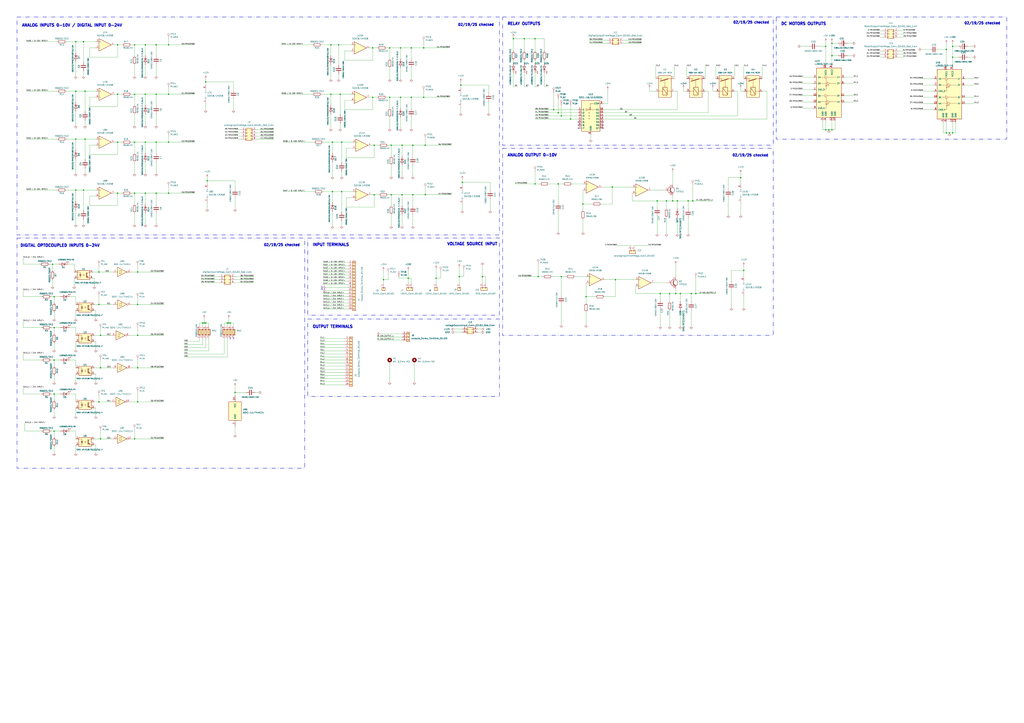
<source format=kicad_sch>
(kicad_sch (version 20230121) (generator eeschema)
  (paper "A1")
  (title_block (title "Xélorium") (date "2025-02-05") (rev "0.1") (company "UNAB") (comment 1 "Proyecto de Grado"))
  (lib_symbols
    (symbol "74xx:74HC14" (pin_names (offset 1.016))
      (property "Reference" "U" (at 0 1.27 0))
      (property "Value" "74HC14" (at 0 -1.27 0))
      (symbol "74HC14_1_0"
        (pin input line (at -7.62 0 0) (length 3.81) (name "~") (number "1"))
        (pin output inverted (at 7.62 0 180) (length 3.81) (name "~") (number "2"))
      )
      (symbol "74HC14_2_0"
        (pin input line (at -7.62 0 0) (length 3.81) (name "~") (number "3"))
        (pin output inverted (at 7.62 0 180) (length 3.81) (name "~") (number "4"))
      )
      (symbol "74HC14_3_0"
        (pin input line (at -7.62 0 0) (length 3.81) (name "~") (number "5"))
        (pin output inverted (at 7.62 0 180) (length 3.81) (name "~") (number "6"))
      )
      (symbol "74HC14_4_0"
        (pin output inverted (at 7.62 0 180) (length 3.81) (name "~") (number "8"))
        (pin input line (at -7.62 0 0) (length 3.81) (name "~") (number "9"))
      )
      (symbol "74HC14_5_0"
        (pin output inverted (at 7.62 0 180) (length 3.81) (name "~") (number "10"))
        (pin input line (at -7.62 0 0) (length 3.81) (name "~") (number "11"))
      )
      (symbol "74HC14_6_0"
        (pin output inverted (at 7.62 0 180) (length 3.81) (name "~") (number "12"))
        (pin input line (at -7.62 0 0) (length 3.81) (name "~") (number "13"))
      )
      (symbol "74HC14_7_0"
        (pin power_in line (at 0 12.7 270) (length 5.08) (name "VCC") (number "14"))
        (pin power_in line (at 0 -12.7 90) (length 5.08) (name "GND") (number "7"))
      )
    )
    (symbol "Amplifier_Operational:LM358" (pin_names (offset 0.127))
      (property "Reference" "U" (at 0 5.08 0))
      (property "Value" "LM358" (at 0 -5.08 0))
      (symbol "LM358_1_1"
        (pin output line (at 7.62 0 180) (length 2.54) (name "~") (number "1"))
        (pin input line (at -7.62 -2.54 0) (length 2.54) (name "-") (number "2"))
        (pin input line (at -7.62 2.54 0) (length 2.54) (name "+") (number "3"))
      )
      (symbol "LM358_2_1"
        (pin input line (at -7.62 2.54 0) (length 2.54) (name "+") (number "5"))
        (pin input line (at -7.62 -2.54 0) (length 2.54) (name "-") (number "6"))
        (pin output line (at 7.62 0 180) (length 2.54) (name "~") (number "7"))
      )
      (symbol "LM358_3_1"
        (pin power_in line (at -2.54 -7.62 90) (length 3.81) (name "V-") (number "4"))
        (pin power_in line (at -2.54 7.62 270) (length 3.81) (name "V+") (number "8"))
      )
    )
    (symbol "Connector:Screw_Terminal_01x03" (pin_names (offset 1.016) hide)
      (property "Reference" "J" (at 0 5.08 0))
      (property "Value" "Screw_Terminal_01x03" (at 0 -5.08 0))
      (symbol "Screw_Terminal_01x03_1_1"
        (pin passive line (at -5.08 2.54 0) (length 3.81) (name "Pin_1") (number "1"))
        (pin passive line (at -5.08 0 0) (length 3.81) (name "Pin_2") (number "2"))
        (pin passive line (at -5.08 -2.54 0) (length 3.81) (name "Pin_3") (number "3"))
      )
    )
    (symbol "Connector:Screw_Terminal_01x16" (pin_names (offset 1.016) hide)
      (property "Reference" "J" (at 0 20.32 0))
      (property "Value" "Screw_Terminal_01x16" (at 0 -22.86 0))
      (symbol "Screw_Terminal_01x16_1_1"
        (pin passive line (at -5.08 17.78 0) (length 3.81) (name "Pin_1") (number "1"))
        (pin passive line (at -5.08 -5.08 0) (length 3.81) (name "Pin_10") (number "10"))
        (pin passive line (at -5.08 -7.62 0) (length 3.81) (name "Pin_11") (number "11"))
        (pin passive line (at -5.08 -10.16 0) (length 3.81) (name "Pin_12") (number "12"))
        (pin passive line (at -5.08 -12.7 0) (length 3.81) (name "Pin_13") (number "13"))
        (pin passive line (at -5.08 -15.24 0) (length 3.81) (name "Pin_14") (number "14"))
        (pin passive line (at -5.08 -17.78 0) (length 3.81) (name "Pin_15") (number "15"))
        (pin passive line (at -5.08 -20.32 0) (length 3.81) (name "Pin_16") (number "16"))
        (pin passive line (at -5.08 15.24 0) (length 3.81) (name "Pin_2") (number "2"))
        (pin passive line (at -5.08 12.7 0) (length 3.81) (name "Pin_3") (number "3"))
        (pin passive line (at -5.08 10.16 0) (length 3.81) (name "Pin_4") (number "4"))
        (pin passive line (at -5.08 7.62 0) (length 3.81) (name "Pin_5") (number "5"))
        (pin passive line (at -5.08 5.08 0) (length 3.81) (name "Pin_6") (number "6"))
        (pin passive line (at -5.08 2.54 0) (length 3.81) (name "Pin_7") (number "7"))
        (pin passive line (at -5.08 0 0) (length 3.81) (name "Pin_8") (number "8"))
        (pin passive line (at -5.08 -2.54 0) (length 3.81) (name "Pin_9") (number "9"))
      )
    )
    (symbol "Connector:TestPoint" (pin_numbers hide) (pin_names (offset 0.762) hide)
      (property "Reference" "TP" (at 0 6.858 0))
      (property "Value" "TestPoint" (at 0 5.08 0))
      (symbol "TestPoint_1_1"
        (pin passive line (at 0 0 90) (length 2.54) (name "1") (number "1"))
      )
    )
    (symbol "Connector_Generic:Conn_01x01" (pin_names (offset 1.016) hide)
      (property "Reference" "J" (at 0 2.54 0))
      (property "Value" "Conn_01x01" (at 0 -2.54 0))
      (symbol "Conn_01x01_1_1"
        (pin passive line (at -5.08 0 0) (length 3.81) (name "Pin_1") (number "1"))
      )
    )
    (symbol "Connector_Generic:Conn_01x02" (pin_names (offset 1.016) hide)
      (property "Reference" "J" (at 0 2.54 0))
      (property "Value" "Conn_01x02" (at 0 -5.08 0))
      (symbol "Conn_01x02_1_1"
        (pin passive line (at -5.08 0 0) (length 3.81) (name "Pin_1") (number "1"))
        (pin passive line (at -5.08 -2.54 0) (length 3.81) (name "Pin_2") (number "2"))
      )
    )
    (symbol "Connector_Generic:Conn_02x02_Odd_Even" (pin_names (offset 1.016) hide)
      (property "Reference" "J" (at 1.27 2.54 0))
      (property "Value" "Conn_02x02_Odd_Even" (at 1.27 -5.08 0))
      (symbol "Conn_02x02_Odd_Even_1_1"
        (pin passive line (at -5.08 0 0) (length 3.81) (name "Pin_1") (number "1"))
        (pin passive line (at 7.62 0 180) (length 3.81) (name "Pin_2") (number "2"))
        (pin passive line (at -5.08 -2.54 0) (length 3.81) (name "Pin_3") (number "3"))
        (pin passive line (at 7.62 -2.54 180) (length 3.81) (name "Pin_4") (number "4"))
      )
    )
    (symbol "Connector_Generic:Conn_02x03_Odd_Even" (pin_names (offset 1.016) hide)
      (property "Reference" "J" (at 1.27 5.08 0))
      (property "Value" "Conn_02x03_Odd_Even" (at 1.27 -5.08 0))
      (symbol "Conn_02x03_Odd_Even_1_1"
        (pin passive line (at -5.08 2.54 0) (length 3.81) (name "Pin_1") (number "1"))
        (pin passive line (at 7.62 2.54 180) (length 3.81) (name "Pin_2") (number "2"))
        (pin passive line (at -5.08 0 0) (length 3.81) (name "Pin_3") (number "3"))
        (pin passive line (at 7.62 0 180) (length 3.81) (name "Pin_4") (number "4"))
        (pin passive line (at -5.08 -2.54 0) (length 3.81) (name "Pin_5") (number "5"))
        (pin passive line (at 7.62 -2.54 180) (length 3.81) (name "Pin_6") (number "6"))
      )
    )
    (symbol "Connector_Generic:Conn_02x04_Odd_Even" (pin_names (offset 1.016) hide)
      (property "Reference" "J" (at 1.27 5.08 0))
      (property "Value" "Conn_02x04_Odd_Even" (at 1.27 -7.62 0))
      (symbol "Conn_02x04_Odd_Even_1_1"
        (pin passive line (at -5.08 2.54 0) (length 3.81) (name "Pin_1") (number "1"))
        (pin passive line (at 7.62 2.54 180) (length 3.81) (name "Pin_2") (number "2"))
        (pin passive line (at -5.08 0 0) (length 3.81) (name "Pin_3") (number "3"))
        (pin passive line (at 7.62 0 180) (length 3.81) (name "Pin_4") (number "4"))
        (pin passive line (at -5.08 -2.54 0) (length 3.81) (name "Pin_5") (number "5"))
        (pin passive line (at 7.62 -2.54 180) (length 3.81) (name "Pin_6") (number "6"))
        (pin passive line (at -5.08 -5.08 0) (length 3.81) (name "Pin_7") (number "7"))
        (pin passive line (at 7.62 -5.08 180) (length 3.81) (name "Pin_8") (number "8"))
      )
    )
    (symbol "Device:C" (pin_numbers hide) (pin_names (offset 0.254))
      (property "Reference" "C" (at 0.635 2.54 0))
      (property "Value" "C" (at 0.635 -2.54 0))
      (symbol "C_1_1"
        (pin passive line (at 0 3.81 270) (length 2.794) (name "~") (number "1"))
        (pin passive line (at 0 -3.81 90) (length 2.794) (name "~") (number "2"))
      )
    )
    (symbol "Device:C_Polarized" (pin_numbers hide) (pin_names (offset 0.254))
      (property "Reference" "C" (at 0.635 2.54 0))
      (property "Value" "C_Polarized" (at 0.635 -2.54 0))
      (symbol "C_Polarized_1_1"
        (pin passive line (at 0 3.81 270) (length 2.794) (name "~") (number "1"))
        (pin passive line (at 0 -3.81 90) (length 2.794) (name "~") (number "2"))
      )
    )
    (symbol "Device:LED" (pin_numbers hide) (pin_names (offset 1.016) hide)
      (property "Reference" "D" (at 0 2.54 0))
      (property "Value" "LED" (at 0 -2.54 0))
      (symbol "LED_1_1"
        (pin passive line (at -3.81 0 0) (length 2.54) (name "K") (number "1"))
        (pin passive line (at 3.81 0 180) (length 2.54) (name "A") (number "2"))
      )
    )
    (symbol "Device:R" (pin_numbers hide) (pin_names (offset 0))
      (property "Reference" "R" (at 2.032 0 90))
      (property "Value" "R" (at 0 0 90))
      (symbol "R_1_1"
        (pin passive line (at 0 3.81 270) (length 1.27) (name "~") (number "1"))
        (pin passive line (at 0 -3.81 90) (length 1.27) (name "~") (number "2"))
      )
    )
    (symbol "Device:R_Pack04" (pin_names (offset 0) hide)
      (property "Reference" "RN" (at -7.62 0 90))
      (property "Value" "R_Pack04" (at 5.08 0 90))
      (symbol "R_Pack04_1_1"
        (pin passive line (at -5.08 -5.08 90) (length 2.54) (name "R1.1") (number "1"))
        (pin passive line (at -2.54 -5.08 90) (length 2.54) (name "R2.1") (number "2"))
        (pin passive line (at 0 -5.08 90) (length 2.54) (name "R3.1") (number "3"))
        (pin passive line (at 2.54 -5.08 90) (length 2.54) (name "R4.1") (number "4"))
        (pin passive line (at 2.54 5.08 270) (length 2.54) (name "R4.2") (number "5"))
        (pin passive line (at 0 5.08 270) (length 2.54) (name "R3.2") (number "6"))
        (pin passive line (at -2.54 5.08 270) (length 2.54) (name "R2.2") (number "7"))
        (pin passive line (at -5.08 5.08 270) (length 2.54) (name "R1.2") (number "8"))
      )
    )
    (symbol "Diode:1N4007" (pin_numbers hide) (pin_names hide)
      (property "Reference" "D" (at 0 2.54 0))
      (property "Value" "1N4007" (at 0 -2.54 0))
      (symbol "1N4007_1_1"
        (pin passive line (at -3.81 0 0) (length 2.54) (name "K") (number "1"))
        (pin passive line (at 3.81 0 180) (length 2.54) (name "A") (number "2"))
      )
    )
    (symbol "Diode:BZV55B5V1" (pin_numbers hide) (pin_names hide)
      (property "Reference" "D" (at 0 2.54 0))
      (property "Value" "BZV55B5V1" (at 0 -2.54 0))
      (symbol "BZV55B5V1_1_1"
        (pin passive line (at -3.81 0 0) (length 2.54) (name "K") (number "1"))
        (pin passive line (at 3.81 0 180) (length 2.54) (name "A") (number "2"))
      )
    )
    (symbol "Driver_Motor:L293D" (pin_names (offset 1.016))
      (property "Reference" "U" (at -5.08 26.035 0))
      (property "Value" "L293D" (at -5.08 24.13 0))
      (symbol "L293D_1_1"
        (pin input line (at -12.7 5.08 0) (length 2.54) (name "EN1,2") (number "1"))
        (pin input line (at -12.7 0 0) (length 2.54) (name "3A") (number "10"))
        (pin output line (at 12.7 0 180) (length 2.54) (name "3Y") (number "11"))
        (pin power_in line (at 2.54 -20.32 90) (length 2.54) (name "GND") (number "12"))
        (pin power_in line (at 5.08 -20.32 90) (length 2.54) (name "GND") (number "13"))
        (pin output line (at 12.7 -5.08 180) (length 2.54) (name "4Y") (number "14"))
        (pin input line (at -12.7 -5.08 0) (length 2.54) (name "4A") (number "15"))
        (pin power_in line (at -2.54 25.4 270) (length 2.54) (name "VCC1") (number "16"))
        (pin input line (at -12.7 15.24 0) (length 2.54) (name "1A") (number "2"))
        (pin output line (at 12.7 15.24 180) (length 2.54) (name "1Y") (number "3"))
        (pin power_in line (at -5.08 -20.32 90) (length 2.54) (name "GND") (number "4"))
        (pin power_in line (at -2.54 -20.32 90) (length 2.54) (name "GND") (number "5"))
        (pin output line (at 12.7 10.16 180) (length 2.54) (name "2Y") (number "6"))
        (pin input line (at -12.7 10.16 0) (length 2.54) (name "2A") (number "7"))
        (pin power_in line (at 2.54 25.4 270) (length 2.54) (name "VCC2") (number "8"))
        (pin input line (at -12.7 -10.16 0) (length 2.54) (name "EN3,4") (number "9"))
      )
    )
    (symbol "Isolator:LTV-817S" (pin_names (offset 1.016))
      (property "Reference" "U" (at -3.81 5.08 0))
      (property "Value" "LTV-817S" (at 0 -5.08 0))
      (symbol "LTV-817S_1_1"
        (pin passive line (at -7.62 2.54 0) (length 2.54) (name "~") (number "1"))
        (pin passive line (at -7.62 -2.54 0) (length 2.54) (name "~") (number "2"))
        (pin passive line (at 7.62 -2.54 180) (length 2.54) (name "~") (number "3"))
        (pin passive line (at 7.62 2.54 180) (length 2.54) (name "~") (number "4"))
      )
    )
    (symbol "Mechanical:MountingHole_Pad" (pin_numbers hide) (pin_names (offset 1.016) hide)
      (property "Reference" "H" (at 0 6.35 0))
      (property "Value" "MountingHole_Pad" (at 0 4.445 0))
      (symbol "MountingHole_Pad_1_1"
        (pin input line (at 0 -2.54 90) (length 2.54) (name "1") (number "1"))
      )
    )
    (symbol "Relay:G5Q-1A"
      (property "Reference" "K" (at 8.89 3.81 0))
      (property "Value" "G5Q-1A" (at 8.89 1.27 0))
      (symbol "G5Q-1A_1_1"
        (pin passive line (at -5.08 -7.62 90) (length 2.54) (name "~") (number "1"))
        (pin passive line (at 5.08 -7.62 90) (length 2.54) (name "~") (number "2"))
        (pin passive line (at 5.08 7.62 270) (length 2.54) (name "~") (number "3"))
        (pin passive line (at -5.08 7.62 270) (length 2.54) (name "~") (number "5"))
      )
    )
    (symbol "Transistor_Array:ULN2003A"
      (property "Reference" "U" (at 0 15.875 0))
      (property "Value" "ULN2003A" (at 0 13.97 0))
      (symbol "ULN2003A_1_1"
        (pin input line (at -10.16 5.08 0) (length 2.54) (name "I1") (number "1"))
        (pin open_collector line (at 10.16 -10.16 180) (length 2.54) (name "O7") (number "10"))
        (pin open_collector line (at 10.16 -7.62 180) (length 2.54) (name "O6") (number "11"))
        (pin open_collector line (at 10.16 -5.08 180) (length 2.54) (name "O5") (number "12"))
        (pin open_collector line (at 10.16 -2.54 180) (length 2.54) (name "O4") (number "13"))
        (pin open_collector line (at 10.16 0 180) (length 2.54) (name "O3") (number "14"))
        (pin open_collector line (at 10.16 2.54 180) (length 2.54) (name "O2") (number "15"))
        (pin open_collector line (at 10.16 5.08 180) (length 2.54) (name "O1") (number "16"))
        (pin input line (at -10.16 2.54 0) (length 2.54) (name "I2") (number "2"))
        (pin input line (at -10.16 0 0) (length 2.54) (name "I3") (number "3"))
        (pin input line (at -10.16 -2.54 0) (length 2.54) (name "I4") (number "4"))
        (pin input line (at -10.16 -5.08 0) (length 2.54) (name "I5") (number "5"))
        (pin input line (at -10.16 -7.62 0) (length 2.54) (name "I6") (number "6"))
        (pin input line (at -10.16 -10.16 0) (length 2.54) (name "I7") (number "7"))
        (pin power_in line (at 0 -15.24 90) (length 2.54) (name "GND") (number "8"))
        (pin passive line (at 10.16 10.16 180) (length 2.54) (name "COM") (number "9"))
      )
    )
    (symbol "Transistor_BJT:TIP41" (pin_names (offset 0) hide)
      (property "Reference" "Q" (at 6.35 1.905 0))
      (property "Value" "TIP41" (at 6.35 0 0))
      (symbol "TIP41_1_1"
        (pin input line (at -5.08 0 0) (length 5.715) (name "B") (number "1"))
        (pin passive line (at 2.54 5.08 270) (length 2.54) (name "C") (number "2"))
        (pin passive line (at 2.54 -5.08 90) (length 2.54) (name "E") (number "3"))
      )
    )
    (symbol "power:+10V" (power) (pin_names (offset 0))
      (property "Value" "+10V" (at 0 3.556 0))
      (symbol "+10V_1_1"
        (pin power_in line (at 0 0 90) (length 0) hide (name "+10V") (number "1"))
      )
    )
    (symbol "power:+12V" (power) (pin_names (offset 0))
      (property "Value" "+12V" (at 0 3.556 0))
      (symbol "+12V_1_1"
        (pin power_in line (at 0 0 90) (length 0) hide (name "+12V") (number "1"))
      )
    )
    (symbol "power:+24V" (power) (pin_names (offset 0))
      (property "Value" "+24V" (at 0 3.556 0))
      (symbol "+24V_1_1"
        (pin power_in line (at 0 0 90) (length 0) hide (name "+24V") (number "1"))
      )
    )
    (symbol "power:+5V" (power) (pin_names (offset 0))
      (property "Value" "+5V" (at 0 3.556 0))
      (symbol "+5V_1_1"
        (pin power_in line (at 0 0 90) (length 0) hide (name "+5V") (number "1"))
      )
    )
    (symbol "power:GND" (power) (pin_names (offset 0))
      (property "Value" "GND" (at 0 -3.81 0))
      (symbol "GND_1_1"
        (pin power_in line (at 0 0 270) (length 0) hide (name "GND") (number "1"))
      )
    )
  )
  (junction (at 273.05 157.48))
  (junction (at 782.32 46.99))
  (junction (at 777.24 40.64))
  (junction (at 396.24 227.33))
  (junction (at 113.03 223.52))
  (junction (at 110.49 158.75))
  (junction (at 113.03 302.26))
  (junction (at 138.43 116.84))
  (junction (at 186.69 265.43))
  (junction (at 683.26 45.72))
  (junction (at 82.55 275.59))
  (junction (at 568.96 165.1))
  (junction (at 62.23 34.29))
  (junction (at 779.78 109.22))
  (junction (at 187.96 265.43))
  (junction (at 44.45 269.24))
  (junction (at 430.53 31.75))
  (junction (at 44.45 354.33))
  (junction (at 69.85 114.3))
  (junction (at 113.03 330.2))
  (junction (at 683.26 106.68))
  (junction (at 321.31 160.02))
  (junction (at 280.67 157.48))
  (junction (at 96.52 158.75))
  (junction (at 349.25 160.02))
  (junction (at 565.15 165.1))
  (junction (at 468.63 97.79))
  (junction (at 119.38 116.84))
  (junction (at 279.4 77.47))
  (junction (at 539.75 165.1))
  (junction (at 193.04 322.58))
  (junction (at 547.37 165.1))
  (junction (at 96.52 116.84))
  (junction (at 307.34 160.02))
  (junction (at 138.43 36.83))
  (junction (at 610.87 222.25))
  (junction (at 168.91 265.43))
  (junction (at 554.99 241.3))
  (junction (at 478.79 167.64))
  (junction (at 567.69 241.3))
  (junction (at 461.01 95.25))
  (junction (at 552.45 165.1))
  (junction (at 119.38 36.83))
  (junction (at 320.04 39.37))
  (junction (at 321.31 119.38))
  (junction (at 138.43 158.75))
  (junction (at 549.91 241.3))
  (junction (at 379.73 149.86))
  (junction (at 328.93 39.37))
  (junction (at 502.92 153.67))
  (junction (at 454.66 90.17))
  (junction (at 441.96 227.33))
  (junction (at 439.42 31.75))
  (junction (at 69.85 74.93))
  (junction (at 782.32 109.22))
  (junction (at 110.49 36.83))
  (junction (at 110.49 116.84))
  (junction (at 273.05 116.84))
  (junction (at 335.28 228.6))
  (junction (at 347.98 39.37))
  (junction (at 678.18 106.68))
  (junction (at 168.91 67.31))
  (junction (at 113.03 275.59))
  (junction (at 378.46 69.85))
  (junction (at 505.46 229.87))
  (junction (at 337.82 39.37))
  (junction (at 43.18 217.17))
  (junction (at 330.2 160.02))
  (junction (at 347.98 80.01))
  (junction (at 481.33 243.84))
  (junction (at 44.45 295.91))
  (junction (at 278.13 36.83))
  (junction (at 81.28 250.19))
  (junction (at 678.18 38.1))
  (junction (at 306.07 39.37))
  (junction (at 439.42 151.13))
  (junction (at 556.26 165.1))
  (junction (at 189.23 265.43))
  (junction (at 377.19 227.33))
  (junction (at 167.64 265.43))
  (junction (at 683.26 35.56))
  (junction (at 128.27 116.84))
  (junction (at 82.55 360.68))
  (junction (at 421.64 31.75))
  (junction (at 330.2 119.38))
  (junction (at 306.07 80.01))
  (junction (at 337.82 80.01))
  (junction (at 777.24 109.22))
  (junction (at 81.28 330.2))
  (junction (at 339.09 119.38))
  (junction (at 271.78 77.47))
  (junction (at 81.28 223.52))
  (junction (at 96.52 36.83))
  (junction (at 128.27 36.83))
  (junction (at 307.34 119.38))
  (junction (at 271.78 36.83))
  (junction (at 542.29 241.3))
  (junction (at 280.67 116.84))
  (junction (at 458.47 151.13))
  (junction (at 44.45 243.84))
  (junction (at 349.25 119.38))
  (junction (at 320.04 80.01))
  (junction (at 128.27 77.47))
  (junction (at 558.8 241.3))
  (junction (at 96.52 77.47))
  (junction (at 358.14 228.6))
  (junction (at 119.38 77.47))
  (junction (at 571.5 241.3))
  (junction (at 62.23 114.3))
  (junction (at 782.32 38.1))
  (junction (at 68.58 156.21))
  (junction (at 44.45 323.85))
  (junction (at 461.01 227.33))
  (junction (at 62.23 156.21))
  (junction (at 166.37 265.43))
  (junction (at 68.58 34.29))
  (junction (at 138.43 77.47))
  (junction (at 113.03 250.19))
  (junction (at 680.72 106.68))
  (junction (at 328.93 80.01))
  (junction (at 110.49 77.47))
  (junction (at 314.96 229.87))
  (junction (at 458.47 92.71))
  (junction (at 82.55 302.26))
  (junction (at 128.27 158.75))
  (junction (at 62.23 74.93))
  (junction (at 170.18 148.59))
  (junction (at 339.09 160.02))
  (junction (at 608.33 146.05))
  (junction (at 110.49 360.68))
  (junction (at 119.38 158.75))
  (no_connect (at 474.98 105.41))
  (no_connect (at 191.77 278.13))
  (no_connect (at 189.23 278.13))
  (no_connect (at 495.3 105.41))
  (no_connect (at 474.98 102.87))
  (no_connect (at 495.3 100.33))
  (no_connect (at 474.98 100.33))
  (no_connect (at 495.3 102.87))
  (wire (pts (xy 40.64 217.17) (xy 43.18 217.17)))
  (wire (pts (xy 337.82 80.01) (xy 337.82 88.9)))
  (wire (pts (xy 163.83 278.13) (xy 163.83 280.67)))
  (wire (pts (xy 191.77 81.28) (xy 191.77 90.17)))
  (wire (pts (xy 792.48 80.01) (xy 800.1 80.01)))
  (wire (pts (xy 671.83 38.1) (xy 678.18 38.1)))
  (wire (pts (xy 495.3 95.25) (xy 605.79 95.25)))
  (wire (pts (xy 284.48 121.92) (xy 284.48 129.54)))
  (wire (pts (xy 784.86 109.22) (xy 782.32 109.22)))
  (wire (pts (xy 318.77 119.38) (xy 321.31 119.38)))
  (wire (pts (xy 273.05 125.73) (xy 273.05 116.84)))
  (wire (pts (xy 349.25 154.94) (xy 349.25 160.02)))
  (wire (pts (xy 60.96 217.17) (xy 60.96 223.52)))
  (wire (pts (xy 265.43 246.38) (xy 285.75 246.38)))
  (wire (pts (xy 128.27 158.75) (xy 128.27 167.64)))
  (wire (pts (xy 439.42 49.53) (xy 439.42 52.07)))
  (wire (pts (xy 447.04 31.75) (xy 447.04 41.91)))
  (wire (pts (xy 271.78 93.98) (xy 271.78 105.41)))
  (wire (pts (xy 106.68 330.2) (xy 113.03 330.2)))
  (wire (pts (xy 304.8 119.38) (xy 307.34 119.38)))
  (wire (pts (xy 439.42 97.79) (xy 468.63 97.79)))
  (wire (pts (xy 347.98 74.93) (xy 347.98 80.01)))
  (wire (pts (xy 556.26 165.1) (xy 565.15 165.1)))
  (wire (pts (xy 534.67 156.21) (xy 544.83 156.21)))
  (wire (pts (xy 210.82 111.76) (xy 224.79 111.76)))
  (wire (pts (xy 347.98 34.29) (xy 347.98 39.37)))
  (wire (pts (xy 93.98 158.75) (xy 96.52 158.75)))
  (wire (pts (xy 554.99 217.17) (xy 554.99 227.33)))
  (wire (pts (xy 629.92 97.79) (xy 629.92 74.93)))
  (wire (pts (xy 737.87 27.94) (xy 741.68 27.94)))
  (wire (pts (xy 110.49 93.98) (xy 110.49 102.87)))
  (wire (pts (xy 320.04 299.72) (xy 320.04 313.69)))
  (wire (pts (xy 337.82 39.37) (xy 337.82 48.26)))
  (wire (pts (xy 280.67 173.99) (xy 280.67 157.48)))
  (wire (pts (xy 505.46 229.87) (xy 521.97 229.87)))
  (wire (pts (xy 113.03 245.11) (xy 113.03 250.19)))
  (wire (pts (xy 232.41 157.48) (xy 257.81 157.48)))
  (wire (pts (xy 478.79 180.34) (xy 478.79 190.5)))
  (wire (pts (xy 468.63 86.36) (xy 468.63 97.79)))
  (wire (pts (xy 77.47 250.19) (xy 81.28 250.19)))
  (wire (pts (xy 683.26 45.72) (xy 683.26 53.34)))
  (wire (pts (xy 693.42 63.5) (xy 701.04 63.5)))
  (wire (pts (xy 96.52 77.47) (xy 100.33 77.47)))
  (wire (pts (xy 57.15 243.84) (xy 62.23 243.84)))
  (wire (pts (xy 265.43 243.84) (xy 285.75 243.84)))
  (wire (pts (xy 110.49 158.75) (xy 110.49 167.64)))
  (wire (pts (xy 20.32 354.33) (xy 20.32 347.98)))
  (wire (pts (xy 138.43 72.39) (xy 138.43 77.47)))
  (wire (pts (xy 461.01 227.33) (xy 464.82 227.33)))
  (wire (pts (xy 494.03 153.67) (xy 502.92 153.67)))
  (wire (pts (xy 128.27 116.84) (xy 138.43 116.84)))
  (wire (pts (xy 119.38 45.72) (xy 119.38 36.83)))
  (wire (pts (xy 44.45 269.24) (xy 44.45 274.32)))
  (wire (pts (xy 69.85 74.93) (xy 78.74 74.93)))
  (wire (pts (xy 68.58 172.72) (xy 68.58 156.21)))
  (wire (pts (xy 280.67 133.35) (xy 280.67 116.84)))
  (wire (pts (xy 422.91 151.13) (xy 439.42 151.13)))
  (wire (pts (xy 113.03 330.2) (xy 134.62 330.2)))
  (wire (pts (xy 81.28 330.2) (xy 91.44 330.2)))
  (wire (pts (xy 494.03 167.64) (xy 502.92 167.64)))
  (wire (pts (xy 166.37 278.13) (xy 166.37 283.21)))
  (wire (pts (xy 549.91 241.3) (xy 549.91 247.65)))
  (wire (pts (xy 128.27 158.75) (xy 119.38 158.75)))
  (wire (pts (xy 337.82 55.88) (xy 337.82 64.77)))
  (wire (pts (xy 19.05 217.17) (xy 33.02 217.17)))
  (wire (pts (xy 659.13 68.58) (xy 668.02 68.58)))
  (wire (pts (xy 44.45 323.85) (xy 49.53 323.85)))
  (wire (pts (xy 69.85 99.06) (xy 69.85 102.87)))
  (wire (pts (xy 461.01 86.36) (xy 461.01 95.25)))
  (wire (pts (xy 138.43 158.75) (xy 160.02 158.75)))
  (wire (pts (xy 78.74 80.01) (xy 73.66 80.01)))
  (wire (pts (xy 737.87 44.45) (xy 741.68 44.45)))
  (wire (pts (xy 737.87 30.48) (xy 741.68 30.48)))
  (wire (pts (xy 232.41 116.84) (xy 257.81 116.84)))
  (wire (pts (xy 392.43 273.05) (xy 394.97 273.05)))
  (wire (pts (xy 265.43 248.92) (xy 285.75 248.92)))
  (wire (pts (xy 556.26 90.17) (xy 556.26 74.93)))
  (wire (pts (xy 317.5 39.37) (xy 320.04 39.37)))
  (wire (pts (xy 78.74 255.27) (xy 78.74 261.62)))
  (wire (pts (xy 782.32 38.1) (xy 782.32 46.99)))
  (wire (pts (xy 678.18 106.68) (xy 680.72 106.68)))
  (wire (pts (xy 271.78 77.47) (xy 279.4 77.47)))
  (wire (pts (xy 62.23 130.81) (xy 62.23 142.24)))
  (wire (pts (xy 69.85 130.81) (xy 69.85 114.3)))
  (wire (pts (xy 262.89 308.61) (xy 283.21 308.61)))
  (wire (pts (xy 320.04 96.52) (xy 320.04 105.41)))
  (wire (pts (xy 128.27 133.35) (xy 128.27 142.24)))
  (wire (pts (xy 600.71 231.14) (xy 600.71 222.25)))
  (wire (pts (xy 309.88 279.4) (xy 330.2 279.4)))
  (wire (pts (xy 280.67 157.48) (xy 289.56 157.48)))
  (wire (pts (xy 379.73 167.64) (xy 379.73 172.72)))
  (wire (pts (xy 193.04 148.59) (xy 170.18 148.59)))
  (wire (pts (xy 189.23 265.43) (xy 189.23 267.97)))
  (wire (pts (xy 21.59 74.93) (xy 46.99 74.93)))
  (wire (pts (xy 43.18 229.87) (xy 43.18 234.95)))
  (wire (pts (xy 547.37 179.07) (xy 547.37 191.77)))
  (wire (pts (xy 284.48 170.18) (xy 307.34 170.18)))
  (wire (pts (xy 44.45 243.84) (xy 44.45 248.92)))
  (wire (pts (xy 499.11 73.66) (xy 499.11 85.09)))
  (wire (pts (xy 558.8 241.3) (xy 567.69 241.3)))
  (wire (pts (xy 119.38 116.84) (xy 110.49 116.84)))
  (wire (pts (xy 265.43 233.68) (xy 285.75 233.68)))
  (wire (pts (xy 271.78 77.47) (xy 264.16 77.47)))
  (wire (pts (xy 483.87 33.02) (xy 499.11 33.02)))
  (wire (pts (xy 373.38 270.51) (xy 379.73 270.51)))
  (wire (pts (xy 165.1 229.87) (xy 180.34 229.87)))
  (wire (pts (xy 792.48 64.77) (xy 800.1 64.77)))
  (wire (pts (xy 303.53 39.37) (xy 306.07 39.37)))
  (wire (pts (xy 608.33 142.24) (xy 608.33 146.05)))
  (wire (pts (xy 495.3 90.17) (xy 556.26 90.17)))
  (wire (pts (xy 273.05 157.48) (xy 280.67 157.48)))
  (wire (pts (xy 533.4 74.93) (xy 538.48 74.93)))
  (wire (pts (xy 119.38 53.34) (xy 119.38 62.23)))
  (wire (pts (xy 608.33 146.05) (xy 608.33 151.13)))
  (wire (pts (xy 262.89 278.13) (xy 283.21 278.13)))
  (wire (pts (xy 167.64 261.62) (xy 167.64 265.43)))
  (wire (pts (xy 271.78 86.36) (xy 271.78 77.47)))
  (wire (pts (xy 339.09 176.53) (xy 339.09 185.42)))
  (wire (pts (xy 73.66 46.99) (xy 96.52 46.99)))
  (wire (pts (xy 119.38 77.47) (xy 110.49 77.47)))
  (wire (pts (xy 128.27 77.47) (xy 119.38 77.47)))
  (wire (pts (xy 496.57 229.87) (xy 505.46 229.87)))
  (wire (pts (xy 519.43 165.1) (xy 519.43 158.75)))
  (wire (pts (xy 119.38 125.73) (xy 119.38 116.84)))
  (wire (pts (xy 289.56 121.92) (xy 284.48 121.92)))
  (wire (pts (xy 683.26 99.06) (xy 683.26 106.68)))
  (wire (pts (xy 629.92 74.93) (xy 626.11 74.93)))
  (wire (pts (xy 262.89 303.53) (xy 283.21 303.53)))
  (wire (pts (xy 678.18 38.1) (xy 678.18 53.34)))
  (wire (pts (xy 330.2 128.27) (xy 330.2 119.38)))
  (wire (pts (xy 184.15 265.43) (xy 186.69 265.43)))
  (wire (pts (xy 113.03 322.58) (xy 113.03 330.2)))
  (wire (pts (xy 392.43 270.51) (xy 394.97 270.51)))
  (wire (pts (xy 151.13 285.75) (xy 168.91 285.75)))
  (wire (pts (xy 107.95 250.19) (xy 113.03 250.19)))
  (wire (pts (xy 378.46 69.85) (xy 378.46 72.39)))
  (wire (pts (xy 231.14 36.83) (xy 256.54 36.83)))
  (wire (pts (xy 737.87 25.4) (xy 741.68 25.4)))
  (wire (pts (xy 119.38 93.98) (xy 119.38 102.87)))
  (wire (pts (xy 563.88 54.61) (xy 563.88 64.77)))
  (wire (pts (xy 556.26 74.93) (xy 553.72 74.93)))
  (wire (pts (xy 96.52 87.63) (xy 96.52 77.47)))
  (wire (pts (xy 62.23 43.18) (xy 62.23 34.29)))
  (wire (pts (xy 19.05 217.17) (xy 19.05 212.09)))
  (wire (pts (xy 737.87 46.99) (xy 741.68 46.99)))
  (wire (pts (xy 481.33 243.84) (xy 481.33 248.92)))
  (wire (pts (xy 62.23 83.82) (xy 62.23 74.93)))
  (wire (pts (xy 210.82 106.68) (xy 224.79 106.68)))
  (wire (pts (xy 265.43 228.6) (xy 285.75 228.6)))
  (wire (pts (xy 283.21 90.17) (xy 306.07 90.17)))
  (wire (pts (xy 262.89 290.83) (xy 283.21 290.83)))
  (wire (pts (xy 96.52 168.91) (xy 96.52 158.75)))
  (wire (pts (xy 782.32 46.99) (xy 782.32 54.61)))
  (wire (pts (xy 119.38 175.26) (xy 119.38 184.15)))
  (wire (pts (xy 568.96 152.4) (xy 568.96 165.1)))
  (wire (pts (xy 659.13 63.5) (xy 668.02 63.5)))
  (wire (pts (xy 82.55 270.51) (xy 82.55 275.59)))
  (wire (pts (xy 495.3 92.71) (xy 581.66 92.71)))
  (wire (pts (xy 19.05 243.84) (xy 19.05 238.76)))
  (wire (pts (xy 267.97 236.22) (xy 285.75 236.22)))
  (wire (pts (xy 68.58 156.21) (xy 78.74 156.21)))
  (wire (pts (xy 138.43 116.84) (xy 160.02 116.84)))
  (wire (pts (xy 273.05 133.35) (xy 273.05 144.78)))
  (wire (pts (xy 317.5 80.01) (xy 320.04 80.01)))
  (wire (pts (xy 280.67 181.61) (xy 280.67 185.42)))
  (wire (pts (xy 96.52 116.84) (xy 100.33 116.84)))
  (wire (pts (xy 439.42 151.13) (xy 443.23 151.13)))
  (wire (pts (xy 337.82 80.01) (xy 328.93 80.01)))
  (wire (pts (xy 62.23 165.1) (xy 62.23 156.21)))
  (wire (pts (xy 521.97 241.3) (xy 521.97 234.95)))
  (wire (pts (xy 335.28 228.6) (xy 335.28 232.41)))
  (wire (pts (xy 171.45 265.43) (xy 171.45 267.97)))
  (wire (pts (xy 170.18 146.05) (xy 170.18 148.59)))
  (wire (pts (xy 278.13 36.83) (xy 288.29 36.83)))
  (wire (pts (xy 271.78 36.83) (xy 264.16 36.83)))
  (wire (pts (xy 337.82 96.52) (xy 337.82 105.41)))
  (wire (pts (xy 19.05 295.91) (xy 34.29 295.91)))
  (wire (pts (xy 166.37 265.43) (xy 166.37 267.97)))
  (wire (pts (xy 283.21 41.91) (xy 283.21 49.53)))
  (wire (pts (xy 303.53 80.01) (xy 306.07 80.01)))
  (wire (pts (xy 361.95 228.6) (xy 358.14 228.6)))
  (wire (pts (xy 447.04 31.75) (xy 439.42 31.75)))
  (wire (pts (xy 262.89 285.75) (xy 283.21 285.75)))
  (wire (pts (xy 62.23 280.67) (xy 62.23 287.02)))
  (wire (pts (xy 20.32 354.33) (xy 34.29 354.33)))
  (wire (pts (xy 502.92 167.64) (xy 502.92 153.67)))
  (wire (pts (xy 262.89 316.23) (xy 283.21 316.23)))
  (wire (pts (xy 73.66 119.38) (xy 73.66 127)))
  (wire (pts (xy 447.04 71.12) (xy 448.31 71.12)))
  (wire (pts (xy 328.93 80.01) (xy 320.04 80.01)))
  (wire (pts (xy 265.43 254) (xy 285.75 254)))
  (wire (pts (xy 78.74 280.67) (xy 78.74 287.02)))
  (wire (pts (xy 62.23 114.3) (xy 69.85 114.3)))
  (wire (pts (xy 19.05 243.84) (xy 34.29 243.84)))
  (wire (pts (xy 138.43 36.83) (xy 160.02 36.83)))
  (wire (pts (xy 610.87 242.57) (xy 610.87 252.73)))
  (wire (pts (xy 693.42 83.82) (xy 701.04 83.82)))
  (wire (pts (xy 68.58 58.42) (xy 68.58 62.23)))
  (wire (pts (xy 44.45 295.91) (xy 44.45 300.99)))
  (wire (pts (xy 659.13 88.9) (xy 668.02 88.9)))
  (wire (pts (xy 795.02 46.99) (xy 798.83 46.99)))
  (wire (pts (xy 151.13 283.21) (xy 166.37 283.21)))
  (wire (pts (xy 314.96 229.87) (xy 314.96 232.41)))
  (wire (pts (xy 683.26 106.68) (xy 680.72 106.68)))
  (wire (pts (xy 62.23 50.8) (xy 62.23 62.23)))
  (wire (pts (xy 328.93 88.9) (xy 328.93 80.01)))
  (wire (pts (xy 151.13 280.67) (xy 163.83 280.67)))
  (wire (pts (xy 113.03 223.52) (xy 134.62 223.52)))
  (wire (pts (xy 77.47 302.26) (xy 82.55 302.26)))
  (wire (pts (xy 506.73 201.93) (xy 518.16 201.93)))
  (wire (pts (xy 782.32 46.99) (xy 787.4 46.99)))
  (wire (pts (xy 430.53 31.75) (xy 430.53 41.91)))
  (wire (pts (xy 165.1 232.41) (xy 180.34 232.41)))
  (wire (pts (xy 339.09 160.02) (xy 349.25 160.02)))
  (wire (pts (xy 478.79 167.64) (xy 478.79 172.72)))
  (wire (pts (xy 396.24 227.33) (xy 396.24 232.41)))
  (wire (pts (xy 110.49 360.68) (xy 134.62 360.68)))
  (wire (pts (xy 167.64 265.43) (xy 168.91 265.43)))
  (wire (pts (xy 556.26 171.45) (xy 556.26 165.1)))
  (wire (pts (xy 571.5 228.6) (xy 571.5 241.3)))
  (wire (pts (xy 271.78 45.72) (xy 271.78 36.83)))
  (wire (pts (xy 168.91 278.13) (xy 168.91 285.75)))
  (wire (pts (xy 265.43 220.98) (xy 285.75 220.98)))
  (wire (pts (xy 461.01 95.25) (xy 474.98 95.25)))
  (wire (pts (xy 138.43 77.47) (xy 160.02 77.47)))
  (wire (pts (xy 439.42 31.75) (xy 430.53 31.75)))
  (wire (pts (xy 96.52 36.83) (xy 100.33 36.83)))
  (wire (pts (xy 107.95 77.47) (xy 110.49 77.47)))
  (wire (pts (xy 347.98 39.37) (xy 369.57 39.37)))
  (wire (pts (xy 280.67 140.97) (xy 280.67 144.78)))
  (wire (pts (xy 107.95 302.26) (xy 113.03 302.26)))
  (wire (pts (xy 128.27 36.83) (xy 128.27 45.72)))
  (wire (pts (xy 565.15 165.1) (xy 565.15 171.45)))
  (wire (pts (xy 777.24 100.33) (xy 777.24 109.22)))
  (wire (pts (xy 165.1 227.33) (xy 180.34 227.33)))
  (wire (pts (xy 337.82 39.37) (xy 328.93 39.37)))
  (wire (pts (xy 262.89 283.21) (xy 283.21 283.21)))
  (wire (pts (xy 57.15 354.33) (xy 62.23 354.33)))
  (wire (pts (xy 483.87 35.56) (xy 499.11 35.56)))
  (wire (pts (xy 339.09 119.38) (xy 330.2 119.38)))
  (wire (pts (xy 43.18 217.17) (xy 48.26 217.17)))
  (wire (pts (xy 96.52 127) (xy 96.52 116.84)))
  (wire (pts (xy 782.32 100.33) (xy 782.32 109.22)))
  (wire (pts (xy 262.89 288.29) (xy 283.21 288.29)))
  (wire (pts (xy 57.15 269.24) (xy 62.23 269.24)))
  (wire (pts (xy 128.27 116.84) (xy 119.38 116.84)))
  (wire (pts (xy 110.49 353.06) (xy 110.49 360.68)))
  (wire (pts (xy 558.8 247.65) (xy 558.8 241.3)))
  (wire (pts (xy 610.87 54.61) (xy 610.87 64.77)))
  (wire (pts (xy 478.79 156.21) (xy 478.79 167.64)))
  (wire (pts (xy 777.24 40.64) (xy 777.24 54.61)))
  (wire (pts (xy 62.23 335.28) (xy 62.23 341.63)))
  (wire (pts (xy 113.03 302.26) (xy 134.62 302.26)))
  (wire (pts (xy 539.75 165.1) (xy 519.43 165.1)))
  (wire (pts (xy 78.74 365.76) (xy 78.74 372.11)))
  (wire (pts (xy 271.78 53.34) (xy 271.78 64.77)))
  (wire (pts (xy 82.55 275.59) (xy 91.44 275.59)))
  (wire (pts (xy 321.31 135.89) (xy 321.31 144.78)))
  (wire (pts (xy 113.03 275.59) (xy 134.62 275.59)))
  (wire (pts (xy 193.04 154.94) (xy 193.04 148.59)))
  (wire (pts (xy 447.04 49.53) (xy 447.04 52.07)))
  (wire (pts (xy 603.25 54.61) (xy 603.25 64.77)))
  (wire (pts (xy 737.87 41.91) (xy 741.68 41.91)))
  (wire (pts (xy 81.28 223.52) (xy 92.71 223.52)))
  (wire (pts (xy 273.05 116.84) (xy 280.67 116.84)))
  (wire (pts (xy 68.58 50.8) (xy 68.58 34.29)))
  (wire (pts (xy 288.29 41.91) (xy 283.21 41.91)))
  (wire (pts (xy 110.49 77.47) (xy 110.49 86.36)))
  (wire (pts (xy 306.07 49.53) (xy 306.07 39.37)))
  (wire (pts (xy 168.91 265.43) (xy 171.45 265.43)))
  (wire (pts (xy 76.2 228.6) (xy 77.47 228.6)))
  (wire (pts (xy 44.45 243.84) (xy 49.53 243.84)))
  (wire (pts (xy 685.8 106.68) (xy 683.26 106.68)))
  (wire (pts (xy 349.25 114.3) (xy 349.25 119.38)))
  (wire (pts (xy 585.47 74.93) (xy 585.47 72.39)))
  (wire (pts (xy 21.59 156.21) (xy 46.99 156.21)))
  (wire (pts (xy 57.15 323.85) (xy 62.23 323.85)))
  (wire (pts (xy 265.43 218.44) (xy 285.75 218.44)))
  (wire (pts (xy 722.63 25.4) (xy 725.17 25.4)))
  (wire (pts (xy 758.19 80.01) (xy 767.08 80.01)))
  (wire (pts (xy 106.68 275.59) (xy 113.03 275.59)))
  (wire (pts (xy 558.8 255.27) (xy 558.8 267.97)))
  (wire (pts (xy 62.23 156.21) (xy 68.58 156.21)))
  (wire (pts (xy 520.7 201.93) (xy 532.13 201.93)))
  (wire (pts (xy 683.26 34.29) (xy 683.26 35.56)))
  (wire (pts (xy 76.2 223.52) (xy 81.28 223.52)))
  (wire (pts (xy 265.43 241.3) (xy 285.75 241.3)))
  (wire (pts (xy 777.24 109.22) (xy 779.78 109.22)))
  (wire (pts (xy 285.75 238.76) (xy 267.97 238.76)))
  (wire (pts (xy 151.13 290.83) (xy 184.15 290.83)))
  (wire (pts (xy 77.47 275.59) (xy 82.55 275.59)))
  (wire (pts (xy 77.47 280.67) (xy 78.74 280.67)))
  (wire (pts (xy 401.32 76.2) (xy 401.32 69.85)))
  (wire (pts (xy 279.4 93.98) (xy 279.4 77.47)))
  (wire (pts (xy 107.95 360.68) (xy 110.49 360.68)))
  (wire (pts (xy 193.04 317.5) (xy 193.04 322.58)))
  (wire (pts (xy 598.17 154.94) (xy 598.17 146.05)))
  (wire (pts (xy 288.29 82.55) (xy 283.21 82.55)))
  (wire (pts (xy 44.45 323.85) (xy 44.45 328.93)))
  (wire (pts (xy 511.81 35.56) (xy 527.05 35.56)))
  (wire (pts (xy 598.17 146.05) (xy 608.33 146.05)))
  (wire (pts (xy 278.13 60.96) (xy 278.13 64.77)))
  (wire (pts (xy 358.14 220.98) (xy 358.14 228.6)))
  (wire (pts (xy 485.14 110.49) (xy 485.14 114.3)))
  (wire (pts (xy 307.34 160.02) (xy 311.15 160.02)))
  (wire (pts (xy 458.47 173.99) (xy 458.47 190.5)))
  (wire (pts (xy 533.4 72.39) (xy 533.4 74.93)))
  (wire (pts (xy 547.37 165.1) (xy 552.45 165.1)))
  (wire (pts (xy 163.83 267.97) (xy 163.83 265.43)))
  (wire (pts (xy 693.42 68.58) (xy 701.04 68.58)))
  (wire (pts (xy 454.66 90.17) (xy 474.98 90.17)))
  (wire (pts (xy 119.38 36.83) (xy 110.49 36.83)))
  (wire (pts (xy 271.78 36.83) (xy 278.13 36.83)))
  (wire (pts (xy 77.47 228.6) (xy 77.47 234.95)))
  (wire (pts (xy 327.66 227.33) (xy 327.66 228.6)))
  (wire (pts (xy 19.05 323.85) (xy 34.29 323.85)))
  (wire (pts (xy 361.95 223.52) (xy 361.95 228.6)))
  (wire (pts (xy 82.55 354.33) (xy 82.55 360.68)))
  (wire (pts (xy 378.46 87.63) (xy 378.46 92.71)))
  (wire (pts (xy 565.15 179.07) (xy 565.15 191.77)))
  (wire (pts (xy 62.23 156.21) (xy 54.61 156.21)))
  (wire (pts (xy 279.4 77.47) (xy 288.29 77.47)))
  (wire (pts (xy 337.82 232.41) (xy 337.82 228.6)))
  (wire (pts (xy 265.43 223.52) (xy 285.75 223.52)))
  (wire (pts (xy 62.23 323.85) (xy 62.23 330.2)))
  (wire (pts (xy 377.19 219.71) (xy 377.19 227.33)))
  (wire (pts (xy 191.77 265.43) (xy 191.77 267.97)))
  (wire (pts (xy 195.58 109.22) (xy 198.12 109.22)))
  (wire (pts (xy 328.93 39.37) (xy 320.04 39.37)))
  (wire (pts (xy 41.91 295.91) (xy 44.45 295.91)))
  (wire (pts (xy 62.23 354.33) (xy 62.23 360.68)))
  (wire (pts (xy 195.58 106.68) (xy 198.12 106.68)))
  (wire (pts (xy 556.26 179.07) (xy 556.26 191.77)))
  (wire (pts (xy 377.19 227.33) (xy 377.19 232.41)))
  (wire (pts (xy 151.13 288.29) (xy 171.45 288.29)))
  (wire (pts (xy 193.04 350.52) (xy 193.04 356.87)))
  (wire (pts (xy 81.28 243.84) (xy 81.28 250.19)))
  (wire (pts (xy 166.37 265.43) (xy 167.64 265.43)))
  (wire (pts (xy 193.04 322.58) (xy 193.04 325.12)))
  (wire (pts (xy 168.91 64.77) (xy 168.91 67.31)))
  (wire (pts (xy 44.45 308.61) (xy 44.45 313.69)))
  (wire (pts (xy 657.86 38.1) (xy 664.21 38.1)))
  (wire (pts (xy 119.38 133.35) (xy 119.38 142.24)))
  (wire (pts (xy 128.27 175.26) (xy 128.27 184.15)))
  (wire (pts (xy 453.39 227.33) (xy 461.01 227.33)))
  (wire (pts (xy 337.82 228.6) (xy 335.28 228.6)))
  (wire (pts (xy 57.15 295.91) (xy 62.23 295.91)))
  (wire (pts (xy 552.45 161.29) (xy 552.45 165.1)))
  (wire (pts (xy 62.23 255.27) (xy 62.23 261.62)))
  (wire (pts (xy 307.34 129.54) (xy 307.34 119.38)))
  (wire (pts (xy 340.36 299.72) (xy 340.36 313.69)))
  (wire (pts (xy 605.79 74.93) (xy 603.25 74.93)))
  (wire (pts (xy 330.2 160.02) (xy 321.31 160.02)))
  (wire (pts (xy 262.89 280.67) (xy 283.21 280.67)))
  (wire (pts (xy 581.66 74.93) (xy 579.12 74.93)))
  (wire (pts (xy 421.64 71.12) (xy 422.91 71.12)))
  (wire (pts (xy 69.85 138.43) (xy 69.85 142.24)))
  (wire (pts (xy 73.66 39.37) (xy 73.66 46.99)))
  (wire (pts (xy 381 227.33) (xy 377.19 227.33)))
  (wire (pts (xy 189.23 265.43) (xy 191.77 265.43)))
  (wire (pts (xy 683.26 45.72) (xy 688.34 45.72)))
  (wire (pts (xy 683.26 35.56) (xy 683.26 45.72)))
  (wire (pts (xy 567.69 241.3) (xy 567.69 247.65)))
  (wire (pts (xy 538.48 54.61) (xy 538.48 64.77)))
  (wire (pts (xy 421.64 30.48) (xy 421.64 31.75)))
  (wire (pts (xy 330.2 168.91) (xy 330.2 160.02)))
  (wire (pts (xy 439.42 31.75) (xy 439.42 41.91)))
  (wire (pts (xy 610.87 218.44) (xy 610.87 222.25)))
  (wire (pts (xy 279.4 101.6) (xy 279.4 105.41)))
  (wire (pts (xy 119.38 86.36) (xy 119.38 77.47)))
  (wire (pts (xy 62.23 295.91) (xy 62.23 302.26)))
  (wire (pts (xy 722.63 27.94) (xy 725.17 27.94)))
  (wire (pts (xy 55.88 217.17) (xy 60.96 217.17)))
  (wire (pts (xy 358.14 228.6) (xy 358.14 232.41)))
  (wire (pts (xy 421.64 59.69) (xy 421.64 71.12)))
  (wire (pts (xy 186.69 293.37) (xy 186.69 278.13)))
  (wire (pts (xy 758.19 64.77) (xy 767.08 64.77)))
  (wire (pts (xy 68.58 180.34) (xy 68.58 184.15)))
  (wire (pts (xy 73.66 161.29) (xy 73.66 168.91)))
  (wire (pts (xy 69.85 91.44) (xy 69.85 74.93)))
  (wire (pts (xy 110.49 116.84) (xy 110.49 125.73)))
  (wire (pts (xy 468.63 97.79) (xy 474.98 97.79)))
  (wire (pts (xy 44.45 336.55) (xy 44.45 341.63)))
  (wire (pts (xy 283.21 49.53) (xy 306.07 49.53)))
  (wire (pts (xy 170.18 148.59) (xy 170.18 151.13)))
  (wire (pts (xy 347.98 80.01) (xy 369.57 80.01)))
  (wire (pts (xy 320.04 55.88) (xy 320.04 64.77)))
  (wire (pts (xy 62.23 74.93) (xy 54.61 74.93)))
  (wire (pts (xy 19.05 323.85) (xy 19.05 318.77)))
  (wire (pts (xy 561.34 74.93) (xy 561.34 72.39)))
  (wire (pts (xy 722.63 41.91) (xy 725.17 41.91)))
  (wire (pts (xy 265.43 215.9) (xy 285.75 215.9)))
  (wire (pts (xy 93.98 77.47) (xy 96.52 77.47)))
  (wire (pts (xy 683.26 35.56) (xy 688.34 35.56)))
  (wire (pts (xy 19.05 295.91) (xy 19.05 290.83)))
  (wire (pts (xy 306.07 39.37) (xy 309.88 39.37)))
  (wire (pts (xy 588.01 54.61) (xy 588.01 64.77)))
  (wire (pts (xy 598.17 162.56) (xy 598.17 176.53)))
  (wire (pts (xy 588.01 74.93) (xy 585.47 74.93)))
  (wire (pts (xy 283.21 82.55) (xy 283.21 90.17)))
  (wire (pts (xy 265.43 231.14) (xy 285.75 231.14)))
  (wire (pts (xy 600.71 222.25) (xy 610.87 222.25)))
  (wire (pts (xy 262.89 293.37) (xy 283.21 293.37)))
  (wire (pts (xy 320.04 80.01) (xy 320.04 88.9)))
  (wire (pts (xy 195.58 111.76) (xy 198.12 111.76)))
  (wire (pts (xy 758.19 85.09) (xy 767.08 85.09)))
  (wire (pts (xy 138.43 31.75) (xy 138.43 36.83)))
  (wire (pts (xy 774.7 109.22) (xy 777.24 109.22)))
  (wire (pts (xy 693.42 78.74) (xy 701.04 78.74)))
  (wire (pts (xy 608.33 74.93) (xy 608.33 72.39)))
  (wire (pts (xy 549.91 241.3) (xy 554.99 241.3)))
  (wire (pts (xy 571.5 241.3) (xy 588.01 241.3)))
  (wire (pts (xy 81.28 325.12) (xy 81.28 330.2)))
  (wire (pts (xy 458.47 92.71) (xy 474.98 92.71)))
  (wire (pts (xy 685.8 99.06) (xy 685.8 106.68)))
  (wire (pts (xy 539.75 165.1) (xy 547.37 165.1)))
  (wire (pts (xy 41.91 269.24) (xy 44.45 269.24)))
  (wire (pts (xy 62.23 307.34) (xy 62.23 313.69)))
  (wire (pts (xy 539.75 177.8) (xy 539.75 191.77)))
  (wire (pts (xy 678.18 34.29) (xy 678.18 38.1)))
  (wire (pts (xy 722.63 44.45) (xy 725.17 44.45)))
  (wire (pts (xy 782.32 38.1) (xy 787.4 38.1)))
  (wire (pts (xy 722.63 30.48) (xy 725.17 30.48)))
  (wire (pts (xy 82.55 302.26) (xy 92.71 302.26)))
  (wire (pts (xy 309.88 276.86) (xy 330.2 276.86)))
  (wire (pts (xy 321.31 176.53) (xy 321.31 185.42)))
  (wire (pts (xy 339.09 160.02) (xy 330.2 160.02)))
  (wire (pts (xy 273.05 116.84) (xy 265.43 116.84)))
  (wire (pts (xy 262.89 306.07) (xy 283.21 306.07)))
  (wire (pts (xy 496.57 243.84) (xy 505.46 243.84)))
  (wire (pts (xy 563.88 74.93) (xy 561.34 74.93)))
  (wire (pts (xy 330.2 119.38) (xy 321.31 119.38)))
  (wire (pts (xy 93.98 36.83) (xy 96.52 36.83)))
  (wire (pts (xy 756.92 40.64) (xy 763.27 40.64)))
  (wire (pts (xy 73.66 87.63) (xy 96.52 87.63)))
  (wire (pts (xy 321.31 119.38) (xy 321.31 128.27)))
  (wire (pts (xy 330.2 135.89) (xy 330.2 144.78)))
  (wire (pts (xy 430.53 31.75) (xy 421.64 31.75)))
  (wire (pts (xy 44.45 295.91) (xy 49.53 295.91)))
  (wire (pts (xy 187.96 261.62) (xy 187.96 265.43)))
  (wire (pts (xy 447.04 59.69) (xy 447.04 71.12)))
  (wire (pts (xy 339.09 160.02) (xy 339.09 168.91)))
  (wire (pts (xy 441.96 227.33) (xy 445.77 227.33)))
  (wire (pts (xy 41.91 354.33) (xy 44.45 354.33)))
  (wire (pts (xy 481.33 232.41) (xy 481.33 243.84)))
  (wire (pts (xy 795.02 38.1) (xy 798.83 38.1)))
  (wire (pts (xy 478.79 167.64) (xy 486.41 167.64)))
  (wire (pts (xy 675.64 99.06) (xy 675.64 106.68)))
  (wire (pts (xy 320.04 39.37) (xy 320.04 48.26)))
  (wire (pts (xy 552.45 165.1) (xy 556.26 165.1)))
  (wire (pts (xy 273.05 173.99) (xy 273.05 185.42)))
  (wire (pts (xy 378.46 67.31) (xy 378.46 69.85)))
  (wire (pts (xy 231.14 77.47) (xy 256.54 77.47)))
  (wire (pts (xy 78.74 307.34) (xy 78.74 313.69)))
  (wire (pts (xy 379.73 149.86) (xy 379.73 152.4)))
  (wire (pts (xy 128.27 53.34) (xy 128.27 62.23)))
  (wire (pts (xy 339.09 135.89) (xy 339.09 144.78)))
  (wire (pts (xy 678.18 99.06) (xy 678.18 106.68)))
  (wire (pts (xy 430.53 49.53) (xy 430.53 52.07)))
  (wire (pts (xy 398.78 232.41) (xy 398.78 227.33)))
  (wire (pts (xy 191.77 73.66) (xy 191.77 67.31)))
  (wire (pts (xy 339.09 119.38) (xy 349.25 119.38)))
  (wire (pts (xy 77.47 330.2) (xy 81.28 330.2)))
  (wire (pts (xy 567.69 241.3) (xy 571.5 241.3)))
  (wire (pts (xy 318.77 160.02) (xy 321.31 160.02)))
  (wire (pts (xy 193.04 229.87) (xy 208.28 229.87)))
  (wire (pts (xy 675.64 106.68) (xy 678.18 106.68)))
  (wire (pts (xy 81.28 250.19) (xy 92.71 250.19)))
  (wire (pts (xy 337.82 80.01) (xy 347.98 80.01)))
  (wire (pts (xy 110.49 175.26) (xy 110.49 184.15)))
  (wire (pts (xy 62.23 34.29) (xy 54.61 34.29)))
  (wire (pts (xy 758.19 90.17) (xy 767.08 90.17)))
  (wire (pts (xy 110.49 36.83) (xy 110.49 45.72)))
  (wire (pts (xy 792.48 85.09) (xy 800.1 85.09)))
  (wire (pts (xy 454.66 76.2) (xy 454.66 90.17)))
  (wire (pts (xy 659.13 73.66) (xy 668.02 73.66)))
  (wire (pts (xy 60.96 228.6) (xy 60.96 234.95)))
  (wire (pts (xy 339.09 119.38) (xy 339.09 128.27)))
  (wire (pts (xy 542.29 241.3) (xy 549.91 241.3)))
  (wire (pts (xy 107.95 36.83) (xy 110.49 36.83)))
  (wire (pts (xy 402.59 163.83) (xy 402.59 172.72)))
  (wire (pts (xy 511.81 33.02) (xy 527.05 33.02)))
  (wire (pts (xy 349.25 119.38) (xy 370.84 119.38)))
  (wire (pts (xy 168.91 265.43) (xy 168.91 267.97)))
  (wire (pts (xy 552.45 140.97) (xy 552.45 151.13)))
  (wire (pts (xy 78.74 119.38) (xy 73.66 119.38)))
  (wire (pts (xy 605.79 95.25) (xy 605.79 74.93)))
  (wire (pts (xy 379.73 147.32) (xy 379.73 149.86)))
  (wire (pts (xy 402.59 149.86) (xy 379.73 149.86)))
  (wire (pts (xy 439.42 140.97) (xy 439.42 151.13)))
  (wire (pts (xy 78.74 39.37) (xy 73.66 39.37)))
  (wire (pts (xy 458.47 151.13) (xy 458.47 166.37)))
  (wire (pts (xy 401.32 69.85) (xy 378.46 69.85)))
  (wire (pts (xy 119.38 167.64) (xy 119.38 158.75)))
  (wire (pts (xy 119.38 158.75) (xy 110.49 158.75)))
  (wire (pts (xy 81.28 218.44) (xy 81.28 223.52)))
  (wire (pts (xy 128.27 116.84) (xy 128.27 125.73)))
  (wire (pts (xy 328.93 48.26) (xy 328.93 39.37)))
  (wire (pts (xy 306.07 90.17) (xy 306.07 80.01)))
  (wire (pts (xy 186.69 265.43) (xy 187.96 265.43)))
  (wire (pts (xy 73.66 127) (xy 96.52 127)))
  (wire (pts (xy 542.29 241.3) (xy 521.97 241.3)))
  (wire (pts (xy 430.53 71.12) (xy 431.8 71.12)))
  (wire (pts (xy 96.52 46.99) (xy 96.52 36.83)))
  (wire (pts (xy 461.01 227.33) (xy 461.01 242.57)))
  (wire (pts (xy 193.04 227.33) (xy 208.28 227.33)))
  (wire (pts (xy 553.72 54.61) (xy 553.72 64.77)))
  (wire (pts (xy 381 222.25) (xy 381 227.33)))
  (wire (pts (xy 549.91 255.27) (xy 549.91 267.97)))
  (wire (pts (xy 421.64 31.75) (xy 421.64 41.91)))
  (wire (pts (xy 458.47 151.13) (xy 462.28 151.13)))
  (wire (pts (xy 659.13 83.82) (xy 668.02 83.82)))
  (wire (pts (xy 461.01 250.19) (xy 461.01 266.7)))
  (wire (pts (xy 128.27 93.98) (xy 128.27 102.87)))
  (wire (pts (xy 82.55 360.68) (xy 92.71 360.68)))
  (wire (pts (xy 168.91 67.31) (xy 168.91 69.85)))
  (wire (pts (xy 695.96 35.56) (xy 699.77 35.56)))
  (wire (pts (xy 128.27 36.83) (xy 138.43 36.83)))
  (wire (pts (xy 113.03 269.24) (xy 113.03 275.59)))
  (wire (pts (xy 210.82 109.22) (xy 224.79 109.22)))
  (wire (pts (xy 495.3 97.79) (xy 629.92 97.79)))
  (wire (pts (xy 398.78 227.33) (xy 396.24 227.33)))
  (wire (pts (xy 69.85 114.3) (xy 78.74 114.3)))
  (wire (pts (xy 68.58 34.29) (xy 78.74 34.29)))
  (wire (pts (xy 273.05 157.48) (xy 265.43 157.48)))
  (wire (pts (xy 542.29 254) (xy 542.29 267.97)))
  (wire (pts (xy 44.45 281.94) (xy 44.45 287.02)))
  (wire (pts (xy 41.91 323.85) (xy 44.45 323.85)))
  (wire (pts (xy 307.34 119.38) (xy 311.15 119.38)))
  (wire (pts (xy 554.99 241.3) (xy 558.8 241.3)))
  (wire (pts (xy 62.23 34.29) (xy 68.58 34.29)))
  (wire (pts (xy 93.98 116.84) (xy 96.52 116.84)))
  (wire (pts (xy 430.53 59.69) (xy 430.53 71.12)))
  (wire (pts (xy 439.42 92.71) (xy 458.47 92.71)))
  (wire (pts (xy 107.95 116.84) (xy 110.49 116.84)))
  (wire (pts (xy 21.59 34.29) (xy 46.99 34.29)))
  (wire (pts (xy 579.12 54.61) (xy 579.12 64.77)))
  (wire (pts (xy 784.86 100.33) (xy 784.86 109.22)))
  (wire (pts (xy 568.96 165.1) (xy 585.47 165.1)))
  (wire (pts (xy 441.96 217.17) (xy 441.96 227.33)))
  (wire (pts (xy 193.04 232.41) (xy 208.28 232.41)))
  (wire (pts (xy 78.74 335.28) (xy 78.74 341.63)))
  (wire (pts (xy 306.07 80.01) (xy 309.88 80.01)))
  (wire (pts (xy 187.96 265.43) (xy 189.23 265.43)))
  (wire (pts (xy 62.23 123.19) (xy 62.23 114.3)))
  (wire (pts (xy 439.42 95.25) (xy 461.01 95.25)))
  (wire (pts (xy 567.69 255.27) (xy 567.69 267.97)))
  (wire (pts (xy 608.33 166.37) (xy 608.33 176.53)))
  (wire (pts (xy 554.99 237.49) (xy 554.99 241.3)))
  (wire (pts (xy 314.96 229.87) (xy 318.77 229.87)))
  (wire (pts (xy 77.47 365.76) (xy 78.74 365.76)))
  (wire (pts (xy 284.48 162.56) (xy 284.48 170.18)))
  (wire (pts (xy 458.47 81.28) (xy 458.47 92.71)))
  (wire (pts (xy 262.89 311.15) (xy 283.21 311.15)))
  (wire (pts (xy 186.69 265.43) (xy 186.69 267.97)))
  (wire (pts (xy 659.13 78.74) (xy 668.02 78.74)))
  (wire (pts (xy 373.38 273.05) (xy 379.73 273.05)))
  (wire (pts (xy 184.15 278.13) (xy 184.15 290.83)))
  (wire (pts (xy 62.23 172.72) (xy 62.23 184.15)))
  (wire (pts (xy 722.63 46.99) (xy 725.17 46.99)))
  (wire (pts (xy 62.23 114.3) (xy 54.61 114.3)))
  (wire (pts (xy 265.43 251.46) (xy 285.75 251.46)))
  (wire (pts (xy 77.47 360.68) (xy 82.55 360.68)))
  (wire (pts (xy 610.87 222.25) (xy 610.87 227.33)))
  (wire (pts (xy 138.43 111.76) (xy 138.43 116.84)))
  (wire (pts (xy 469.9 151.13) (xy 478.79 151.13)))
  (wire (pts (xy 439.42 59.69) (xy 439.42 71.12)))
  (wire (pts (xy 19.05 269.24) (xy 34.29 269.24)))
  (wire (pts (xy 77.47 335.28) (xy 78.74 335.28)))
  (wire (pts (xy 327.66 228.6) (xy 335.28 228.6)))
  (wire (pts (xy 626.11 54.61) (xy 626.11 64.77)))
  (wire (pts (xy 312.42 274.32) (xy 330.2 274.32)))
  (wire (pts (xy 44.45 269.24) (xy 49.53 269.24)))
  (wire (pts (xy 472.44 227.33) (xy 481.33 227.33)))
  (wire (pts (xy 163.83 265.43) (xy 166.37 265.43)))
  (wire (pts (xy 402.59 156.21) (xy 402.59 149.86)))
  (wire (pts (xy 73.66 80.01) (xy 73.66 87.63)))
  (wire (pts (xy 193.04 162.56) (xy 193.04 171.45)))
  (wire (pts (xy 262.89 298.45) (xy 283.21 298.45)))
  (wire (pts (xy 209.55 322.58) (xy 212.09 322.58)))
  (wire (pts (xy 337.82 39.37) (xy 347.98 39.37)))
  (wire (pts (xy 113.03 295.91) (xy 113.03 302.26)))
  (wire (pts (xy 481.33 243.84) (xy 488.95 243.84)))
  (wire (pts (xy 421.64 49.53) (xy 421.64 52.07)))
  (wire (pts (xy 151.13 293.37) (xy 186.69 293.37)))
  (wire (pts (xy 792.48 69.85) (xy 800.1 69.85)))
  (wire (pts (xy 770.89 40.64) (xy 777.24 40.64)))
  (wire (pts (xy 349.25 160.02) (xy 370.84 160.02)))
  (wire (pts (xy 107.95 223.52) (xy 113.03 223.52)))
  (wire (pts (xy 450.85 151.13) (xy 458.47 151.13)))
  (wire (pts (xy 128.27 77.47) (xy 138.43 77.47)))
  (wire (pts (xy 335.28 222.25) (xy 335.28 228.6)))
  (wire (pts (xy 505.46 243.84) (xy 505.46 229.87)))
  (wire (pts (xy 284.48 129.54) (xy 307.34 129.54)))
  (wire (pts (xy 113.03 218.44) (xy 113.03 223.52)))
  (wire (pts (xy 481.33 256.54) (xy 481.33 266.7)))
  (wire (pts (xy 289.56 162.56) (xy 284.48 162.56)))
  (wire (pts (xy 273.05 166.37) (xy 273.05 157.48)))
  (wire (pts (xy 113.03 250.19) (xy 134.62 250.19)))
  (wire (pts (xy 278.13 53.34) (xy 278.13 36.83)))
  (wire (pts (xy 542.29 241.3) (xy 542.29 246.38)))
  (wire (pts (xy 265.43 226.06) (xy 285.75 226.06)))
  (wire (pts (xy 600.71 238.76) (xy 600.71 252.73)))
  (wire (pts (xy 502.92 153.67) (xy 519.43 153.67)))
  (wire (pts (xy 44.45 256.54) (xy 44.45 261.62)))
  (wire (pts (xy 262.89 300.99) (xy 283.21 300.99)))
  (wire (pts (xy 210.82 114.3) (xy 224.79 114.3)))
  (wire (pts (xy 439.42 90.17) (xy 454.66 90.17)))
  (wire (pts (xy 62.23 269.24) (xy 62.23 275.59)))
  (wire (pts (xy 328.93 96.52) (xy 328.93 105.41)))
  (wire (pts (xy 610.87 74.93) (xy 608.33 74.93)))
  (wire (pts (xy 499.11 85.09) (xy 495.3 85.09)))
  (wire (pts (xy 280.67 116.84) (xy 289.56 116.84)))
  (wire (pts (xy 758.19 69.85) (xy 767.08 69.85)))
  (wire (pts (xy 44.45 354.33) (xy 49.53 354.33)))
  (wire (pts (xy 138.43 153.67) (xy 138.43 158.75)))
  (wire (pts (xy 77.47 307.34) (xy 78.74 307.34)))
  (wire (pts (xy 171.45 278.13) (xy 171.45 288.29)))
  (wire (pts (xy 78.74 161.29) (xy 73.66 161.29)))
  (wire (pts (xy 439.42 71.12) (xy 440.69 71.12)))
  (wire (pts (xy 96.52 158.75) (xy 100.33 158.75)))
  (wire (pts (xy 107.95 158.75) (xy 110.49 158.75)))
  (wire (pts (xy 191.77 67.31) (xy 168.91 67.31)))
  (wire (pts (xy 401.32 83.82) (xy 401.32 92.71)))
  (wire (pts (xy 128.27 77.47) (xy 128.27 86.36)))
  (wire (pts (xy 128.27 158.75) (xy 138.43 158.75)))
  (wire (pts (xy 318.77 224.79) (xy 318.77 229.87)))
  (wire (pts (xy 565.15 165.1) (xy 568.96 165.1)))
  (wire (pts (xy 128.27 36.83) (xy 119.38 36.83)))
  (wire (pts (xy 62.23 91.44) (xy 62.23 102.87)))
  (wire (pts (xy 195.58 114.3) (xy 198.12 114.3)))
  (wire (pts (xy 262.89 295.91) (xy 283.21 295.91)))
  (wire (pts (xy 41.91 243.84) (xy 44.45 243.84)))
  (wire (pts (xy 62.23 365.76) (xy 62.23 372.11)))
  (wire (pts (xy 262.89 313.69) (xy 283.21 313.69)))
  (wire (pts (xy 184.15 267.97) (xy 184.15 265.43)))
  (wire (pts (xy 307.34 170.18) (xy 307.34 160.02)))
  (wire (pts (xy 110.49 133.35) (xy 110.49 142.24)))
  (wire (pts (xy 758.19 74.93) (xy 767.08 74.93)))
  (wire (pts (xy 328.93 55.88) (xy 328.93 64.77)))
  (wire (pts (xy 62.23 243.84) (xy 62.23 250.19)))
  (wire (pts (xy 782.32 35.56) (xy 782.32 38.1)))
  (wire (pts (xy 304.8 160.02) (xy 307.34 160.02)))
  (wire (pts (xy 21.59 114.3) (xy 46.99 114.3)))
  (wire (pts (xy 581.66 92.71) (xy 581.66 74.93)))
  (wire (pts (xy 782.32 109.22) (xy 779.78 109.22)))
  (wire (pts (xy 19.05 269.24) (xy 19.05 264.16)))
  (wire (pts (xy 62.23 74.93) (xy 69.85 74.93)))
  (wire (pts (xy 774.7 100.33) (xy 774.7 109.22)))
  (wire (pts (xy 73.66 168.91) (xy 96.52 168.91)))
  (wire (pts (xy 44.45 354.33) (xy 44.45 359.41)))
  (wire (pts (xy 168.91 85.09) (xy 168.91 90.17)))
  (wire (pts (xy 43.18 217.17) (xy 43.18 222.25)))
  (wire (pts (xy 82.55 295.91) (xy 82.55 302.26)))
  (wire (pts (xy 77.47 255.27) (xy 78.74 255.27)))
  (wire (pts (xy 777.24 35.56) (xy 777.24 40.64)))
  (wire (pts (xy 539.75 165.1) (xy 539.75 170.18)))
  (wire (pts (xy 44.45 367.03) (xy 44.45 372.11)))
  (wire (pts (xy 330.2 176.53) (xy 330.2 185.42)))
  (wire (pts (xy 425.45 227.33) (xy 441.96 227.33)))
  (wire (pts (xy 695.96 45.72) (xy 699.77 45.72)))
  (wire (pts (xy 547.37 165.1) (xy 547.37 171.45)))
  (wire (pts (xy 314.96 222.25) (xy 314.96 229.87)))
  (wire (pts (xy 321.31 160.02) (xy 321.31 168.91)))
  (wire (pts (xy 537.21 232.41) (xy 547.37 232.41)))
  (wire (pts (xy 110.49 53.34) (xy 110.49 62.23)))
  (wire (pts (xy 170.18 166.37) (xy 170.18 171.45)))
  (wire (pts (xy 396.24 218.44) (xy 396.24 227.33)))
  (wire (pts (xy 193.04 322.58) (xy 201.93 322.58)))
  (rectangle (start 412.75 13.97) (end 635 119.38) (stroke (width 0.3) (type dash_dot_dot)))
  (rectangle (start 252.73 262.255) (end 410.21 325.755) (stroke (width 0.3) (type dash_dot_dot)))
  (rectangle (start 637.54 13.97) (end 826.77 114.3) (stroke (width 0.3) (type dash_dot_dot)))
  (rectangle (start 252.73 195.58) (end 410.21 259.08) (stroke (width 0.3) (type dash_dot_dot)))
  (rectangle (start 13.97 195.58) (end 250.19 384.81) (stroke (width 0.3) (type dash_dot_dot)))
  (rectangle (start 412.75 121.92) (end 635 275.59) (stroke (width 0.3) (type dash_dot_dot)))
  (rectangle (start 13.97 13.97) (end 410.21 193.04) (stroke (width 0.3) (type dash_dot_dot)))
  (text "DIGITAL OPTOCOUPLED INPUTS 0-24V" (at 16.51 203.2 0) (effects (font (size 2.27 2.27) (thickness 0.654) bold) (justify left bottom)))
  (text "GND\n\n" (at 266.7 238.76 90) (effects (font (size 1.016 1.016)) (justify left bottom)))
  (text "02/19/25 checked" (at 375.92 21.59 0) (effects (font (size 2 2) (thickness 0.654) bold) (justify left bottom)))
  (text "02/19/25 checked" (at 216.535 202.565 0) (effects (font (size 2 2) (thickness 0.654) bold) (justify left bottom)))
  (text "02/19/25 checked" (at 601.98 19.685 0) (effects (font (size 2 2) (thickness 0.654) bold) (justify left bottom)))
  (text "ANALOG OUTPUT 0-10V" (at 416.56 128.905 0) (effects (font (size 2.27 2.27) (thickness 0.654) bold) (justify left bottom)))
  (text "RELAY OUTPUTS" (at 416.56 20.955 0) (effects (font (size 2.27 2.27) (thickness 0.654) bold) (justify left bottom)))
  (text "INPUT TERMINALS" (at 256.54 202.565 0) (effects (font (size 2.27 2.27) (thickness 0.654) bold) (justify left bottom)))
  (text "ANALOG INPUTS 0-10V / DIGITAL INPUT 0-24V" (at 17.78 22.225 0) (effects (font (size 2.27 2.27) (thickness 0.654) bold) (justify left bottom)))
  (text "02/19/25 checked" (at 791.845 20.32 0) (effects (font (size 2 2) (thickness 0.654) bold) (justify left bottom)))
  (text "02/19/25 checked" (at 601.345 128.905 0) (effects (font (size 2 2) (thickness 0.654) bold) (justify left bottom)))
  (text "OUTPUT TERMINALS" (at 256.54 269.875 0) (effects (font (size 2.27 2.27) (thickness 0.654) bold) (justify left bottom)))
  (text "DC MOTORS OUTPUTS\n" (at 641.35 20.955 0) (effects (font (size 2.27 2.27) (thickness 0.654) bold) (justify left bottom)))
  (text "VOLTAGE SOURCE INPUT\n" (at 367.03 201.93 0) (effects (font (size 2.27 2.27) (thickness 0.654) bold) (justify left bottom)))
  (label "30{slash}MEGA2560" (at 134.62 330.2 180) (effects (font (size 1.016 1.016))))
  (label "24{slash}MEGA2560" (at 165.1 229.87 0) (effects (font (size 1.016 1.016))))
  (label "43{slash}MEGA2560" (at 439.42 95.25 0) (effects (font (size 1.016 1.016))))
  (label "A7{slash}MEGA2560" (at 224.79 114.3 180) (effects (font (size 1.016 1.016))))
  (label "%IX1.2 {slash} 24V INPUT+" (at 265.43 246.38 0) (effects (font (size 1.016 1.016))))
  (label "%IX1.1 {slash} 24V INPUT+" (at 19.05 238.76 0) (effects (font (size 1.016 1.016))))
  (label "K3.1" (at 262.89 288.29 0) (effects (font (size 1.016 1.016))))
  (label "%IX1.1 {slash} 24V INPUT+" (at 265.43 243.84 0) (effects (font (size 1.016 1.016))))
  (label "%IW0 {slash} 0-10V INPUT+" (at 21.59 34.29 0) (effects (font (size 1.016 1.016))))
  (label "M1.2" (at 262.89 300.99 0) (effects (font (size 1.016 1.016))))
  (label "M2.1" (at 701.04 78.74 0) (effects (font (size 1.016 1.016))))
  (label "M3.1" (at 262.89 308.61 0) (effects (font (size 1.016 1.016))))
  (label "%IW5 {slash} 0-10V INPUT+" (at 231.14 77.47 0) (effects (font (size 1.016 1.016))))
  (label "M1.1" (at 701.04 63.5 0) (effects (font (size 1.016 1.016))))
  (label "M2.2" (at 262.89 306.07 0) (effects (font (size 1.016 1.016))))
  (label "29{slash}MEGA2560" (at 741.68 30.48 0) (effects (font (size 1.016 1.016))))
  (label "35{slash}MEGA2560" (at 741.68 44.45 0) (effects (font (size 1.016 1.016))))
  (label "0-10V_OUTPUT_2" (at 588.01 241.3 180) (effects (font (size 1.016 1.016))))
  (label "%IX1.4 {slash} 24V INPUT+" (at 19.05 318.77 0) (effects (font (size 1.016 1.016))))
  (label "XG1" (at 87.63 250.19 0) (effects (font (size 1.016 1.016))))
  (label "XG4" (at 87.63 330.2 0) (effects (font (size 1.016 1.016))))
  (label "Q4" (at 448.31 71.12 0) (effects (font (size 1.016 1.016))))
  (label "K3.2" (at 262.89 290.83 0) (effects (font (size 1.016 1.016))))
  (label "23{slash}MEGA2560" (at 722.63 27.94 180) (effects (font (size 1.016 1.016))))
  (label "XG1" (at 151.13 283.21 0) (effects (font (size 1.016 1.016))))
  (label "%IW3 {slash} 0-10V INPUT+" (at 21.59 156.21 0) (effects (font (size 1.016 1.016))))
  (label "M2.1" (at 262.89 303.53 0) (effects (font (size 1.016 1.016))))
  (label "22{slash}MEGA2560" (at 134.62 223.52 180) (effects (font (size 1.016 1.016))))
  (label "29{slash}MEGA2560" (at 659.13 83.82 180) (effects (font (size 1.016 1.016))))
  (label "41{slash}MEGA2560" (at 483.87 35.56 0) (effects (font (size 1.016 1.016))))
  (label "37{slash}MEGA2560" (at 741.68 46.99 0) (effects (font (size 1.016 1.016))))
  (label "M4.2" (at 800.1 85.09 0) (effects (font (size 1.016 1.016))))
  (label "K2.2" (at 262.89 285.75 0) (effects (font (size 1.016 1.016))))
  (label "%IW1 {slash} 0-10V INPUT+" (at 21.59 74.93 0) (effects (font (size 1.016 1.016))))
  (label "%IX1.3 {slash} 24V INPUT+" (at 19.05 290.83 0) (effects (font (size 1.016 1.016))))
  (label "XG5" (at 87.63 360.68 0) (effects (font (size 1.016 1.016))))
  (label "A3{slash}MEGA2560" (at 195.58 114.3 180) (effects (font (size 1.016 1.016))))
  (label "6{slash}MEGA2560" (at 741.68 41.91 0) (effects (font (size 1.016 1.016))))
  (label "K1.2" (at 262.89 280.67 0) (effects (font (size 1.016 1.016))))
  (label "28{slash}MEGA2560" (at 134.62 302.26 180) (effects (font (size 1.016 1.016))))
  (label "13{slash}MEGA2560" (at 532.13 201.93 0) (effects (font (size 1.016 1.016))))
  (label "45{slash}MEGA2560" (at 439.42 97.79 0) (effects (font (size 1.016 1.016))))
  (label "A6{slash}MEGA2560" (at 224.79 111.76 180) (effects (font (size 1.016 1.016))))
  (label "%IX1.0 {slash} 24V INPUT+" (at 265.43 241.3 0) (effects (font (size 1.016 1.016))))
  (label "33{slash}MEGA2560" (at 758.19 69.85 180) (effects (font (size 1.016 1.016))))
  (label "%IX1.4 {slash} 24V INPUT+" (at 265.43 251.46 0) (effects (font (size 1.016 1.016))))
  (label "35{slash}MEGA2560" (at 758.19 80.01 180) (effects (font (size 1.016 1.016))))
  (label "K4.1" (at 626.11 54.61 0) (effects (font (size 1.016 1.016))))
  (label "Q2" (at 513.08 92.71 0) (effects (font (size 1.016 1.016))))
  (label "M4.2" (at 262.89 316.23 0) (effects (font (size 1.016 1.016))))
  (label "%IW7 {slash} 0-10V INPUT+" (at 265.43 233.68 0) (effects (font (size 1.016 1.016))))
  (label "%IW3 {slash} 0-10V INPUT+" (at 265.43 223.52 0) (effects (font (size 1.016 1.016))))
  (label "M1.1" (at 262.89 298.45 0) (effects (font (size 1.016 1.016))))
  (label "A4{slash}MEGA2560" (at 224.79 106.68 180) (effects (font (size 1.016 1.016))))
  (label "2{slash}MEGA2560" (at 722.63 25.4 180) (effects (font (size 1.016 1.016))))
  (label "30{slash}MEGA2560" (at 208.28 229.87 180) (effects (font (size 1.016 1.016))))
  (label "43{slash}MEGA2560" (at 527.05 33.02 180) (effects (font (size 1.016 1.016))))
  (label "39{slash}MEGA2560" (at 439.42 90.17 0) (effects (font (size 1.016 1.016))))
  (label "K4.2" (at 610.87 54.61 0) (effects (font (size 1.016 1.016))))
  (label "M4.1" (at 262.89 313.69 0) (effects (font (size 1.016 1.016))))
  (label "Q3" (at 440.69 71.12 0) (effects (font (size 1.016 1.016))))
  (label "33{slash}MEGA2560" (at 722.63 46.99 180) (effects (font (size 1.016 1.016))))
  (label "K1.1" (at 553.72 54.61 0) (effects (font (size 1.016 1.016))))
  (label "Q1" (at 422.91 71.12 0) (effects (font (size 1.016 1.016))))
  (label "K1.1" (at 262.89 278.13 0) (effects (font (size 1.016 1.016))))
  (label "27{slash}MEGA2560" (at 659.13 78.74 180) (effects (font (size 1.016 1.016))))
  (label "Q4" (at 520.7 97.79 0) (effects (font (size 1.016 1.016))))
  (label "32{slash}MEGA2560" (at 134.62 360.68 180) (effects (font (size 1.016 1.016))))
  (label "3{slash}MEGA2560" (at 741.68 25.4 0) (effects (font (size 1.016 1.016))))
  (label "25{slash}MEGA2560" (at 722.63 30.48 180) (effects (font (size 1.016 1.016))))
  (label "0-10V_OUTPUT_1" (at 585.47 165.1 180) (effects (font (size 1.016 1.016))))
  (label "%IW6 {slash} 0-10V INPUT+" (at 232.41 116.84 0) (effects (font (size 1.016 1.016))))
  (label "%IW0 {slash} 0-10V INPUT+" (at 265.43 215.9 0) (effects (font (size 1.016 1.016))))
  (label "K2.1" (at 262.89 283.21 0) (effects (font (size 1.016 1.016))))
  (label "%IX1.3 {slash} 24V INPUT+" (at 265.43 248.92 0) (effects (font (size 1.016 1.016))))
  (label "39{slash}MEGA2560" (at 483.87 33.02 0) (effects (font (size 1.016 1.016))))
  (label "M4.1" (at 800.1 80.01 0) (effects (font (size 1.016 1.016))))
  (label "M2.2" (at 701.04 83.82 0) (effects (font (size 1.016 1.016))))
  (label "XG3" (at 151.13 288.29 0) (effects (font (size 1.016 1.016))))
  (label "A2{slash}MEGA2560" (at 195.58 111.76 180) (effects (font (size 1.016 1.016))))
  (label "Q3" (at 516.89 95.25 0) (effects (font (size 1.016 1.016))))
  (label "24{slash}MEGA2560" (at 134.62 250.19 180) (effects (font (size 1.016 1.016))))
  (label "XG0" (at 86.36 223.52 0) (effects (font (size 1.016 1.016))))
  (label "M3.2" (at 800.1 69.85 0) (effects (font (size 1.016 1.016))))
  (label "A0{slash}MEGA2560" (at 160.02 36.83 180) (effects (font (size 1.016 1.016))))
  (label "A6{slash}MEGA2560" (at 370.84 119.38 180) (effects (font (size 1.016 1.016))))
  (label "%IW2 {slash} 0-10V INPUT+" (at 21.59 114.3 0) (effects (font (size 1.016 1.016))))
  (label "A7{slash}MEGA2560" (at 370.84 160.02 180) (effects (font (size 1.016 1.016))))
  (label "%IX1.0 {slash} 24V INPUT+" (at 19.05 212.09 0) (effects (font (size 1.016 1.016))))
  (label "M3.2" (at 262.89 311.15 0) (effects (font (size 1.016 1.016))))
  (label "0-10V_OUTPUT_1" (at 309.88 276.86 0) (effects (font (size 1.016 1.016))))
  (label "K2.2" (at 563.88 54.61 0) (effects (font (size 1.016 1.016))))
  (label "A0{slash}MEGA2560" (at 195.58 106.68 180) (effects (font (size 1.016 1.016))))
  (label "%IX1.5 {slash} 24V INPUT+" (at 20.32 347.98 0) (effects (font (size 1.016 1.016))))
  (label "K3.2" (at 588.01 54.61 0) (effects (font (size 1.016 1.016))))
  (label "A1{slash}MEGA2560" (at 195.58 109.22 180) (effects (font (size 1.016 1.016))))
  (label "A3{slash}MEGA2560" (at 160.02 158.75 180) (effects (font (size 1.016 1.016))))
  (label "26{slash}MEGA2560" (at 134.62 275.59 180) (effects (font (size 1.016 1.016))))
  (label "22{slash}MEGA2560" (at 165.1 227.33 0) (effects (font (size 1.016 1.016))))
  (label "%IW6 {slash} 0-10V INPUT+" (at 265.43 231.14 0) (effects (font (size 1.016 1.016))))
  (label "XG2" (at 151.13 285.75 0) (effects (font (size 1.016 1.016))))
  (label "31{slash}MEGA2560" (at 722.63 44.45 180) (effects (font (size 1.016 1.016))))
  (label "28{slash}MEGA2560" (at 208.28 227.33 180) (effects (font (size 1.016 1.016))))
  (label "A5{slash}MEGA2560" (at 369.57 80.01 180) (effects (font (size 1.016 1.016))))
  (label "M3.1" (at 800.1 64.77 0) (effects (font (size 1.016 1.016))))
  (label "%IW5 {slash} 0-10V INPUT+" (at 265.43 228.6 0) (effects (font (size 1.016 1.016))))
  (label "6{slash}MEGA2560" (at 758.19 90.17 180) (effects (font (size 1.016 1.016))))
  (label "13{slash}MEGA2560" (at 425.45 227.33 0) (effects (font (size 1.016 1.016))))
  (label "41{slash}MEGA2560" (at 439.42 92.71 0) (effects (font (size 1.016 1.016))))
  (label "23{slash}MEGA2560" (at 659.13 63.5 180) (effects (font (size 1.016 1.016))))
  (label "37{slash}MEGA2560" (at 758.19 85.09 180) (effects (font (size 1.016 1.016))))
  (label "45{slash}MEGA2560" (at 527.05 35.56 180) (effects (font (size 1.016 1.016))))
  (label "4{slash}MEGA2560" (at 422.91 151.13 0) (effects (font (size 1.016 1.016))))
  (label "%IW4 {slash} 0-10V INPUT+" (at 265.43 226.06 0) (effects (font (size 1.016 1.016))))
  (label "M1.2" (at 701.04 68.58 0) (effects (font (size 1.016 1.016))))
  (label "3{slash}MEGA2560" (at 659.13 88.9 180) (effects (font (size 1.016 1.016))))
  (label "25{slash}MEGA2560" (at 659.13 68.58 180) (effects (font (size 1.016 1.016))))
  (label "Q2" (at 431.8 71.12 0) (effects (font (size 1.016 1.016))))
  (label "K4.1" (at 262.89 293.37 0) (effects (font (size 1.016 1.016))))
  (label "31{slash}MEGA2560" (at 758.19 64.77 180) (effects (font (size 1.016 1.016))))
  (label "XG4" (at 151.13 290.83 0) (effects (font (size 1.016 1.016))))
  (label "A5{slash}MEGA2560" (at 224.79 109.22 180) (effects (font (size 1.016 1.016))))
  (label "Q1" (at 509.27 90.17 0) (effects (font (size 1.016 1.016))))
  (label "K1.2" (at 538.48 54.61 0) (effects (font (size 1.016 1.016))))
  (label "K3.1" (at 603.25 54.61 0) (effects (font (size 1.016 1.016))))
  (label "XG2" (at 87.63 275.59 0) (effects (font (size 1.016 1.016))))
  (label "2{slash}MEGA2560" (at 659.13 73.66 180) (effects (font (size 1.016 1.016))))
  (label "%IX1.5 {slash} 24V INPUT+" (at 265.43 254 0) (effects (font (size 1.016 1.016))))
  (label "A1{slash}MEGA2560" (at 160.02 77.47 180) (effects (font (size 1.016 1.016))))
  (label "A4{slash}MEGA2560" (at 369.57 39.37 180) (effects (font (size 1.016 1.016))))
  (label "XG0" (at 151.13 280.67 0) (effects (font (size 1.016 1.016))))
  (label "32{slash}MEGA2560" (at 208.28 232.41 180) (effects (font (size 1.016 1.016))))
  (label "%IW4 {slash} 0-10V INPUT+" (at 231.14 36.83 0) (effects (font (size 1.016 1.016))))
  (label "%IW2 {slash} 0-10V INPUT+" (at 265.43 220.98 0) (effects (font (size 1.016 1.016))))
  (label "A2{slash}MEGA2560" (at 160.02 116.84 180) (effects (font (size 1.016 1.016))))
  (label "5{slash}MEGA2560" (at 758.19 74.93 180) (effects (font (size 1.016 1.016))))
  (label "26{slash}MEGA2560" (at 165.1 232.41 0) (effects (font (size 1.016 1.016))))
  (label "%IX1.2 {slash} 24V INPUT+" (at 19.05 264.16 0) (effects (font (size 1.016 1.016))))
  (label "XG3" (at 87.63 302.26 0) (effects (font (size 1.016 1.016))))
  (label "XG5" (at 151.13 293.37 0) (effects (font (size 1.016 1.016))))
  (label "%IW1 {slash} 0-10V INPUT+" (at 265.43 218.44 0) (effects (font (size 1.016 1.016))))
  (label "4{slash}MEGA2560" (at 506.73 201.93 180) (effects (font (size 1.016 1.016))))
  (label "5{slash}MEGA2560" (at 722.63 41.91 180) (effects (font (size 1.016 1.016))))
  (label "K2.1" (at 579.12 54.61 0) (effects (font (size 1.016 1.016))))
  (label "0-10V_OUTPUT_2" (at 309.88 279.4 0) (effects (font (size 1.016 1.016))))
  (label "%IW7 {slash} 0-10V INPUT+" (at 232.41 157.48 0) (effects (font (size 1.016 1.016))))
  (label "27{slash}MEGA2560" (at 741.68 27.94 0) (effects (font (size 1.016 1.016))))
  (label "K4.2" (at 262.89 295.91 0) (effects (font (size 1.016 1.016))))
  (symbol (lib_id "Connector_Generic:Conn_01x01") (at 358.14 237.49 270) (unit 1)
    (property "Reference" "J8" (at 351.79 238.76 90) (effects (justify left)))
    (property "Value" "12Vin_Conn_01x01" (at 349.25 241.3 90) (effects (justify left)))
    (property "Footprint" "Connector_PinSocket_2.54mm:PinSocket_1x01_P2.54mm_Vertical" (effects hide))
  )
  (symbol (lib_id "Amplifier_Operational:LM358") (at 613.41 234.95 0) (unit 3)
    (property "Reference" "U14" (at 612.14 233.68 0) (effects (justify left)))
    (property "Value" "SOIC8/LM358" (at 612.14 236.22 0) (effects (justify left)))
    (property "Footprint" "Package_SO:SOIC-8_3.9x4.9mm_P1.27mm" (effects hide))
    (property "Datasheet" "https://datasheet.lcsc.com/lcsc/2304140030_onsemi-LM358DR2G_C7950.pdf" (effects hide))
    (property "LCSC" "C7950" (effects hide))
  )
  (symbol (lib_id "Amplifier_Operational:LM358") (at 295.91 39.37 0) (unit 1)
    (property "Reference" "U10" (at 295.91 29.21 0))
    (property "Value" "SOIC8/LM358" (at 295.91 31.75 0))
    (property "Footprint" "Package_SO:SOIC-8_3.9x4.9mm_P1.27mm" (effects hide))
    (property "Datasheet" "https://datasheet.lcsc.com/lcsc/2304140030_onsemi-LM358DR2G_C7950.pdf" (effects hide))
    (property "LCSC" "C7950" (effects hide))
  )
  (symbol (lib_id "power:GND") (at 267.97 238.76 270) (unit 1)
    (property "Reference" "#PWR051" (effects hide))
    (property "Value" "GND" (effects hide))
  )
  (symbol (lib_id "Device:C") (at 767.08 40.64 90) (unit 1)
    (property "Reference" "C33" (at 767.08 36.83 90))
    (property "Value" "C0402/100nF/16V" (at 767.08 44.45 90) (effects (font (size 1 1))))
    (property "Footprint" "Capacitor_SMD:C_0402_1005Metric" (effects hide))
    (property "Datasheet" "https://datasheet.lcsc.com/lcsc/2304140030_Samsung-Electro-Mechanics-CL05B104KO5NNNC_C1525.pdf" (effects hide))
    (property "LCSC" "C1525" (effects hide))
  )
  (symbol (lib_id "Driver_Motor:L293D") (at 779.78 80.01 0) (unit 1)
    (property "Reference" "U16" (at 768.35 51.435 0) (effects (justify left)))
    (property "Value" "L293D/DIP-16" (at 768.35 53.975 0) (effects (justify left)))
    (property "Footprint" "Package_DIP:DIP-16_W7.62mm" (effects hide))
    (property "Datasheet" "https://www.lcsc.com/datasheet/lcsc_datasheet_1811151537_STMicroelectronics-L293D_C12340.pdf" (effects hide))
    (property "LCSC" "C12340" (effects hide))
  )
  (symbol (lib_id "Isolator:LTV-817S") (at 69.85 304.8 0) (unit 1)
    (property "Reference" "U4" (at 69.85 299.72 0))
    (property "Value" "SMD-4P/EL817S1(C)(TU)-F" (at 73.66 311.15 0) (effects (font (size 1 1))))
    (property "Footprint" "Package_DIP:SMDIP-4_W9.53mm" (effects hide))
    (property "Datasheet" "https://datasheet.lcsc.com/lcsc/2304140030_Everlight-Elec-EL817S1-C-TU-F_C106900.pdf" (effects hide))
    (property "LCSC" "C106900" (effects hide))
  )
  (symbol (lib_id "Device:R") (at 110.49 129.54 180) (unit 1)
    (property "Reference" "R23" (at 107.95 128.27 90) (effects (justify left)))
    (property "Value" "R0402/1K" (at 113.03 124.46 90) (effects (font (size 1 1)) (justify left)))
    (property "Footprint" "Resistor_SMD:R_0402_1005Metric" (effects hide))
    (property "Datasheet" "https://datasheet.lcsc.com/lcsc/2206010216_UNI-ROYAL-Uniroyal-Elec-0402WGF1001TCE_C11702.pdf" (effects hide))
    (property "LCSC" "C11702" (effects hide))
  )
  (symbol (lib_id "Device:C") (at 337.82 52.07 0) (unit 1)
    (property "Reference" "C16" (at 341.63 52.07 90))
    (property "Value" "C0402/100nF/16V" (at 334.01 52.07 90) (effects (font (size 1 1))))
    (property "Footprint" "Capacitor_SMD:C_0402_1005Metric" (effects hide))
    (property "Datasheet" "https://datasheet.lcsc.com/lcsc/2304140030_Samsung-Electro-Mechanics-CL05B104KO5NNNC_C1525.pdf" (effects hide))
    (property "LCSC" "C1525" (effects hide))
  )
  (symbol (lib_id "power:GND") (at 44.45 287.02 0) (unit 1)
    (property "Reference" "#PWR03" (effects hide))
    (property "Value" "GND" (effects hide))
  )
  (symbol (lib_id "power:GND") (at 110.49 62.23 0) (unit 1)
    (property "Reference" "#PWR027" (effects hide))
    (property "Value" "GND" (effects hide))
  )
  (symbol (lib_id "Connector:TestPoint") (at 138.43 153.67 0) (unit 1)
    (property "Reference" "TP16" (at 139.7 149.86 0) (effects (justify left)))
    (property "Value" "TP_ADC3" (at 139.7 152.4 0) (effects (font (size 1 1)) (justify left)))
    (property "Footprint" "TestPoint:TestPoint_THTPad_D1.0mm_Drill0.5mm" (effects hide))
  )
  (symbol (lib_id "Diode:BZV55B5V1") (at 119.38 49.53 270) (unit 1)
    (property "Reference" "D11" (at 121.92 48.26 0) (effects (justify left)))
    (property "Value" "SOD123/MMSZ5231B-7-F/5.1V" (at 116.84 39.37 0) (effects (font (size 1 1)) (justify left)))
    (property "Footprint" "Diode_SMD:D_SOD-123" (effects hide))
    (property "Datasheet" "https://datasheet.lcsc.com/lcsc/1809301911_Diodes-Incorporated-MMSZ5231B-7-F_C85181.pdf" (effects hide))
    (property "LCSC" "C85181" (effects hide))
  )
  (symbol (lib_id "Device:C") (at 69.85 95.25 180) (unit 1)
    (property "Reference" "C3" (at 66.04 95.25 90))
    (property "Value" "C0603/100nF/50V" (at 73.66 95.25 90) (effects (font (size 1 1))))
    (property "Footprint" "Capacitor_SMD:C_0603_1608Metric" (effects hide))
    (property "Datasheet" "https://datasheet.lcsc.com/lcsc/2211101700_YAGEO-CC0603KRX7R9BB104_C14663.pdf" (effects hide))
    (property "LCSC" "C14663" (effects hide))
  )
  (symbol (lib_id "Device:R") (at 313.69 80.01 90) (unit 1)
    (property "Reference" "R30" (at 314.96 77.47 90) (effects (justify left)))
    (property "Value" "R0402/1K" (at 318.77 82.55 90) (effects (font (size 1 1)) (justify left)))
    (property "Footprint" "Resistor_SMD:R_0402_1005Metric" (effects hide))
    (property "Datasheet" "https://datasheet.lcsc.com/lcsc/2206010216_UNI-ROYAL-Uniroyal-Elec-0402WGF1001TCE_C11702.pdf" (effects hide))
    (property "LCSC" "C11702" (effects hide))
  )
  (symbol (lib_id "Amplifier_Operational:LM358") (at 297.18 160.02 0) (unit 2)
    (property "Reference" "U11" (at 297.18 149.86 0))
    (property "Value" "SOIC8/LM358" (at 297.18 152.4 0))
    (property "Footprint" "Package_SO:SOIC-8_3.9x4.9mm_P1.27mm" (effects hide))
    (property "Datasheet" "https://datasheet.lcsc.com/lcsc/2304140030_onsemi-LM358DR2G_C7950.pdf" (effects hide))
    (property "LCSC" "C7950" (effects hide))
  )
  (symbol (lib_id "Device:LED") (at 439.42 55.88 90) (unit 1)
    (property "Reference" "D25" (at 443.23 52.07 90) (effects (justify left)))
    (property "Value" "LED0603/YELLOW/K3" (at 436.88 69.85 0) (effects (font (size 1 1)) (justify left)))
    (property "Footprint" "LED_SMD:LED_0603_1608Metric" (effects hide))
    (property "Datasheet" "https://datasheet.lcsc.com/lcsc/1810101813_Everlight-Elec-19-213-Y2C-CQ2R2L-3T-CY_C72038.pdf" (effects hide))
    (property "LCSC" "C72038" (effects hide))
  )
  (symbol (lib_id "Device:C") (at 280.67 137.16 180) (unit 1)
    (property "Reference" "C14" (at 276.86 137.16 90))
    (property "Value" "C0603/100nF/50V" (at 284.48 137.16 90) (effects (font (size 1 1))))
    (property "Footprint" "Capacitor_SMD:C_0603_1608Metric" (effects hide))
    (property "Datasheet" "https://datasheet.lcsc.com/lcsc/2211101700_YAGEO-CC0603KRX7R9BB104_C14663.pdf" (effects hide))
    (property "LCSC" "C14663" (effects hide))
  )
  (symbol (lib_id "Connector:TestPoint") (at 81.28 243.84 0) (unit 1)
    (property "Reference" "TP2" (at 82.55 240.03 0) (effects (justify left)))
    (property "Value" "TP_XG1" (at 82.55 242.57 0) (effects (font (size 1 1)) (justify left)))
    (property "Footprint" "TestPoint:TestPoint_THTPad_D1.0mm_Drill0.5mm" (effects hide))
  )
  (symbol (lib_id "power:GND") (at 280.67 144.78 0) (unit 1)
    (property "Reference" "#PWR058" (effects hide))
    (property "Value" "GND" (effects hide))
  )
  (symbol (lib_id "Device:LED") (at 53.34 243.84 180) (unit 1)
    (property "Reference" "D2" (at 54.61 246.38 0) (effects (justify left)))
    (property "Value" "LED0603/RED/X1" (at 62.23 240.03 0) (effects (font (size 1 1)) (justify left)))
    (property "Footprint" "LED_SMD:LED_0603_1608Metric" (effects hide))
    (property "Datasheet" "https://datasheet.lcsc.com/lcsc/1810231112_Hubei-KENTO-Elec-KT-0603R_C2286.pdf" (effects hide))
    (property "LCSC" "C2286" (effects hide))
  )
  (symbol (lib_id "Device:R") (at 38.1 243.84 270) (unit 1)
    (property "Reference" "R2" (at 38.1 246.38 90))
    (property "Value" "R0603/2K2" (at 38.1 241.3 90))
    (property "Footprint" "Resistor_SMD:R_0603_1608Metric" (effects hide))
    (property "Datasheet" "https://datasheet.lcsc.com/lcsc/2206010230_UNI-ROYAL-Uniroyal-Elec-0603WAF2201T5E_C4190.pdf" (effects hide))
    (property "LCSC" "C4190" (effects hide))
  )
  (symbol (lib_id "Diode:BZV55B5V1") (at 62.23 46.99 270) (unit 1)
    (property "Reference" "D7" (at 64.77 45.72 0) (effects (justify left)))
    (property "Value" "SOD123/MMSZ5240BT1G/10V" (at 59.69 36.83 0) (effects (font (size 1 1)) (justify left)))
    (property "Footprint" "Diode_SMD:D_SOD-123" (effects hide))
    (property "Datasheet" "https://www.lcsc.com/datasheet/lcsc_datasheet_2304140030_onsemi-MMSZ5240BT1G_C82084.pdf" (effects hide))
    (property "LCSC" "C82084" (effects hide))
  )
  (symbol (lib_id "power:GND") (at 312.42 274.32 270) (unit 1)
    (property "Reference" "#PWR060" (effects hide))
    (property "Value" "GND" (effects hide))
  )
  (symbol (lib_id "Device:R") (at 44.45 332.74 0) (unit 1)
    (property "Reference" "R11" (at 46.99 332.74 90))
    (property "Value" "R0603/560R" (at 41.91 332.74 90))
    (property "Footprint" "Resistor_SMD:R_0603_1608Metric" (effects hide))
    (property "Datasheet" "https://datasheet.lcsc.com/lcsc/2206010116_UNI-ROYAL-Uniroyal-Elec-0603WAF5600T5E_C23204.pdf" (effects hide))
    (property "LCSC" "C23204" (effects hide))
  )
  (symbol (lib_id "Connector:Screw_Terminal_01x16") (at 288.29 295.91 0) (unit 1)
    (property "Reference" "J3" (at 292.1 309.88 90) (effects (justify left)))
    (property "Value" "outputs_Screw_Terminal_01x16" (at 294.64 309.88 90) (effects (justify left)))
    (property "Footprint" "TerminalBlock_Phoenix:TerminalBlock_Phoenix_MKDS-1,5-16_1x16_P5.00mm_Horizontal" (effects hide))
  )
  (symbol (lib_id "Transistor_BJT:TIP41") (at 549.91 156.21 0) (unit 1)
    (property "Reference" "Q1" (at 554.99 154.94 0) (effects (justify left)))
    (property "Value" "TIP31C" (at 554.99 157.48 0) (effects (justify left)))
    (property "Footprint" "Package_TO_SOT_THT:TO-220-3_Vertical" (effects hide))
    (property "Datasheet" "https://www.lcsc.com/datasheet/lcsc_datasheet_2401051645_JSMSEMI-TIP31C_C963401.pdf" (effects hide))
    (property "LCSC" "C963401" (effects hide))
  )
  (symbol (lib_id "power:GND") (at 481.33 266.7 0) (unit 1)
    (property "Reference" "#PWR092" (effects hide))
    (property "Value" "GND" (effects hide))
  )
  (symbol (lib_id "Device:LED") (at 421.64 55.88 90) (unit 1)
    (property "Reference" "D23" (at 425.45 52.07 90) (effects (justify left)))
    (property "Value" "LED0603/YELLOW/K1" (at 419.1 69.85 0) (effects (font (size 1 1)) (justify left)))
    (property "Footprint" "LED_SMD:LED_0603_1608Metric" (effects hide))
    (property "Datasheet" "https://datasheet.lcsc.com/lcsc/1810101813_Everlight-Elec-19-213-Y2C-CQ2R2L-3T-CY_C72038.pdf" (effects hide))
    (property "LCSC" "C72038" (effects hide))
  )
  (symbol (lib_id "power:+5V") (at 678.18 34.29 0) (unit 1)
    (property "Reference" "#PWR0116" (effects hide))
    (property "Value" "+5V" (at 678.18 29.21 0))
  )
  (symbol (lib_id "power:+12V") (at 608.33 142.24 0) (unit 1)
    (property "Reference" "#PWR0111" (effects hide))
    (property "Value" "+12V" (at 608.33 137.16 0))
  )
  (symbol (lib_id "power:+12V") (at 610.87 218.44 0) (unit 1)
    (property "Reference" "#PWR0113" (effects hide))
    (property "Value" "+12V" (at 610.87 213.36 0))
  )
  (symbol (lib_id "Connector:TestPoint") (at 138.43 72.39 0) (unit 1)
    (property "Reference" "TP14" (at 139.7 68.58 0) (effects (justify left)))
    (property "Value" "TP_ADC1" (at 139.7 71.12 0) (effects (font (size 1 1)) (justify left)))
    (property "Footprint" "TestPoint:TestPoint_THTPad_D1.0mm_Drill0.5mm" (effects hide))
  )
  (symbol (lib_id "Diode:1N4007") (at 558.8 251.46 270) (unit 1)
    (property "Reference" "D28" (at 558.8 255.27 0) (effects (justify left)))
    (property "Value" "SMD/M7(1N4007)" (at 561.34 255.27 0) (effects (justify left)))
    (property "Footprint" "Diode_SMD:D_SMA" (effects hide))
    (property "Datasheet" "https://www.lcsc.com/datasheet/lcsc_datasheet_2407101107_MDD-Microdiode-Semiconductor-M7_C95872.pdf" (effects hide))
    (property "Sim.Device" "D" (effects hide))
    (property "Sim.Pins" "1=K 2=A" (effects hide))
    (property "LCSC" "C95872" (effects hide))
  )
  (symbol (lib_id "Device:R") (at 260.35 36.83 270) (unit 1)
    (property "Reference" "R25" (at 260.35 39.37 90))
    (property "Value" "R0603/2K2" (at 260.35 34.29 90))
    (property "Footprint" "Resistor_SMD:R_0603_1608Metric" (effects hide))
    (property "Datasheet" "https://datasheet.lcsc.com/lcsc/2206010230_UNI-ROYAL-Uniroyal-Elec-0603WAF2201T5E_C4190.pdf" (effects hide))
    (property "LCSC" "C4190" (effects hide))
  )
  (symbol (lib_id "power:GND") (at 539.75 191.77 0) (unit 1)
    (property "Reference" "#PWR096" (effects hide))
    (property "Value" "GND" (effects hide))
  )
  (symbol (lib_id "Device:R_Pack04") (at 189.23 273.05 0) (unit 1)
    (property "Reference" "RN2" (at 194.31 271.78 0) (effects (justify left)))
    (property "Value" "R0603X4/10K" (at 181.61 276.86 90) (effects (font (size 1 1)) (justify left)))
    (property "Footprint" "Resistor_SMD:R_Array_Concave_4x0603" (effects hide))
    (property "Datasheet" "https://datasheet.lcsc.com/lcsc/2304140030_UNI-ROYAL-Uniroyal-Elec-4D03WGJ0103T5E_C29718.pdf" (effects hide))
    (property "LCSC" "C29718" (effects hide))
  )
  (symbol (lib_id "Amplifier_Operational:LM358") (at 297.18 119.38 0) (unit 1)
    (property "Reference" "U11" (at 297.18 109.22 0))
    (property "Value" "SOIC8/LM358" (at 297.18 111.76 0))
    (property "Footprint" "Package_SO:SOIC-8_3.9x4.9mm_P1.27mm" (effects hide))
    (property "Datasheet" "https://datasheet.lcsc.com/lcsc/2304140030_onsemi-LM358DR2G_C7950.pdf" (effects hide))
    (property "LCSC" "C7950" (effects hide))
  )
  (symbol (lib_id "Connector:TestPoint") (at 113.03 322.58 0) (unit 1)
    (property "Reference" "TP12" (at 114.3 318.77 0) (effects (justify left)))
    (property "Value" "TP_X4" (at 114.3 321.31 0) (effects (font (size 1 1)) (justify left)))
    (property "Footprint" "TestPoint:TestPoint_THTPad_D1.0mm_Drill0.5mm" (effects hide))
  )
  (symbol (lib_id "power:+5V") (at 377.19 219.71 0) (unit 1)
    (property "Reference" "#PWR079" (effects hide))
    (property "Value" "+5V" (at 377.19 214.63 0))
  )
  (symbol (lib_id "Device:R") (at 421.64 45.72 0) (unit 1)
    (property "Reference" "R37" (at 424.18 45.72 90))
    (property "Value" "R0603/2K2" (at 419.1 45.72 90))
    (property "Footprint" "Resistor_SMD:R_0603_1608Metric" (effects hide))
    (property "Datasheet" "https://datasheet.lcsc.com/lcsc/2206010230_UNI-ROYAL-Uniroyal-Elec-0603WAF2201T5E_C4190.pdf" (effects hide))
    (property "LCSC" "C4190" (effects hide))
  )
  (symbol (lib_id "74xx:74HC14") (at 100.33 360.68 0) (unit 6)
    (property "Reference" "U9" (at 100.33 351.79 0))
    (property "Value" "SOIC-14/74HC14" (at 100.33 354.33 0))
    (property "Footprint" "Package_SO:SOIC-14_3.9x8.7mm_P1.27mm" (effects hide))
    (property "Datasheet" "https://datasheet.lcsc.com/lcsc/1811141851_Nexperia-74HC14D-653_C5605.pdf" (effects hide))
    (property "LCSC" "C5605" (effects hide))
  )
  (symbol (lib_id "Amplifier_Operational:LM358") (at 382.27 160.02 0) (unit 3)
    (property "Reference" "U11" (at 381 158.75 0) (effects (justify left)))
    (property "Value" "SOIC8/LM358" (at 381 161.29 0) (effects (justify left)))
    (property "Footprint" "Package_SO:SOIC-8_3.9x4.9mm_P1.27mm" (effects hide))
    (property "Datasheet" "https://datasheet.lcsc.com/lcsc/2304140030_onsemi-LM358DR2G_C7950.pdf" (effects hide))
    (property "LCSC" "C7950" (effects hide))
  )
  (symbol (lib_id "Connector_Generic:Conn_02x03_Odd_Even") (at 730.25 44.45 0) (unit 1)
    (property "Reference" "J13" (at 731.52 35.56 0))
    (property "Value" "MotorOutputFromMega_Conn_02x03_Odd_Even" (at 731.52 38.1 0))
    (property "Footprint" "Connector_PinHeader_2.54mm:PinHeader_2x03_P2.54mm_Vertical" (effects hide))
  )
  (symbol (lib_id "Connector_Generic:Conn_02x02_Odd_Even") (at 504.19 33.02 0) (unit 1)
    (property "Reference" "J11" (at 505.46 26.67 0))
    (property "Value" "digitalOutputFromMega_Conn_02x02_Odd_Even" (at 505.46 29.21 0))
    (property "Footprint" "Connector_PinHeader_2.54mm:PinHeader_2x02_P2.54mm_Vertical" (effects hide))
  )
  (symbol (lib_id "Device:LED") (at 447.04 55.88 90) (unit 1)
    (property "Reference" "D26" (at 450.85 52.07 90) (effects (justify left)))
    (property "Value" "LED0603/YELLOW/K4" (at 444.5 69.85 0) (effects (font (size 1 1)) (justify left)))
    (property "Footprint" "LED_SMD:LED_0603_1608Metric" (effects hide))
    (property "Datasheet" "https://datasheet.lcsc.com/lcsc/1810101813_Everlight-Elec-19-213-Y2C-CQ2R2L-3T-CY_C72038.pdf" (effects hide))
    (property "LCSC" "C72038" (effects hide))
  )
  (symbol (lib_id "Connector:TestPoint") (at 113.03 218.44 0) (unit 1)
    (property "Reference" "TP8" (at 114.3 214.63 0) (effects (justify left)))
    (property "Value" "TP_X0" (at 114.3 217.17 0) (effects (font (size 1 1)) (justify left)))
    (property "Footprint" "TestPoint:TestPoint_THTPad_D1.0mm_Drill0.5mm" (effects hide))
  )
  (symbol (lib_id "power:GND") (at 69.85 102.87 0) (unit 1)
    (property "Reference" "#PWR019" (effects hide))
    (property "Value" "GND" (effects hide))
  )
  (symbol (lib_id "power:GND") (at 170.18 171.45 0) (unit 1)
    (property "Reference" "#PWR043" (effects hide))
    (property "Value" "GND" (effects hide))
  )
  (symbol (lib_id "Device:C") (at 600.71 234.95 0) (unit 1)
    (property "Reference" "C29" (at 604.52 234.95 90))
    (property "Value" "C0603/100nF/50V" (at 596.9 234.95 90) (effects (font (size 1 1))))
    (property "Footprint" "Capacitor_SMD:C_0603_1608Metric" (effects hide))
    (property "Datasheet" "https://datasheet.lcsc.com/lcsc/2211101700_YAGEO-CC0603KRX7R9BB104_C14663.pdf" (effects hide))
    (property "LCSC" "C14663" (effects hide))
  )
  (symbol (lib_id "Transistor_BJT:TIP41") (at 552.45 232.41 0) (unit 1)
    (property "Reference" "Q2" (at 557.53 231.14 0) (effects (justify left)))
    (property "Value" "TIP31C" (at 557.53 233.68 0) (effects (justify left)))
    (property "Footprint" "Package_TO_SOT_THT:TO-220-3_Vertical" (effects hide))
    (property "Datasheet" "https://www.lcsc.com/datasheet/lcsc_datasheet_2401051645_JSMSEMI-TIP31C_C963401.pdf" (effects hide))
    (property "LCSC" "C963401" (effects hide))
  )
  (symbol (lib_id "Device:C") (at 539.75 173.99 0) (unit 1)
    (property "Reference" "C24" (at 541.02 179.07 90))
    (property "Value" "C0402/100nF/16V" (at 535.94 176.53 90) (effects (font (size 1 1))))
    (property "Footprint" "Capacitor_SMD:C_0402_1005Metric" (effects hide))
    (property "Datasheet" "https://datasheet.lcsc.com/lcsc/2304140030_Samsung-Electro-Mechanics-CL05B104KO5NNNC_C1525.pdf" (effects hide))
    (property "LCSC" "C1525" (effects hide))
  )
  (symbol (lib_id "Driver_Motor:L293D") (at 680.72 78.74 0) (unit 1)
    (property "Reference" "U15" (at 669.29 50.165 0) (effects (justify left)))
    (property "Value" "L293D/DIP-16" (at 669.29 52.705 0) (effects (justify left)))
    (property "Footprint" "Package_DIP:DIP-16_W7.62mm" (effects hide))
    (property "Datasheet" "https://www.lcsc.com/datasheet/lcsc_datasheet_1811151537_STMicroelectronics-L293D_C12340.pdf" (effects hide))
    (property "LCSC" "C12340" (effects hide))
  )
  (symbol (lib_id "Device:LED") (at 53.34 354.33 180) (unit 1)
    (property "Reference" "D6" (at 54.61 356.87 0) (effects (justify left)))
    (property "Value" "LED0603/RED/X5" (at 62.23 350.52 0) (effects (font (size 1 1)) (justify left)))
    (property "Footprint" "LED_SMD:LED_0603_1608Metric" (effects hide))
    (property "Datasheet" "https://datasheet.lcsc.com/lcsc/1810231112_Hubei-KENTO-Elec-KT-0603R_C2286.pdf" (effects hide))
    (property "LCSC" "C2286" (effects hide))
  )
  (symbol (lib_id "Device:C_Polarized") (at 791.21 38.1 90) (unit 1)
    (property "Reference" "C34" (at 792.48 34.29 90) (effects (justify left)))
    (property "Value" "CD8xL10/220uF/25V" (at 800.1 41.91 90) (effects (font (size 1 1)) (justify left)))
    (property "Footprint" "Capacitor_SMD:CP_Elec_8x10" (effects hide))
    (property "Datasheet" "https://www.lcsc.com/datasheet/lcsc_datasheet_2304140030_NCC-Nippon-Chemi-Con-EMVE250ARA221MHA0G_C178279.pdf" (effects hide))
    (property "LCSC" "C178279" (effects hide))
  )
  (symbol (lib_id "power:GND") (at 657.86 38.1 270) (unit 1)
    (property "Reference" "#PWR0115" (effects hide))
    (property "Value" "GND" (effects hide))
  )
  (symbol (lib_id "power:GND") (at 549.91 267.97 0) (unit 1)
    (property "Reference" "#PWR099" (effects hide))
    (property "Value" "GND" (effects hide))
  )
  (symbol (lib_id "power:+24V") (at 499.11 73.66 0) (unit 1)
    (property "Reference" "#PWR094" (effects hide))
    (property "Value" "+24V" (at 499.11 68.58 0))
  )
  (symbol (lib_id "Connector:TestPoint") (at 381 222.25 0) (unit 1)
    (property "Reference" "TP24" (at 382.27 218.44 0) (effects (justify left)))
    (property "Value" "TP_5V" (at 382.27 220.98 0) (effects (font (size 1 1)) (justify left)))
    (property "Footprint" "TestPoint:TestPoint_THTPad_D1.0mm_Drill0.5mm" (effects hide))
  )
  (symbol (lib_id "power:GND") (at 110.49 142.24 0) (unit 1)
    (property "Reference" "#PWR029" (effects hide))
    (property "Value" "GND" (effects hide))
  )
  (symbol (lib_id "Device:R") (at 43.18 226.06 0) (unit 1)
    (property "Reference" "R7" (at 45.72 226.06 90))
    (property "Value" "R0603/560R" (at 40.64 226.06 90))
    (property "Footprint" "Resistor_SMD:R_0603_1608Metric" (effects hide))
    (property "Datasheet" "https://datasheet.lcsc.com/lcsc/2206010116_UNI-ROYAL-Uniroyal-Elec-0603WAF5600T5E_C23204.pdf" (effects hide))
    (property "LCSC" "C23204" (effects hide))
  )
  (symbol (lib_id "Device:R") (at 320.04 52.07 180) (unit 1)
    (property "Reference" "R33" (at 317.5 50.8 90) (effects (justify left)))
    (property "Value" "R0402/1K" (at 322.58 46.99 90) (effects (font (size 1 1)) (justify left)))
    (property "Footprint" "Resistor_SMD:R_0402_1005Metric" (effects hide))
    (property "Datasheet" "https://datasheet.lcsc.com/lcsc/2206010216_UNI-ROYAL-Uniroyal-Elec-0402WGF1001TCE_C11702.pdf" (effects hide))
    (property "LCSC" "C11702" (effects hide))
  )
  (symbol (lib_id "power:GND") (at 458.47 190.5 0) (unit 1)
    (property "Reference" "#PWR089" (effects hide))
    (property "Value" "GND" (effects hide))
  )
  (symbol (lib_id "power:GND") (at 321.31 185.42 0) (unit 1)
    (property "Reference" "#PWR066" (effects hide))
    (property "Value" "GND" (effects hide))
  )
  (symbol (lib_id "Device:R") (at 36.83 217.17 270) (unit 1)
    (property "Reference" "R1" (at 36.83 219.71 90))
    (property "Value" "R0603/2K2" (at 36.83 214.63 90))
    (property "Footprint" "Resistor_SMD:R_0603_1608Metric" (effects hide))
    (property "Datasheet" "https://datasheet.lcsc.com/lcsc/2206010230_UNI-ROYAL-Uniroyal-Elec-0603WAF2201T5E_C4190.pdf" (effects hide))
    (property "LCSC" "C4190" (effects hide))
  )
  (symbol (lib_id "Device:R") (at 50.8 114.3 270) (unit 1)
    (property "Reference" "R15" (at 50.8 116.84 90))
    (property "Value" "R0603/2K2" (at 50.8 111.76 90))
    (property "Footprint" "Resistor_SMD:R_0603_1608Metric" (effects hide))
    (property "Datasheet" "https://datasheet.lcsc.com/lcsc/2206010230_UNI-ROYAL-Uniroyal-Elec-0603WAF2201T5E_C4190.pdf" (effects hide))
    (property "LCSC" "C4190" (effects hide))
  )
  (symbol (lib_id "power:+10V") (at 782.32 35.56 0) (unit 1)
    (property "Reference" "#PWR0124" (effects hide))
    (property "Value" "+10V" (at 782.32 30.48 0))
  )
  (symbol (lib_id "Connector:Screw_Terminal_01x16") (at 290.83 233.68 0) (unit 1)
    (property "Reference" "J4" (at 294.64 247.65 90) (effects (justify left)))
    (property "Value" "inputs_Screw_Terminal_01x16" (at 297.18 247.65 90) (effects (justify left)))
    (property "Footprint" "TerminalBlock_Phoenix:TerminalBlock_Phoenix_MKDS-1,5-16_1x16_P5.00mm_Horizontal" (effects hide))
  )
  (symbol (lib_id "Device:C") (at 567.69 251.46 0) (unit 1)
    (property "Reference" "C27" (at 571.5 251.46 90))
    (property "Value" "C0402/1uF/25V" (at 563.88 251.46 90) (effects (font (size 1 1))))
    (property "Footprint" "Capacitor_SMD:C_0402_1005Metric" (effects hide))
    (property "Datasheet" "https://www.lcsc.com/datasheet/lcsc_datasheet_2304140030_Samsung-Electro-Mechanics-CL05A105KA5NQNC_C52923.pdf" (effects hide))
    (property "LCSC" "C52923" (effects hide))
  )
  (symbol (lib_id "Device:R") (at 314.96 119.38 90) (unit 1)
    (property "Reference" "R31" (at 316.23 116.84 90) (effects (justify left)))
    (property "Value" "R0402/1K" (at 320.04 121.92 90) (effects (font (size 1 1)) (justify left)))
    (property "Footprint" "Resistor_SMD:R_0402_1005Metric" (effects hide))
    (property "Datasheet" "https://datasheet.lcsc.com/lcsc/2206010216_UNI-ROYAL-Uniroyal-Elec-0402WGF1001TCE_C11702.pdf" (effects hide))
    (property "LCSC" "C11702" (effects hide))
  )
  (symbol (lib_id "74xx:74HC14") (at 193.04 337.82 0) (unit 7)
    (property "Reference" "U9" (at 199.39 336.55 0) (effects (justify left)))
    (property "Value" "SOIC-14/74HC14" (at 199.39 339.09 0) (effects (justify left)))
    (property "Footprint" "Package_SO:SOIC-14_3.9x8.7mm_P1.27mm" (effects hide))
    (property "Datasheet" "https://datasheet.lcsc.com/lcsc/1811141851_Nexperia-74HC14D-653_C5605.pdf" (effects hide))
    (property "LCSC" "C5605" (effects hide))
  )
  (symbol (lib_id "power:+10V") (at 552.45 140.97 0) (unit 1)
    (property "Reference" "#PWR0100" (effects hide))
    (property "Value" "+10V" (at 552.45 135.89 0))
  )
  (symbol (lib_id "power:GND") (at 193.04 356.87 0) (unit 1)
    (property "Reference" "#PWR048" (effects hide))
    (property "Value" "GND" (effects hide))
  )
  (symbol (lib_id "power:GND") (at 330.2 185.42 0) (unit 1)
    (property "Reference" "#PWR070" (effects hide))
    (property "Value" "GND" (effects hide))
  )
  (symbol (lib_id "power:GND") (at 119.38 184.15 0) (unit 1)
    (property "Reference" "#PWR034" (effects hide))
    (property "Value" "GND" (effects hide))
  )
  (symbol (lib_id "Device:C") (at 339.09 172.72 0) (unit 1)
    (property "Reference" "C19" (at 342.9 172.72 90))
    (property "Value" "C0402/100nF/16V" (at 335.28 172.72 90) (effects (font (size 1 1))))
    (property "Footprint" "Capacitor_SMD:C_0402_1005Metric" (effects hide))
    (property "Datasheet" "https://datasheet.lcsc.com/lcsc/2304140030_Samsung-Electro-Mechanics-CL05B104KO5NNNC_C1525.pdf" (effects hide))
    (property "LCSC" "C1525" (effects hide))
  )
  (symbol (lib_id "power:+24V") (at 608.33 72.39 0) (unit 1)
    (property "Reference" "#PWR0110" (effects hide))
    (property "Value" "+24V" (at 608.33 68.58 0))
  )
  (symbol (lib_id "power:GND") (at 320.04 313.69 0) (unit 1)
    (property "Reference" "#PWR064" (effects hide))
    (property "Value" "GND" (effects hide))
  )
  (symbol (lib_id "power:GND") (at 128.27 184.15 0) (unit 1)
    (property "Reference" "#PWR038" (effects hide))
    (property "Value" "GND" (effects hide))
  )
  (symbol (lib_id "Device:C") (at 401.32 80.01 0) (unit 1)
    (property "Reference" "C20" (at 405.13 80.01 90))
    (property "Value" "C0603/100nF/50V" (at 397.51 80.01 90) (effects (font (size 1 1))))
    (property "Footprint" "Capacitor_SMD:C_0603_1608Metric" (effects hide))
    (property "Datasheet" "https://datasheet.lcsc.com/lcsc/2211101700_YAGEO-CC0603KRX7R9BB104_C14663.pdf" (effects hide))
    (property "LCSC" "C14663" (effects hide))
  )
  (symbol (lib_id "power:GND") (at 168.91 90.17 0) (unit 1)
    (property "Reference" "#PWR041" (effects hide))
    (property "Value" "GND" (effects hide))
  )
  (symbol (lib_id "Device:C") (at 692.15 45.72 90) (unit 1)
    (property "Reference" "C32" (at 692.15 41.91 90))
    (property "Value" "C0603/100nF/50V" (at 692.15 49.53 90) (effects (font (size 1 1))))
    (property "Footprint" "Capacitor_SMD:C_0603_1608Metric" (effects hide))
    (property "Datasheet" "https://datasheet.lcsc.com/lcsc/2211101700_YAGEO-CC0603KRX7R9BB104_C14663.pdf" (effects hide))
    (property "LCSC" "C14663" (effects hide))
  )
  (symbol (lib_id "Connector:TestPoint") (at 138.43 31.75 0) (unit 1)
    (property "Reference" "TP13" (at 139.7 27.94 0) (effects (justify left)))
    (property "Value" "TP_ADC0" (at 139.7 30.48 0) (effects (font (size 1 1)) (justify left)))
    (property "Footprint" "TestPoint:TestPoint_THTPad_D1.0mm_Drill0.5mm" (effects hide))
  )
  (symbol (lib_id "power:GND") (at 320.04 64.77 0) (unit 1)
    (property "Reference" "#PWR062" (effects hide))
    (property "Value" "GND" (effects hide))
  )
  (symbol (lib_id "power:GND") (at 271.78 105.41 0) (unit 1)
    (property "Reference" "#PWR053" (effects hide))
    (property "Value" "GND" (effects hide))
  )
  (symbol (lib_id "Device:R") (at 104.14 158.75 90) (unit 1)
    (property "Reference" "R20" (at 105.41 156.21 90) (effects (justify left)))
    (property "Value" "R0402/1K" (at 109.22 161.29 90) (effects (font (size 1 1)) (justify left)))
    (property "Footprint" "Resistor_SMD:R_0402_1005Metric" (effects hide))
    (property "Datasheet" "https://datasheet.lcsc.com/lcsc/2206010216_UNI-ROYAL-Uniroyal-Elec-0402WGF1001TCE_C11702.pdf" (effects hide))
    (property "LCSC" "C11702" (effects hide))
  )
  (symbol (lib_id "Connector:TestPoint") (at 113.03 269.24 0) (unit 1)
    (property "Reference" "TP10" (at 114.3 265.43 0) (effects (justify left)))
    (property "Value" "TP_X2" (at 114.3 267.97 0) (effects (font (size 1 1)) (justify left)))
    (property "Footprint" "TestPoint:TestPoint_THTPad_D1.0mm_Drill0.5mm" (effects hide))
  )
  (symbol (lib_id "Device:R") (at 104.14 116.84 90) (unit 1)
    (property "Reference" "R19" (at 105.41 114.3 90) (effects (justify left)))
    (property "Value" "R0402/1K" (at 109.22 119.38 90) (effects (font (size 1 1)) (justify left)))
    (property "Footprint" "Resistor_SMD:R_0402_1005Metric" (effects hide))
    (property "Datasheet" "https://datasheet.lcsc.com/lcsc/2206010216_UNI-ROYAL-Uniroyal-Elec-0402WGF1001TCE_C11702.pdf" (effects hide))
    (property "LCSC" "C11702" (effects hide))
  )
  (symbol (lib_id "power:GND") (at 77.47 234.95 0) (unit 1)
    (property "Reference" "#PWR021" (effects hide))
    (property "Value" "GND" (effects hide))
  )
  (symbol (lib_id "power:+10V") (at 554.99 217.17 0) (unit 1)
    (property "Reference" "#PWR0101" (effects hide))
    (property "Value" "+10V" (at 554.99 212.09 0))
  )
  (symbol (lib_id "power:GND") (at 128.27 142.24 0) (unit 1)
    (property "Reference" "#PWR037" (effects hide))
    (property "Value" "GND" (effects hide))
  )
  (symbol (lib_id "Diode:BZV55B5V1") (at 62.23 127 270) (unit 1)
    (property "Reference" "D9" (at 64.77 125.73 0) (effects (justify left)))
    (property "Value" "SOD123/MMSZ5240BT1G/10V" (at 59.69 116.84 0) (effects (font (size 1 1)) (justify left)))
    (property "Footprint" "Diode_SMD:D_SOD-123" (effects hide))
    (property "Datasheet" "https://www.lcsc.com/datasheet/lcsc_datasheet_2304140030_onsemi-MMSZ5240BT1G_C82084.pdf" (effects hide))
    (property "LCSC" "C82084" (effects hide))
  )
  (symbol (lib_id "power:GND") (at 78.74 341.63 0) (unit 1)
    (property "Reference" "#PWR025" (effects hide))
    (property "Value" "GND" (effects hide))
  )
  (symbol (lib_id "power:+24V") (at 421.64 30.48 0) (unit 1)
    (property "Reference" "#PWR088" (effects hide))
    (property "Value" "+24V" (at 421.64 26.67 0))
  )
  (symbol (lib_id "Diode:BZV55B5V1") (at 119.38 171.45 270) (unit 1)
    (property "Reference" "D14" (at 121.92 170.18 0) (effects (justify left)))
    (property "Value" "SOD123/MMSZ5231B-7-F/5.1V" (at 116.84 161.29 0) (effects (font (size 1 1)) (justify left)))
    (property "Footprint" "Diode_SMD:D_SOD-123" (effects hide))
    (property "Datasheet" "https://datasheet.lcsc.com/lcsc/1809301911_Diodes-Incorporated-MMSZ5231B-7-F_C85181.pdf" (effects hide))
    (property "LCSC" "C85181" (effects hide))
  )
  (symbol (lib_id "Device:C") (at 68.58 176.53 180) (unit 1)
    (property "Reference" "C1" (at 64.77 176.53 90))
    (property "Value" "C0603/100nF/50V" (at 72.39 176.53 90) (effects (font (size 1 1))))
    (property "Footprint" "Capacitor_SMD:C_0603_1608Metric" (effects hide))
    (property "Datasheet" "https://datasheet.lcsc.com/lcsc/2211101700_YAGEO-CC0603KRX7R9BB104_C14663.pdf" (effects hide))
    (property "LCSC" "C14663" (effects hide))
  )
  (symbol (lib_id "Device:C") (at 128.27 129.54 0) (unit 1)
    (property "Reference" "C7" (at 132.08 129.54 90))
    (property "Value" "C0402/100nF/16V" (at 124.46 129.54 90) (effects (font (size 1 1))))
    (property "Footprint" "Capacitor_SMD:C_0402_1005Metric" (effects hide))
    (property "Datasheet" "https://datasheet.lcsc.com/lcsc/2304140030_Samsung-Electro-Mechanics-CL05B104KO5NNNC_C1525.pdf" (effects hide))
    (property "LCSC" "C1525" (effects hide))
  )
  (symbol (lib_id "Device:C") (at 128.27 90.17 0) (unit 1)
    (property "Reference" "C6" (at 132.08 90.17 90))
    (property "Value" "C0402/100nF/16V" (at 124.46 90.17 90) (effects (font (size 1 1))))
    (property "Footprint" "Capacitor_SMD:C_0402_1005Metric" (effects hide))
    (property "Datasheet" "https://datasheet.lcsc.com/lcsc/2304140030_Samsung-Electro-Mechanics-CL05B104KO5NNNC_C1525.pdf" (effects hide))
    (property "LCSC" "C1525" (effects hide))
  )
  (symbol (lib_id "Device:C") (at 69.85 134.62 180) (unit 1)
    (property "Reference" "C4" (at 66.04 134.62 90))
    (property "Value" "C0603/100nF/50V" (at 73.66 134.62 90) (effects (font (size 1 1))))
    (property "Footprint" "Capacitor_SMD:C_0603_1608Metric" (effects hide))
    (property "Datasheet" "https://datasheet.lcsc.com/lcsc/2211101700_YAGEO-CC0603KRX7R9BB104_C14663.pdf" (effects hide))
    (property "LCSC" "C14663" (effects hide))
  )
  (symbol (lib_id "Device:C") (at 458.47 170.18 0) (unit 1)
    (property "Reference" "C22" (at 462.28 170.18 90))
    (property "Value" "C0402/1uF/25V" (at 454.66 170.18 90) (effects (font (size 1 1))))
    (property "Footprint" "Capacitor_SMD:C_0402_1005Metric" (effects hide))
    (property "Datasheet" "https://www.lcsc.com/datasheet/lcsc_datasheet_2304140030_Samsung-Electro-Mechanics-CL05A105KA5NQNC_C52923.pdf" (effects hide))
    (property "LCSC" "C52923" (effects hide))
  )
  (symbol (lib_id "Isolator:LTV-817S") (at 69.85 363.22 0) (unit 1)
    (property "Reference" "U6" (at 69.85 358.14 0))
    (property "Value" "SMD-4P/EL817S1(C)(TU)-F" (at 73.66 369.57 0) (effects (font (size 1 1))))
    (property "Footprint" "Package_DIP:SMDIP-4_W9.53mm" (effects hide))
    (property "Datasheet" "https://datasheet.lcsc.com/lcsc/2304140030_Everlight-Elec-EL817S1-C-TU-F_C106900.pdf" (effects hide))
    (property "LCSC" "C106900" (effects hide))
  )
  (symbol (lib_id "power:GND") (at 68.58 62.23 0) (unit 1)
    (property "Reference" "#PWR018" (effects hide))
    (property "Value" "GND" (effects hide))
  )
  (symbol (lib_id "Device:R") (at 439.42 45.72 0) (unit 1)
    (property "Reference" "R39" (at 441.96 45.72 90))
    (property "Value" "R0603/2K2" (at 436.88 45.72 90))
    (property "Footprint" "Resistor_SMD:R_0603_1608Metric" (effects hide))
    (property "Datasheet" "https://datasheet.lcsc.com/lcsc/2206010230_UNI-ROYAL-Uniroyal-Elec-0603WAF2201T5E_C4190.pdf" (effects hide))
    (property "LCSC" "C4190" (effects hide))
  )
  (symbol (lib_id "Connector:TestPoint") (at 110.49 353.06 0) (unit 1)
    (property "Reference" "TP7" (at 111.76 349.25 0) (effects (justify left)))
    (property "Value" "TP_X5" (at 111.76 351.79 0) (effects (font (size 1 1)) (justify left)))
    (property "Footprint" "TestPoint:TestPoint_THTPad_D1.0mm_Drill0.5mm" (effects hide))
  )
  (symbol (lib_id "Diode:BZV55B5V1") (at 62.23 87.63 270) (unit 1)
    (property "Reference" "D8" (at 64.77 86.36 0) (effects (justify left)))
    (property "Value" "SOD123/MMSZ5240BT1G/10V" (at 59.69 77.47 0) (effects (font (size 1 1)) (justify left)))
    (property "Footprint" "Diode_SMD:D_SOD-123" (effects hide))
    (property "Datasheet" "https://www.lcsc.com/datasheet/lcsc_datasheet_2304140030_onsemi-MMSZ5240BT1G_C82084.pdf" (effects hide))
    (property "LCSC" "C82084" (effects hide))
  )
  (symbol (lib_id "power:GND") (at 78.74 372.11 0) (unit 1)
    (property "Reference" "#PWR026" (effects hide))
    (property "Value" "GND" (effects hide))
  )
  (symbol (lib_id "Device:R") (at 321.31 132.08 180) (unit 1)
    (property "Reference" "R35" (at 318.77 130.81 90) (effects (justify left)))
    (property "Value" "R0402/1K" (at 323.85 127 90) (effects (font (size 1 1)) (justify left)))
    (property "Footprint" "Resistor_SMD:R_0402_1005Metric" (effects hide))
    (property "Datasheet" "https://datasheet.lcsc.com/lcsc/2206010216_UNI-ROYAL-Uniroyal-Elec-0402WGF1001TCE_C11702.pdf" (effects hide))
    (property "LCSC" "C11702" (effects hide))
  )
  (symbol (lib_id "Connector:TestPoint") (at 347.98 74.93 0) (unit 1)
    (property "Reference" "TP20" (at 349.25 71.12 0) (effects (justify left)))
    (property "Value" "TP_ADC5" (at 349.25 73.66 0) (effects (font (size 1 1)) (justify left)))
    (property "Footprint" "TestPoint:TestPoint_THTPad_D1.0mm_Drill0.5mm" (effects hide))
  )
  (symbol (lib_id "Device:R") (at 492.76 243.84 90) (unit 1)
    (property "Reference" "R48" (at 492.76 237.49 90))
    (property "Value" "R0402/20K" (at 492.76 240.03 90) (effects (font (size 1 1))))
    (property "Footprint" "Resistor_SMD:R_0402_1005Metric" (effects hide))
    (property "Datasheet" "https://datasheet.lcsc.com/lcsc/2206010100_UNI-ROYAL-Uniroyal-Elec-0402WGF2002TCE_C25765.pdf" (effects hide))
    (property "LCSC" "C25765" (effects hide))
  )
  (symbol (lib_id "power:GND") (at 128.27 102.87 0) (unit 1)
    (property "Reference" "#PWR036" (effects hide))
    (property "Value" "GND" (effects hide))
  )
  (symbol (lib_id "Amplifier_Operational:LM358") (at 86.36 36.83 0) (unit 1)
    (property "Reference" "U7" (at 86.36 26.67 0))
    (property "Value" "SOIC8/LM358" (at 86.36 29.21 0))
    (property "Footprint" "Package_SO:SOIC-8_3.9x4.9mm_P1.27mm" (effects hide))
    (property "Datasheet" "https://datasheet.lcsc.com/lcsc/2304140030_onsemi-LM358DR2G_C7950.pdf" (effects hide))
    (property "LCSC" "C7950" (effects hide))
  )
  (symbol (lib_id "power:GND") (at 78.74 287.02 0) (unit 1)
    (property "Reference" "#PWR023" (effects hide))
    (property "Value" "GND" (effects hide))
  )
  (symbol (lib_id "power:GND") (at 62.23 372.11 0) (unit 1)
    (property "Reference" "#PWR016" (effects hide))
    (property "Value" "GND" (effects hide))
  )
  (symbol (lib_id "Device:R") (at 430.53 45.72 0) (unit 1)
    (property "Reference" "R38" (at 433.07 45.72 90))
    (property "Value" "R0603/2K2" (at 427.99 45.72 90))
    (property "Footprint" "Resistor_SMD:R_0603_1608Metric" (effects hide))
    (property "Datasheet" "https://datasheet.lcsc.com/lcsc/2206010230_UNI-ROYAL-Uniroyal-Elec-0603WAF2201T5E_C4190.pdf" (effects hide))
    (property "LCSC" "C4190" (effects hide))
  )
  (symbol (lib_id "power:GND") (at 798.83 38.1 90) (unit 1)
    (property "Reference" "#PWR0125" (effects hide))
    (property "Value" "GND" (effects hide))
  )
  (symbol (lib_id "74xx:74HC14") (at 100.33 302.26 0) (unit 4)
    (property "Reference" "U9" (at 100.33 293.37 0))
    (property "Value" "SOIC-14/74HC14" (at 100.33 295.91 0))
    (property "Footprint" "Package_SO:SOIC-14_3.9x8.7mm_P1.27mm" (effects hide))
    (property "Datasheet" "https://datasheet.lcsc.com/lcsc/1811141851_Nexperia-74HC14D-653_C5605.pdf" (effects hide))
    (property "LCSC" "C5605" (effects hide))
  )
  (symbol (lib_id "Amplifier_Operational:LM358") (at 527.05 156.21 0) (unit 2)
    (property "Reference" "U13" (at 527.05 146.05 0))
    (property "Value" "SOIC8/LM358" (at 527.05 148.59 0) (effects (font (size 1 1))))
    (property "Footprint" "Package_SO:SOIC-8_3.9x4.9mm_P1.27mm" (effects hide))
    (property "Datasheet" "https://datasheet.lcsc.com/lcsc/2304140030_onsemi-LM358DR2G_C7950.pdf" (effects hide))
    (property "LCSC" "C7950" (effects hide))
  )
  (symbol (lib_id "Device:R") (at 104.14 36.83 90) (unit 1)
    (property "Reference" "R17" (at 105.41 34.29 90) (effects (justify left)))
    (property "Value" "R0402/1K" (at 109.22 39.37 90) (effects (font (size 1 1)) (justify left)))
    (property "Footprint" "Resistor_SMD:R_0402_1005Metric" (effects hide))
    (property "Datasheet" "https://datasheet.lcsc.com/lcsc/2206010216_UNI-ROYAL-Uniroyal-Elec-0402WGF1001TCE_C11702.pdf" (effects hide))
    (property "LCSC" "C11702" (effects hide))
  )
  (symbol (lib_id "power:GND") (at 337.82 105.41 0) (unit 1)
    (property "Reference" "#PWR073" (effects hide))
    (property "Value" "GND" (effects hide))
  )
  (symbol (lib_id "power:GND") (at 62.23 62.23 0) (unit 1)
    (property "Reference" "#PWR08" (effects hide))
    (property "Value" "GND" (effects hide))
  )
  (symbol (lib_id "Device:C") (at 339.09 132.08 0) (unit 1)
    (property "Reference" "C18" (at 342.9 132.08 90))
    (property "Value" "C0402/100nF/16V" (at 335.28 132.08 90) (effects (font (size 1 1))))
    (property "Footprint" "Capacitor_SMD:C_0402_1005Metric" (effects hide))
    (property "Datasheet" "https://datasheet.lcsc.com/lcsc/2304140030_Samsung-Electro-Mechanics-CL05B104KO5NNNC_C1525.pdf" (effects hide))
    (property "LCSC" "C1525" (effects hide))
  )
  (symbol (lib_id "Device:C") (at 461.01 246.38 0) (unit 1)
    (property "Reference" "C23" (at 464.82 246.38 90))
    (property "Value" "C0402/1uF/25V" (at 457.2 246.38 90) (effects (font (size 1 1))))
    (property "Footprint" "Capacitor_SMD:C_0402_1005Metric" (effects hide))
    (property "Datasheet" "https://www.lcsc.com/datasheet/lcsc_datasheet_2304140030_Samsung-Electro-Mechanics-CL05A105KA5NQNC_C52923.pdf" (effects hide))
    (property "LCSC" "C52923" (effects hide))
  )
  (symbol (lib_id "Isolator:LTV-817S") (at 69.85 252.73 0) (unit 1)
    (property "Reference" "U2" (at 69.85 247.65 0))
    (property "Value" "SMD-4P/EL817S1(C)(TU)-F" (at 73.66 259.08 0) (effects (font (size 1 1))))
    (property "Footprint" "Package_DIP:SMDIP-4_W9.53mm" (effects hide))
    (property "Datasheet" "https://datasheet.lcsc.com/lcsc/2304140030_Everlight-Elec-EL817S1-C-TU-F_C106900.pdf" (effects hide))
    (property "LCSC" "C106900" (effects hide))
  )
  (symbol (lib_id "Device:LED") (at 52.07 217.17 180) (unit 1)
    (property "Reference" "D1" (at 53.34 219.71 0) (effects (justify left)))
    (property "Value" "LED0603/RED/X0" (at 60.96 213.36 0) (effects (font (size 1 1)) (justify left)))
    (property "Footprint" "LED_SMD:LED_0603_1608Metric" (effects hide))
    (property "Datasheet" "https://datasheet.lcsc.com/lcsc/1810231112_Hubei-KENTO-Elec-KT-0603R_C2286.pdf" (effects hide))
    (property "LCSC" "C2286" (effects hide))
  )
  (symbol (lib_id "Diode:BZV55B5V1") (at 119.38 129.54 270) (unit 1)
    (property "Reference" "D13" (at 121.92 128.27 0) (effects (justify left)))
    (property "Value" "SOD123/MMSZ5231B-7-F/5.1V" (at 116.84 119.38 0) (effects (font (size 1 1)) (justify left)))
    (property "Footprint" "Diode_SMD:D_SOD-123" (effects hide))
    (property "Datasheet" "https://datasheet.lcsc.com/lcsc/1809301911_Diodes-Incorporated-MMSZ5231B-7-F_C85181.pdf" (effects hide))
    (property "LCSC" "C85181" (effects hide))
  )
  (symbol (lib_id "power:GND") (at 339.09 185.42 0) (unit 1)
    (property "Reference" "#PWR075" (effects hide))
    (property "Value" "GND" (effects hide))
  )
  (symbol (lib_id "Connector:TestPoint") (at 82.55 270.51 0) (unit 1)
    (property "Reference" "TP4" (at 83.82 266.7 0) (effects (justify left)))
    (property "Value" "TP_XG2" (at 83.82 269.24 0) (effects (font (size 1 1)) (justify left)))
    (property "Footprint" "TestPoint:TestPoint_THTPad_D1.0mm_Drill0.5mm" (effects hide))
  )
  (symbol (lib_id "power:GND") (at 478.79 190.5 0) (unit 1)
    (property "Reference" "#PWR091" (effects hide))
    (property "Value" "GND" (effects hide))
  )
  (symbol (lib_id "power:GND") (at 271.78 64.77 0) (unit 1)
    (property "Reference" "#PWR052" (effects hide))
    (property "Value" "GND" (effects hide))
  )
  (symbol (lib_id "Connector:TestPoint") (at 349.25 154.94 0) (unit 1)
    (property "Reference" "TP22" (at 350.52 151.13 0) (effects (justify left)))
    (property "Value" "TP_ADC7" (at 350.52 153.67 0) (effects (font (size 1 1)) (justify left)))
    (property "Footprint" "TestPoint:TestPoint_THTPad_D1.0mm_Drill0.5mm" (effects hide))
  )
  (symbol (lib_id "power:GND") (at 78.74 313.69 0) (unit 1)
    (property "Reference" "#PWR024" (effects hide))
    (property "Value" "GND" (effects hide))
  )
  (symbol (lib_id "Relay:G5Q-1A") (at 595.63 69.85 90) (unit 1)
    (property "Reference" "K3" (at 595.63 57.15 90))
    (property "Value" "G5Q-1A4 DC24" (at 595.63 59.69 90) (effects (font (size 1 1))))
    (property "Footprint" "Relay_THT:Relay_SPST_Omron-G5Q-1A" (effects hide))
    (property "Datasheet" "https://datasheet.lcsc.com/lcsc/2211282300_Omron-Electronics-G5Q-1A4-DC24_C89311.pdf" (effects hide))
    (property "LCSC" "C89311" (effects hide))
  )
  (symbol (lib_id "power:GND") (at 110.49 102.87 0) (unit 1)
    (property "Reference" "#PWR028" (effects hide))
    (property "Value" "GND" (effects hide))
  )
  (symbol (lib_id "power:GND") (at 402.59 172.72 0) (unit 1)
    (property "Reference" "#PWR087" (effects hide))
    (property "Value" "GND" (effects hide))
  )
  (symbol (lib_id "Amplifier_Operational:LM358") (at 86.36 116.84 0) (unit 1)
    (property "Reference" "U8" (at 86.36 106.68 0))
    (property "Value" "SOIC8/LM358" (at 86.36 109.22 0))
    (property "Footprint" "Package_SO:SOIC-8_3.9x4.9mm_P1.27mm" (effects hide))
    (property "Datasheet" "https://datasheet.lcsc.com/lcsc/2304140030_onsemi-LM358DR2G_C7950.pdf" (effects hide))
    (property "LCSC" "C7950" (effects hide))
  )
  (symbol (lib_id "power:+24V") (at 314.96 222.25 0) (unit 1)
    (property "Reference" "#PWR061" (effects hide))
    (property "Value" "+24V" (at 314.96 217.17 0))
  )
  (symbol (lib_id "power:GND") (at 280.67 185.42 0) (unit 1)
    (property "Reference" "#PWR059" (effects hide))
    (property "Value" "GND" (effects hide))
  )
  (symbol (lib_id "Mechanical:MountingHole_Pad") (at 320.04 297.18 0) (unit 1)
    (property "Reference" "H1" (at 322.58 294.64 0) (effects (justify left)))
    (property "Value" "MH 3.2mm M3" (at 322.58 297.18 0) (effects (justify left)))
    (property "Footprint" "MountingHole:MountingHole_3.2mm_M3_Pad_Via" (effects hide))
  )
  (symbol (lib_id "Device:C") (at 280.67 177.8 180) (unit 1)
    (property "Reference" "C15" (at 276.86 177.8 90))
    (property "Value" "C0603/100nF/50V" (at 284.48 177.8 90) (effects (font (size 1 1))))
    (property "Footprint" "Capacitor_SMD:C_0603_1608Metric" (effects hide))
    (property "Datasheet" "https://datasheet.lcsc.com/lcsc/2211101700_YAGEO-CC0603KRX7R9BB104_C14663.pdf" (effects hide))
    (property "LCSC" "C14663" (effects hide))
  )
  (symbol (lib_id "power:GND") (at 340.36 313.69 0) (unit 1)
    (property "Reference" "#PWR076" (effects hide))
    (property "Value" "GND" (effects hide))
  )
  (symbol (lib_id "Connector:TestPoint") (at 571.5 228.6 0) (unit 1)
    (property "Reference" "TP32" (at 572.77 224.79 0) (effects (justify left)))
    (property "Value" "TP_010_2" (at 572.77 227.33 0) (effects (font (size 1 1)) (justify left)))
    (property "Footprint" "TestPoint:TestPoint_THTPad_D1.0mm_Drill0.5mm" (effects hide))
  )
  (symbol (lib_id "power:GND") (at 212.09 322.58 90) (unit 1)
    (property "Reference" "#PWR049" (effects hide))
    (property "Value" "GND" (effects hide))
  )
  (symbol (lib_id "power:GND") (at 328.93 64.77 0) (unit 1)
    (property "Reference" "#PWR067" (effects hide))
    (property "Value" "GND" (effects hide))
  )
  (symbol (lib_id "power:+10V") (at 683.26 34.29 0) (unit 1)
    (property "Reference" "#PWR0118" (effects hide))
    (property "Value" "+10V" (at 683.26 29.21 0))
  )
  (symbol (lib_id "Device:C") (at 598.17 158.75 0) (unit 1)
    (property "Reference" "C28" (at 601.98 158.75 90))
    (property "Value" "C0603/100nF/50V" (at 594.36 158.75 90) (effects (font (size 1 1))))
    (property "Footprint" "Capacitor_SMD:C_0603_1608Metric" (effects hide))
    (property "Datasheet" "https://datasheet.lcsc.com/lcsc/2211101700_YAGEO-CC0603KRX7R9BB104_C14663.pdf" (effects hide))
    (property "LCSC" "C14663" (effects hide))
  )
  (symbol (lib_id "Device:R") (at 261.62 116.84 270) (unit 1)
    (property "Reference" "R27" (at 261.62 119.38 90))
    (property "Value" "R0603/2K2" (at 261.62 114.3 90))
    (property "Footprint" "Resistor_SMD:R_0603_1608Metric" (effects hide))
    (property "Datasheet" "https://datasheet.lcsc.com/lcsc/2206010230_UNI-ROYAL-Uniroyal-Elec-0603WAF2201T5E_C4190.pdf" (effects hide))
    (property "LCSC" "C4190" (effects hide))
  )
  (symbol (lib_id "Device:C") (at 402.59 160.02 0) (unit 1)
    (property "Reference" "C21" (at 406.4 160.02 90))
    (property "Value" "C0603/100nF/50V" (at 398.78 160.02 90) (effects (font (size 1 1))))
    (property "Footprint" "Capacitor_SMD:C_0603_1608Metric" (effects hide))
    (property "Datasheet" "https://datasheet.lcsc.com/lcsc/2211101700_YAGEO-CC0603KRX7R9BB104_C14663.pdf" (effects hide))
    (property "LCSC" "C14663" (effects hide))
  )
  (symbol (lib_id "Device:C_Polarized") (at 692.15 35.56 90) (unit 1)
    (property "Reference" "C31" (at 693.42 31.75 90) (effects (justify left)))
    (property "Value" "CD8xL10/220uF/25V" (at 701.04 39.37 90) (effects (font (size 1 1)) (justify left)))
    (property "Footprint" "Capacitor_SMD:CP_Elec_8x10" (effects hide))
    (property "Datasheet" "https://www.lcsc.com/datasheet/lcsc_datasheet_2304140030_NCC-Nippon-Chemi-Con-EMVE250ARA221MHA0G_C178279.pdf" (effects hide))
    (property "LCSC" "C178279" (effects hide))
  )
  (symbol (lib_id "Device:R") (at 449.58 227.33 90) (unit 1)
    (property "Reference" "R42" (at 449.58 220.98 90))
    (property "Value" "R0402/47K" (at 449.58 223.52 90) (effects (font (size 1 1))))
    (property "Footprint" "Resistor_SMD:R_0402_1005Metric" (effects hide))
    (property "Datasheet" "https://www.lcsc.com/datasheet/lcsc_datasheet_2206010100_UNI-ROYAL-Uniroyal-Elec-0402WGF4702TCE_C25792.pdf" (effects hide))
    (property "LCSC" "C25792" (effects hide))
  )
  (symbol (lib_id "power:GND") (at 756.92 40.64 270) (unit 1)
    (property "Reference" "#PWR0121" (effects hide))
    (property "Value" "GND" (effects hide))
  )
  (symbol (lib_id "Device:R") (at 44.45 252.73 0) (unit 1)
    (property "Reference" "R8" (at 46.99 252.73 90))
    (property "Value" "R0603/560R" (at 41.91 252.73 90))
    (property "Footprint" "Resistor_SMD:R_0603_1608Metric" (effects hide))
    (property "Datasheet" "https://datasheet.lcsc.com/lcsc/2206010116_UNI-ROYAL-Uniroyal-Elec-0603WAF5600T5E_C23204.pdf" (effects hide))
    (property "LCSC" "C23204" (effects hide))
  )
  (symbol (lib_id "Connector:TestPoint") (at 81.28 325.12 0) (unit 1)
    (property "Reference" "TP3" (at 82.55 321.31 0) (effects (justify left)))
    (property "Value" "TP_XG4" (at 82.55 323.85 0) (effects (font (size 1 1)) (justify left)))
    (property "Footprint" "TestPoint:TestPoint_THTPad_D1.0mm_Drill0.5mm" (effects hide))
  )
  (symbol (lib_id "power:GND") (at 379.73 172.72 0) (unit 1)
    (property "Reference" "#PWR083" (effects hide))
    (property "Value" "GND" (effects hide))
  )
  (symbol (lib_id "Connector_Generic:Conn_01x02") (at 398.78 237.49 270) (unit 1)
    (property "Reference" "J10" (at 389.89 238.125 90) (effects (justify left)))
    (property "Value" "GND_Conn_01x02" (at 390.525 241.3 90) (effects (justify left)))
    (property "Footprint" "Connector_PinSocket_2.54mm:PinSocket_1x02_P2.54mm_Vertical" (effects hide))
  )
  (symbol (lib_id "power:GND") (at 44.45 341.63 0) (unit 1)
    (property "Reference" "#PWR05" (effects hide))
    (property "Value" "GND" (effects hide))
  )
  (symbol (lib_id "Connector:TestPoint") (at 349.25 114.3 0) (unit 1)
    (property "Reference" "TP21" (at 350.52 110.49 0) (effects (justify left)))
    (property "Value" "TP_ADC6" (at 350.52 113.03 0) (effects (font (size 1 1)) (justify left)))
    (property "Footprint" "TestPoint:TestPoint_THTPad_D1.0mm_Drill0.5mm" (effects hide))
  )
  (symbol (lib_id "Diode:BZV55B5V1") (at 271.78 90.17 270) (unit 1)
    (property "Reference" "D16" (at 274.32 88.9 0) (effects (justify left)))
    (property "Value" "SOD123/MMSZ5240BT1G/10V" (at 269.24 80.01 0) (effects (font (size 1 1)) (justify left)))
    (property "Footprint" "Diode_SMD:D_SOD-123" (effects hide))
    (property "Datasheet" "https://www.lcsc.com/datasheet/lcsc_datasheet_2304140030_onsemi-MMSZ5240BT1G_C82084.pdf" (effects hide))
    (property "LCSC" "C82084" (effects hide))
  )
  (symbol (lib_id "Connector:TestPoint") (at 361.95 223.52 0) (unit 1)
    (property "Reference" "TP23" (at 363.22 219.71 0) (effects (justify left)))
    (property "Value" "TP_12V" (at 363.22 222.25 0) (effects (font (size 1 1)) (justify left)))
    (property "Footprint" "TestPoint:TestPoint_THTPad_D1.0mm_Drill0.5mm" (effects hide))
  )
  (symbol (lib_id "power:GND") (at 401.32 92.71 0) (unit 1)
    (property "Reference" "#PWR086" (effects hide))
    (property "Value" "GND" (effects hide))
  )
  (symbol (lib_id "power:GND") (at 191.77 90.17 0) (unit 1)
    (property "Reference" "#PWR045" (effects hide))
    (property "Value" "GND" (effects hide))
  )
  (symbol (lib_id "Connector_Generic:Conn_01x01") (at 314.96 237.49 270) (unit 1)
    (property "Reference" "J5" (at 308.61 238.76 90) (effects (justify left)))
    (property "Value" "24Vin_Conn_01x01" (at 306.07 241.3 90) (effects (justify left)))
    (property "Footprint" "Connector_PinSocket_2.54mm:PinSocket_1x01_P2.54mm_Vertical" (effects hide))
  )
  (symbol (lib_id "power:GND") (at 798.83 46.99 90) (unit 1)
    (property "Reference" "#PWR0126" (effects hide))
    (property "Value" "GND" (effects hide))
  )
  (symbol (lib_id "Device:R") (at 447.04 151.13 90) (unit 1)
    (property "Reference" "R41" (at 447.04 144.78 90))
    (property "Value" "R0402/47K" (at 447.04 147.32 90) (effects (font (size 1 1))))
    (property "Footprint" "Resistor_SMD:R_0402_1005Metric" (effects hide))
    (property "Datasheet" "https://www.lcsc.com/datasheet/lcsc_datasheet_2206010100_UNI-ROYAL-Uniroyal-Elec-0402WGF4702TCE_C25792.pdf" (effects hide))
    (property "LCSC" "C25792" (effects hide))
  )
  (symbol (lib_id "Device:R") (at 481.33 252.73 180) (unit 1)
    (property "Reference" "R46" (at 483.87 251.46 0) (effects (justify right)))
    (property "Value" "R0402/20K" (at 483.87 253.9999 0) (effects (font (size 1 1)) (justify right)))
    (property "Footprint" "Resistor_SMD:R_0402_1005Metric" (effects hide))
    (property "Datasheet" "https://datasheet.lcsc.com/lcsc/2206010100_UNI-ROYAL-Uniroyal-Elec-0402WGF2002TCE_C25765.pdf" (effects hide))
    (property "LCSC" "C25765" (effects hide))
  )
  (symbol (lib_id "Device:R_Pack04") (at 168.91 273.05 0) (unit 1)
    (property "Reference" "RN1" (at 173.99 271.78 0) (effects (justify left)))
    (property "Value" "R0603X4/10K" (at 161.29 276.86 90) (effects (font (size 1 1)) (justify left)))
    (property "Footprint" "Resistor_SMD:R_Array_Concave_4x0603" (effects hide))
    (property "Datasheet" "https://datasheet.lcsc.com/lcsc/2304140030_UNI-ROYAL-Uniroyal-Elec-4D03WGJ0103T5E_C29718.pdf" (effects hide))
    (property "LCSC" "C29718" (effects hide))
  )
  (symbol (lib_id "power:+12V") (at 170.18 146.05 0) (unit 1)
    (property "Reference" "#PWR042" (effects hide))
    (property "Value" "+12V" (at 170.18 140.97 0))
  )
  (symbol (lib_id "Device:R") (at 549.91 251.46 180) (unit 1)
    (property "Reference" "R50" (at 548.64 255.27 90) (effects (justify left)))
    (property "Value" "R0402/1K" (at 552.45 247.65 90) (effects (font (size 1 1)) (justify left)))
    (property "Footprint" "Resistor_SMD:R_0402_1005Metric" (effects hide))
    (property "Datasheet" "https://datasheet.lcsc.com/lcsc/2206010216_UNI-ROYAL-Uniroyal-Elec-0402WGF1001TCE_C11702.pdf" (effects hide))
    (property "LCSC" "C11702" (effects hide))
  )
  (symbol (lib_id "power:GND") (at 558.8 267.97 0) (unit 1)
    (property "Reference" "#PWR0103" (effects hide))
    (property "Value" "GND" (effects hide))
  )
  (symbol (lib_id "Device:R") (at 104.14 77.47 90) (unit 1)
    (property "Reference" "R18" (at 105.41 74.93 90) (effects (justify left)))
    (property "Value" "R0402/1K" (at 109.22 80.01 90) (effects (font (size 1 1)) (justify left)))
    (property "Footprint" "Resistor_SMD:R_0402_1005Metric" (effects hide))
    (property "Datasheet" "https://datasheet.lcsc.com/lcsc/2206010216_UNI-ROYAL-Uniroyal-Elec-0402WGF1001TCE_C11702.pdf" (effects hide))
    (property "LCSC" "C11702" (effects hide))
  )
  (symbol (lib_id "Device:C") (at 278.13 57.15 180) (unit 1)
    (property "Reference" "C12" (at 274.32 57.15 90))
    (property "Value" "C0603/100nF/50V" (at 281.94 57.15 90) (effects (font (size 1 1))))
    (property "Footprint" "Capacitor_SMD:C_0603_1608Metric" (effects hide))
    (property "Datasheet" "https://datasheet.lcsc.com/lcsc/2211101700_YAGEO-CC0603KRX7R9BB104_C14663.pdf" (effects hide))
    (property "LCSC" "C14663" (effects hide))
  )
  (symbol (lib_id "power:GND") (at 62.23 341.63 0) (unit 1)
    (property "Reference" "#PWR015" (effects hide))
    (property "Value" "GND" (effects hide))
  )
  (symbol (lib_id "Device:LED") (at 53.34 295.91 180) (unit 1)
    (property "Reference" "D4" (at 54.61 298.45 0) (effects (justify left)))
    (property "Value" "LED0603/RED/X3" (at 62.23 292.1 0) (effects (font (size 1 1)) (justify left)))
    (property "Footprint" "LED_SMD:LED_0603_1608Metric" (effects hide))
    (property "Datasheet" "https://datasheet.lcsc.com/lcsc/1810231112_Hubei-KENTO-Elec-KT-0603R_C2286.pdf" (effects hide))
    (property "LCSC" "C2286" (effects hide))
  )
  (symbol (lib_id "Device:C") (at 128.27 171.45 0) (unit 1)
    (property "Reference" "C8" (at 132.08 171.45 90))
    (property "Value" "C0402/100nF/16V" (at 124.46 171.45 90) (effects (font (size 1 1))))
    (property "Footprint" "Capacitor_SMD:C_0402_1005Metric" (effects hide))
    (property "Datasheet" "https://datasheet.lcsc.com/lcsc/2304140030_Samsung-Electro-Mechanics-CL05B104KO5NNNC_C1525.pdf" (effects hide))
    (property "LCSC" "C1525" (effects hide))
  )
  (symbol (lib_id "Connector:TestPoint") (at 468.63 86.36 0) (unit 1)
    (property "Reference" "TP30" (at 469.9 82.55 0) (effects (justify left)))
    (property "Value" "TP_Q4" (at 469.9 85.09 0) (effects (font (size 1 1)) (justify left)))
    (property "Footprint" "TestPoint:TestPoint_THTPad_D1.0mm_Drill0.5mm" (effects hide))
  )
  (symbol (lib_id "Device:C") (at 205.74 322.58 90) (unit 1)
    (property "Reference" "C11" (at 205.74 318.77 90))
    (property "Value" "C0402/100nF/16V" (at 205.74 326.39 90) (effects (font (size 1 1))))
    (property "Footprint" "Capacitor_SMD:C_0402_1005Metric" (effects hide))
    (property "Datasheet" "https://datasheet.lcsc.com/lcsc/2304140030_Samsung-Electro-Mechanics-CL05B104KO5NNNC_C1525.pdf" (effects hide))
    (property "LCSC" "C1525" (effects hide))
  )
  (symbol (lib_id "power:GND") (at 62.23 261.62 0) (unit 1)
    (property "Reference" "#PWR012" (effects hide))
    (property "Value" "GND" (effects hide))
  )
  (symbol (lib_id "74xx:74HC14") (at 100.33 250.19 0) (unit 2)
    (property "Reference" "U9" (at 100.33 241.3 0))
    (property "Value" "SOIC-14/74HC14" (at 100.33 243.84 0))
    (property "Footprint" "Package_SO:SOIC-14_3.9x8.7mm_P1.27mm" (effects hide))
    (property "Datasheet" "https://datasheet.lcsc.com/lcsc/1811141851_Nexperia-74HC14D-653_C5605.pdf" (effects hide))
    (property "LCSC" "C5605" (effects hide))
  )
  (symbol (lib_id "Device:C") (at 542.29 250.19 0) (unit 1)
    (property "Reference" "C25" (at 543.56 255.27 90))
    (property "Value" "C0402/100nF/16V" (at 538.48 252.73 90) (effects (font (size 1 1))))
    (property "Footprint" "Capacitor_SMD:C_0402_1005Metric" (effects hide))
    (property "Datasheet" "https://datasheet.lcsc.com/lcsc/2304140030_Samsung-Electro-Mechanics-CL05B104KO5NNNC_C1525.pdf" (effects hide))
    (property "LCSC" "C1525" (effects hide))
  )
  (symbol (lib_id "power:GND") (at 279.4 105.41 0) (unit 1)
    (property "Reference" "#PWR057" (effects hide))
    (property "Value" "GND" (effects hide))
  )
  (symbol (lib_id "Connector:TestPoint") (at 81.28 218.44 0) (unit 1)
    (property "Reference" "TP1" (at 82.55 214.63 0) (effects (justify left)))
    (property "Value" "TP_XG0" (at 82.55 217.17 0) (effects (font (size 1 1)) (justify left)))
    (property "Footprint" "TestPoint:TestPoint_THTPad_D1.0mm_Drill0.5mm" (effects hide))
  )
  (symbol (lib_id "Connector_Generic:Conn_01x02") (at 520.7 207.01 270) (unit 1)
    (property "Reference" "J12" (at 523.24 205.74 90) (effects (justify left)))
    (property "Value" "analogInputFromMega_Conn_01x02" (at 504.19 210.185 90) (effects (justify left)))
    (property "Footprint" "Connector_PinHeader_2.54mm:PinHeader_1x02_P2.54mm_Vertical" (effects hide))
  )
  (symbol (lib_id "power:GND") (at 44.45 261.62 0) (unit 1)
    (property "Reference" "#PWR02" (effects hide))
    (property "Value" "GND" (effects hide))
  )
  (symbol (lib_id "power:+5V") (at 193.04 317.5 0) (unit 1)
    (property "Reference" "#PWR047" (effects hide))
    (property "Value" "+5V" (at 193.04 312.42 0))
  )
  (symbol (lib_id "Amplifier_Operational:LM358") (at 172.72 158.75 0) (unit 3)
    (property "Reference" "U8" (at 171.45 157.48 0) (effects (justify left)))
    (property "Value" "SOIC8/LM358" (at 171.45 160.02 0) (effects (justify left)))
    (property "Footprint" "Package_SO:SOIC-8_3.9x4.9mm_P1.27mm" (effects hide))
    (property "Datasheet" "https://datasheet.lcsc.com/lcsc/2304140030_onsemi-LM358DR2G_C7950.pdf" (effects hide))
    (property "LCSC" "C7950" (effects hide))
  )
  (symbol (lib_id "Diode:BZV55B5V1") (at 328.93 52.07 270) (unit 1)
    (property "Reference" "D19" (at 331.47 50.8 0) (effects (justify left)))
    (property "Value" "SOD123/MMSZ5231B-7-F/5.1V" (at 326.39 41.91 0) (effects (font (size 1 1)) (justify left)))
    (property "Footprint" "Diode_SMD:D_SOD-123" (effects hide))
    (property "Datasheet" "https://datasheet.lcsc.com/lcsc/1809301911_Diodes-Incorporated-MMSZ5231B-7-F_C85181.pdf" (effects hide))
    (property "LCSC" "C85181" (effects hide))
  )
  (symbol (lib_id "power:GND") (at 62.23 184.15 0) (unit 1)
    (property "Reference" "#PWR011" (effects hide))
    (property "Value" "GND" (effects hide))
  )
  (symbol (lib_id "Connector:TestPoint") (at 439.42 140.97 0) (unit 1)
    (property "Reference" "TP25" (at 440.69 137.16 0) (effects (justify left)))
    (property "Value" "TP_PWM1" (at 440.69 139.7 0) (effects (font (size 1 1)) (justify left)))
    (property "Footprint" "TestPoint:TestPoint_THTPad_D1.0mm_Drill0.5mm" (effects hide))
  )
  (symbol (lib_id "power:GND") (at 44.45 372.11 0) (unit 1)
    (property "Reference" "#PWR06" (effects hide))
    (property "Value" "GND" (effects hide))
  )
  (symbol (lib_id "power:GND") (at 779.78 109.22 0) (unit 1)
    (property "Reference" "#PWR0123" (effects hide))
    (property "Value" "GND" (effects hide))
  )
  (symbol (lib_id "power:GND") (at 44.45 313.69 0) (unit 1)
    (property "Reference" "#PWR04" (effects hide))
    (property "Value" "GND" (effects hide))
  )
  (symbol (lib_id "power:+12V") (at 168.91 64.77 0) (unit 1)
    (property "Reference" "#PWR040" (effects hide))
    (property "Value" "+12V" (at 168.91 59.69 0))
  )
  (symbol (lib_id "Device:R") (at 38.1 354.33 270) (unit 1)
    (property "Reference" "R6" (at 38.1 356.87 90))
    (property "Value" "R0603/2K2" (at 38.1 351.79 90))
    (property "Footprint" "Resistor_SMD:R_0603_1608Metric" (effects hide))
    (property "Datasheet" "https://datasheet.lcsc.com/lcsc/2206010230_UNI-ROYAL-Uniroyal-Elec-0603WAF2201T5E_C4190.pdf" (effects hide))
    (property "LCSC" "C4190" (effects hide))
  )
  (symbol (lib_id "power:GND") (at 273.05 144.78 0) (unit 1)
    (property "Reference" "#PWR054" (effects hide))
    (property "Value" "GND" (effects hide))
  )
  (symbol (lib_id "Diode:BZV55B5V1") (at 62.23 168.91 270) (unit 1)
    (property "Reference" "D10" (at 64.77 167.64 0) (effects (justify left)))
    (property "Value" "SOD123/MMSZ5240BT1G/10V" (at 59.69 158.75 0) (effects (font (size 1 1)) (justify left)))
    (property "Footprint" "Diode_SMD:D_SOD-123" (effects hide))
    (property "Datasheet" "https://www.lcsc.com/datasheet/lcsc_datasheet_2304140030_onsemi-MMSZ5240BT1G_C82084.pdf" (effects hide))
    (property "LCSC" "C82084" (effects hide))
  )
  (symbol (lib_id "power:GND") (at 608.33 176.53 0) (unit 1)
    (property "Reference" "#PWR0112" (effects hide))
    (property "Value" "GND" (effects hide))
  )
  (symbol (lib_id "Amplifier_Operational:LM358") (at 295.91 80.01 0) (unit 2)
    (property "Reference" "U10" (at 295.91 69.85 0))
    (property "Value" "SOIC8/LM358" (at 295.91 72.39 0))
    (property "Footprint" "Package_SO:SOIC-8_3.9x4.9mm_P1.27mm" (effects hide))
    (property "Datasheet" "https://datasheet.lcsc.com/lcsc/2304140030_onsemi-LM358DR2G_C7950.pdf" (effects hide))
    (property "LCSC" "C7950" (effects hide))
  )
  (symbol (lib_id "power:+24V") (at 561.34 72.39 0) (unit 1)
    (property "Reference" "#PWR0104" (effects hide))
    (property "Value" "+24V" (at 561.34 68.58 0))
  )
  (symbol (lib_id "Device:R") (at 447.04 45.72 0) (unit 1)
    (property "Reference" "R40" (at 449.58 45.72 90))
    (property "Value" "R0603/2K2" (at 444.5 45.72 90))
    (property "Footprint" "Resistor_SMD:R_0603_1608Metric" (effects hide))
    (property "Datasheet" "https://datasheet.lcsc.com/lcsc/2206010230_UNI-ROYAL-Uniroyal-Elec-0603WAF2201T5E_C4190.pdf" (effects hide))
    (property "LCSC" "C4190" (effects hide))
  )
  (symbol (lib_id "power:GND") (at 62.23 102.87 0) (unit 1)
    (property "Reference" "#PWR09" (effects hide))
    (property "Value" "GND" (effects hide))
  )
  (symbol (lib_id "power:GND") (at 68.58 184.15 0) (unit 1)
    (property "Reference" "#PWR017" (effects hide))
    (property "Value" "GND" (effects hide))
  )
  (symbol (lib_id "Amplifier_Operational:LM358") (at 488.95 229.87 0) (unit 1)
    (property "Reference" "U14" (at 488.95 219.71 0))
    (property "Value" "SOIC8/LM358" (at 488.95 222.25 0) (effects (font (size 1 1))))
    (property "Footprint" "Package_SO:SOIC-8_3.9x4.9mm_P1.27mm" (effects hide))
    (property "Datasheet" "https://datasheet.lcsc.com/lcsc/2304140030_onsemi-LM358DR2G_C7950.pdf" (effects hide))
    (property "LCSC" "C7950" (effects hide))
  )
  (symbol (lib_id "Diode:BZV55B5V1") (at 330.2 132.08 270) (unit 1)
    (property "Reference" "D21" (at 332.74 130.81 0) (effects (justify left)))
    (property "Value" "SOD123/MMSZ5231B-7-F/5.1V" (at 327.66 121.92 0) (effects (font (size 1 1)) (justify left)))
    (property "Footprint" "Diode_SMD:D_SOD-123" (effects hide))
    (property "Datasheet" "https://datasheet.lcsc.com/lcsc/1809301911_Diodes-Incorporated-MMSZ5231B-7-F_C85181.pdf" (effects hide))
    (property "LCSC" "C85181" (effects hide))
  )
  (symbol (lib_id "power:GND") (at 119.38 62.23 0) (unit 1)
    (property "Reference" "#PWR031" (effects hide))
    (property "Value" "GND" (effects hide))
  )
  (symbol (lib_id "Device:C") (at 279.4 97.79 180) (unit 1)
    (property "Reference" "C13" (at 275.59 97.79 90))
    (property "Value" "C0603/100nF/50V" (at 283.21 97.79 90) (effects (font (size 1 1))))
    (property "Footprint" "Capacitor_SMD:C_0603_1608Metric" (effects hide))
    (property "Datasheet" "https://datasheet.lcsc.com/lcsc/2211101700_YAGEO-CC0603KRX7R9BB104_C14663.pdf" (effects hide))
    (property "LCSC" "C14663" (effects hide))
  )
  (symbol (lib_id "Amplifier_Operational:LM358") (at 86.36 77.47 0) (unit 2)
    (property "Reference" "U7" (at 86.36 67.31 0))
    (property "Value" "SOIC8/LM358" (at 86.36 69.85 0))
    (property "Footprint" "Package_SO:SOIC-8_3.9x4.9mm_P1.27mm" (effects hide))
    (property "Datasheet" "https://datasheet.lcsc.com/lcsc/2304140030_onsemi-LM358DR2G_C7950.pdf" (effects hide))
    (property "LCSC" "C7950" (effects hide))
  )
  (symbol (lib_id "Diode:1N4007") (at 556.26 175.26 270) (unit 1)
    (property "Reference" "D27" (at 556.26 179.07 0) (effects (justify left)))
    (property "Value" "SMD/M7(1N4007)" (at 558.8 179.07 0) (effects (justify left)))
    (property "Footprint" "Diode_SMD:D_SMA" (effects hide))
    (property "Datasheet" "https://www.lcsc.com/datasheet/lcsc_datasheet_2407101107_MDD-Microdiode-Semiconductor-M7_C95872.pdf" (effects hide))
    (property "Sim.Device" "D" (effects hide))
    (property "Sim.Pins" "1=K 2=A" (effects hide))
    (property "LCSC" "C95872" (effects hide))
  )
  (symbol (lib_id "Device:R") (at 547.37 175.26 180) (unit 1)
    (property "Reference" "R49" (at 546.1 179.07 90) (effects (justify left)))
    (property "Value" "R0402/1K" (at 549.91 171.45 90) (effects (font (size 1 1)) (justify left)))
    (property "Footprint" "Resistor_SMD:R_0402_1005Metric" (effects hide))
    (property "Datasheet" "https://datasheet.lcsc.com/lcsc/2206010216_UNI-ROYAL-Uniroyal-Elec-0402WGF1001TCE_C11702.pdf" (effects hide))
    (property "LCSC" "C11702" (effects hide))
  )
  (symbol (lib_id "Device:R") (at 50.8 156.21 270) (unit 1)
    (property "Reference" "R16" (at 50.8 158.75 90))
    (property "Value" "R0603/2K2" (at 50.8 153.67 90))
    (property "Footprint" "Resistor_SMD:R_0603_1608Metric" (effects hide))
    (property "Datasheet" "https://datasheet.lcsc.com/lcsc/2206010230_UNI-ROYAL-Uniroyal-Elec-0603WAF2201T5E_C4190.pdf" (effects hide))
    (property "LCSC" "C4190" (effects hide))
  )
  (symbol (lib_id "power:+24V") (at 585.47 72.39 0) (unit 1)
    (property "Reference" "#PWR0107" (effects hide))
    (property "Value" "+24V" (at 585.47 68.58 0))
  )
  (symbol (lib_id "Connector:TestPoint") (at 82.55 295.91 0) (unit 1)
    (property "Reference" "TP5" (at 83.82 292.1 0) (effects (justify left)))
    (property "Value" "TP_XG3" (at 83.82 294.64 0) (effects (font (size 1 1)) (justify left)))
    (property "Footprint" "TestPoint:TestPoint_THTPad_D1.0mm_Drill0.5mm" (effects hide))
  )
  (symbol (lib_id "Device:R") (at 38.1 295.91 270) (unit 1)
    (property "Reference" "R4" (at 38.1 298.45 90))
    (property "Value" "R0603/2K2" (at 38.1 293.37 90))
    (property "Footprint" "Resistor_SMD:R_0603_1608Metric" (effects hide))
    (property "Datasheet" "https://datasheet.lcsc.com/lcsc/2206010230_UNI-ROYAL-Uniroyal-Elec-0603WAF2201T5E_C4190.pdf" (effects hide))
    (property "LCSC" "C4190" (effects hide))
  )
  (symbol (lib_id "Diode:BZV55B5V1") (at 330.2 172.72 270) (unit 1)
    (property "Reference" "D22" (at 332.74 171.45 0) (effects (justify left)))
    (property "Value" "SOD123/MMSZ5231B-7-F/5.1V" (at 327.66 162.56 0) (effects (font (size 1 1)) (justify left)))
    (property "Footprint" "Diode_SMD:D_SOD-123" (effects hide))
    (property "Datasheet" "https://datasheet.lcsc.com/lcsc/1809301911_Diodes-Incorporated-MMSZ5231B-7-F_C85181.pdf" (effects hide))
    (property "LCSC" "C85181" (effects hide))
  )
  (symbol (lib_id "power:+5V") (at 187.96 261.62 0) (unit 1)
    (property "Reference" "#PWR044" (effects hide))
    (property "Value" "+5V" (at 187.96 256.54 0))
  )
  (symbol (lib_id "Device:C") (at 193.04 158.75 0) (unit 1)
    (property "Reference" "C10" (at 196.85 158.75 90))
    (property "Value" "C0603/100nF/50V" (at 189.23 158.75 90) (effects (font (size 1 1))))
    (property "Footprint" "Capacitor_SMD:C_0603_1608Metric" (effects hide))
    (property "Datasheet" "https://datasheet.lcsc.com/lcsc/2211101700_YAGEO-CC0603KRX7R9BB104_C14663.pdf" (effects hide))
    (property "LCSC" "C14663" (effects hide))
  )
  (symbol (lib_id "power:GND") (at 60.96 234.95 0) (unit 1)
    (property "Reference" "#PWR07" (effects hide))
    (property "Value" "GND" (effects hide))
  )
  (symbol (lib_id "Amplifier_Operational:LM358") (at 529.59 232.41 0) (unit 2)
    (property "Reference" "U14" (at 529.59 222.25 0))
    (property "Value" "SOIC8/LM358" (at 529.59 224.79 0) (effects (font (size 1 1))))
    (property "Footprint" "Package_SO:SOIC-8_3.9x4.9mm_P1.27mm" (effects hide))
    (property "Datasheet" "https://datasheet.lcsc.com/lcsc/2304140030_onsemi-LM358DR2G_C7950.pdf" (effects hide))
    (property "LCSC" "C7950" (effects hide))
  )
  (symbol (lib_id "74xx:74HC14") (at 100.33 223.52 0) (unit 1)
    (property "Reference" "U9" (at 100.33 214.63 0))
    (property "Value" "SOIC-14/74HC14" (at 100.33 217.17 0) (effects (font (size 1 1))))
    (property "Footprint" "Package_SO:SOIC-14_3.9x8.7mm_P1.27mm" (effects hide))
    (property "Datasheet" "https://datasheet.lcsc.com/lcsc/1811141851_Nexperia-74HC14D-653_C5605.pdf" (effects hide))
    (property "LCSC" "C5605" (effects hide))
  )
  (symbol (lib_id "power:GND") (at 110.49 184.15 0) (unit 1)
    (property "Reference" "#PWR030" (effects hide))
    (property "Value" "GND" (effects hide))
  )
  (symbol (lib_id "Device:R") (at 110.49 49.53 180) (unit 1)
    (property "Reference" "R21" (at 107.95 48.26 90) (effects (justify left)))
    (property "Value" "R0402/1K" (at 113.03 44.45 90) (effects (font (size 1 1)) (justify left)))
    (property "Footprint" "Resistor_SMD:R_0402_1005Metric" (effects hide))
    (property "Datasheet" "https://datasheet.lcsc.com/lcsc/2206010216_UNI-ROYAL-Uniroyal-Elec-0402WGF1001TCE_C11702.pdf" (effects hide))
    (property "LCSC" "C11702" (effects hide))
  )
  (symbol (lib_id "Connector:TestPoint") (at 441.96 217.17 0) (unit 1)
    (property "Reference" "TP26" (at 443.23 213.36 0) (effects (justify left)))
    (property "Value" "TP_PWM2" (at 443.23 215.9 0) (effects (font (size 1 1)) (justify left)))
    (property "Footprint" "TestPoint:TestPoint_THTPad_D1.0mm_Drill0.5mm" (effects hide))
  )
  (symbol (lib_id "power:GND") (at 598.17 176.53 0) (unit 1)
    (property "Reference" "#PWR0108" (effects hide))
    (property "Value" "GND" (effects hide))
  )
  (symbol (lib_id "Connector_Generic:Conn_02x02_Odd_Even") (at 384.81 270.51 0) (unit 1)
    (property "Reference" "J15" (at 386.08 264.795 0))
    (property "Value" "voltageSourceInput_Conn_02x02_Odd_Even" (at 386.08 267.335 0))
    (property "Footprint" "Connector_PinHeader_2.54mm:PinHeader_2x02_P2.54mm_Vertical" (effects hide))
  )
  (symbol (lib_id "power:+12V") (at 373.38 270.51 90) (unit 1)
    (property "Reference" "#PWR0127" (effects hide))
    (property "Value" "+12V" (at 369.57 270.51 90) (effects (justify left)))
  )
  (symbol (lib_id "power:GND") (at 373.38 273.05 270) (unit 1)
    (property "Reference" "#PWR0128" (effects hide))
    (property "Value" "GND" (at 369.57 273.05 90) (effects (justify right)))
  )
  (symbol (lib_id "Connector_Generic:Conn_01x02") (at 337.82 237.49 270) (unit 1)
    (property "Reference" "J7" (at 328.93 238.76 90) (effects (justify left)))
    (property "Value" "10Vin_Conn_01x02" (at 328.93 241.3 90) (effects (justify left)))
    (property "Footprint" "Connector_PinSocket_2.54mm:PinSocket_1x02_P2.54mm_Vertical" (effects hide))
  )
  (symbol (lib_id "Device:LED") (at 53.34 323.85 180) (unit 1)
    (property "Reference" "D5" (at 54.61 326.39 0) (effects (justify left)))
    (property "Value" "LED0603/RED/X4" (at 62.23 320.04 0) (effects (font (size 1 1)) (justify left)))
    (property "Footprint" "LED_SMD:LED_0603_1608Metric" (effects hide))
    (property "Datasheet" "https://datasheet.lcsc.com/lcsc/1810231112_Hubei-KENTO-Elec-KT-0603R_C2286.pdf" (effects hide))
    (property "LCSC" "C2286" (effects hide))
  )
  (symbol (lib_id "Relay:G5Q-1A") (at 546.1 69.85 90) (unit 1)
    (property "Reference" "K1" (at 546.1 57.15 90))
    (property "Value" "G5Q-1A4 DC24" (at 546.1 59.69 90) (effects (font (size 1 1))))
    (property "Footprint" "Relay_THT:Relay_SPST_Omron-G5Q-1A" (effects hide))
    (property "Datasheet" "https://datasheet.lcsc.com/lcsc/2211282300_Omron-Electronics-G5Q-1A4-DC24_C89311.pdf" (effects hide))
    (property "LCSC" "C89311" (effects hide))
  )
  (symbol (lib_id "Connector:TestPoint") (at 568.96 152.4 0) (unit 1)
    (property "Reference" "TP31" (at 570.23 148.59 0) (effects (justify left)))
    (property "Value" "TP_010_1" (at 570.23 151.13 0) (effects (font (size 1 1)) (justify left)))
    (property "Footprint" "TestPoint:TestPoint_THTPad_D1.0mm_Drill0.5mm" (effects hide))
  )
  (symbol (lib_id "Device:R") (at 110.49 171.45 180) (unit 1)
    (property "Reference" "R24" (at 107.95 170.18 90) (effects (justify left)))
    (property "Value" "R0402/1K" (at 113.03 166.37 90) (effects (font (size 1 1)) (justify left)))
    (property "Footprint" "Resistor_SMD:R_0402_1005Metric" (effects hide))
    (property "Datasheet" "https://datasheet.lcsc.com/lcsc/2206010216_UNI-ROYAL-Uniroyal-Elec-0402WGF1001TCE_C11702.pdf" (effects hide))
    (property "LCSC" "C11702" (effects hide))
  )
  (symbol (lib_id "Device:LED") (at 53.34 269.24 180) (unit 1)
    (property "Reference" "D3" (at 54.61 271.78 0) (effects (justify left)))
    (property "Value" "LED0603/RED/X2" (at 62.23 265.43 0) (effects (font (size 1 1)) (justify left)))
    (property "Footprint" "LED_SMD:LED_0603_1608Metric" (effects hide))
    (property "Datasheet" "https://datasheet.lcsc.com/lcsc/1810231112_Hubei-KENTO-Elec-KT-0603R_C2286.pdf" (effects hide))
    (property "LCSC" "C2286" (effects hide))
  )
  (symbol (lib_id "power:GND") (at 610.87 252.73 0) (unit 1)
    (property "Reference" "#PWR0114" (effects hide))
    (property "Value" "GND" (effects hide))
  )
  (symbol (lib_id "Device:R") (at 321.31 172.72 180) (unit 1)
    (property "Reference" "R36" (at 318.77 171.45 90) (effects (justify left)))
    (property "Value" "R0402/1K" (at 323.85 167.64 90) (effects (font (size 1 1)) (justify left)))
    (property "Footprint" "Resistor_SMD:R_0402_1005Metric" (effects hide))
    (property "Datasheet" "https://datasheet.lcsc.com/lcsc/2206010216_UNI-ROYAL-Uniroyal-Elec-0402WGF1001TCE_C11702.pdf" (effects hide))
    (property "LCSC" "C11702" (effects hide))
  )
  (symbol (lib_id "power:GND") (at 78.74 261.62 0) (unit 1)
    (property "Reference" "#PWR022" (effects hide))
    (property "Value" "GND" (effects hide))
  )
  (symbol (lib_id "74xx:74HC14") (at 99.06 275.59 0) (unit 3)
    (property "Reference" "U9" (at 99.06 266.7 0))
    (property "Value" "SOIC-14/74HC14" (at 99.06 269.24 0))
    (property "Footprint" "Package_SO:SOIC-14_3.9x8.7mm_P1.27mm" (effects hide))
    (property "Datasheet" "https://datasheet.lcsc.com/lcsc/1811141851_Nexperia-74HC14D-653_C5605.pdf" (effects hide))
    (property "LCSC" "C5605" (effects hide))
  )
  (symbol (lib_id "Isolator:LTV-817S") (at 69.85 278.13 0) (unit 1)
    (property "Reference" "U3" (at 69.85 273.05 0))
    (property "Value" "SMD-4P/EL817S1(C)(TU)-F" (at 73.66 284.48 0) (effects (font (size 1 1))))
    (property "Footprint" "Package_DIP:SMDIP-4_W9.53mm" (effects hide))
    (property "Datasheet" "https://datasheet.lcsc.com/lcsc/2304140030_Everlight-Elec-EL817S1-C-TU-F_C106900.pdf" (effects hide))
    (property "LCSC" "C106900" (effects hide))
  )
  (symbol (lib_id "power:GND") (at 267.97 236.22 270) (unit 1)
    (property "Reference" "#PWR050" (effects hide))
    (property "Value" "GND" (effects hide))
  )
  (symbol (lib_id "power:GND") (at 119.38 142.24 0) (unit 1)
    (property "Reference" "#PWR033" (effects hide))
    (property "Value" "GND" (effects hide))
  )
  (symbol (lib_id "Device:R") (at 38.1 269.24 270) (unit 1)
    (property "Reference" "R3" (at 38.1 271.78 90))
    (property "Value" "R0603/2K2" (at 38.1 266.7 90))
    (property "Footprint" "Resistor_SMD:R_0603_1608Metric" (effects hide))
    (property "Datasheet" "https://datasheet.lcsc.com/lcsc/2206010230_UNI-ROYAL-Uniroyal-Elec-0603WAF2201T5E_C4190.pdf" (effects hide))
    (property "LCSC" "C4190" (effects hide))
  )
  (symbol (lib_id "Amplifier_Operational:LM358") (at 486.41 153.67 0) (unit 1)
    (property "Reference" "U13" (at 486.41 143.51 0))
    (property "Value" "SOIC8/LM358" (at 486.41 146.05 0) (effects (font (size 1 1))))
    (property "Footprint" "Package_SO:SOIC-8_3.9x4.9mm_P1.27mm" (effects hide))
    (property "Datasheet" "https://datasheet.lcsc.com/lcsc/2304140030_onsemi-LM358DR2G_C7950.pdf" (effects hide))
    (property "LCSC" "C7950" (effects hide))
  )
  (symbol (lib_id "power:GND") (at 680.72 106.68 0) (unit 1)
    (property "Reference" "#PWR0117" (effects hide))
    (property "Value" "GND" (effects hide))
  )
  (symbol (lib_id "Connector_Generic:Conn_01x01") (at 377.19 237.49 270) (unit 1)
    (property "Reference" "J9" (at 372.745 238.125 90) (effects (justify left)))
    (property "Value" "5Vin_Conn_01x01" (at 368.935 241.3 90) (effects (justify left)))
    (property "Footprint" "Connector_PinSocket_2.54mm:PinSocket_1x01_P2.54mm_Vertical" (effects hide))
  )
  (symbol (lib_id "power:GND") (at 62.23 313.69 0) (unit 1)
    (property "Reference" "#PWR014" (effects hide))
    (property "Value" "GND" (effects hide))
  )
  (symbol (lib_id "Device:R") (at 44.45 278.13 0) (unit 1)
    (property "Reference" "R9" (at 46.99 278.13 90))
    (property "Value" "R0603/560R" (at 41.91 278.13 90))
    (property "Footprint" "Resistor_SMD:R_0603_1608Metric" (effects hide))
    (property "Datasheet" "https://datasheet.lcsc.com/lcsc/2206010116_UNI-ROYAL-Uniroyal-Elec-0603WAF5600T5E_C23204.pdf" (effects hide))
    (property "LCSC" "C23204" (effects hide))
  )
  (symbol (lib_id "power:GND") (at 43.18 234.95 0) (unit 1)
    (property "Reference" "#PWR01" (effects hide))
    (property "Value" "GND" (effects hide))
  )
  (symbol (lib_id "Device:C") (at 337.82 92.71 0) (unit 1)
    (property "Reference" "C17" (at 341.63 92.71 90))
    (property "Value" "C0402/100nF/16V" (at 334.01 92.71 90) (effects (font (size 1 1))))
    (property "Footprint" "Capacitor_SMD:C_0402_1005Metric" (effects hide))
    (property "Datasheet" "https://datasheet.lcsc.com/lcsc/2304140030_Samsung-Electro-Mechanics-CL05B104KO5NNNC_C1525.pdf" (effects hide))
    (property "LCSC" "C1525" (effects hide))
  )
  (symbol (lib_id "Device:R") (at 44.45 304.8 0) (unit 1)
    (property "Reference" "R10" (at 46.99 304.8 90))
    (property "Value" "R0603/560R" (at 41.91 304.8 90))
    (property "Footprint" "Resistor_SMD:R_0603_1608Metric" (effects hide))
    (property "Datasheet" "https://datasheet.lcsc.com/lcsc/2206010116_UNI-ROYAL-Uniroyal-Elec-0603WAF5600T5E_C23204.pdf" (effects hide))
    (property "LCSC" "C23204" (effects hide))
  )
  (symbol (lib_id "Device:R") (at 260.35 77.47 270) (unit 1)
    (property "Reference" "R26" (at 260.35 80.01 90))
    (property "Value" "R0603/2K2" (at 260.35 74.93 90))
    (property "Footprint" "Resistor_SMD:R_0603_1608Metric" (effects hide))
    (property "Datasheet" "https://datasheet.lcsc.com/lcsc/2206010230_UNI-ROYAL-Uniroyal-Elec-0603WAF2201T5E_C4190.pdf" (effects hide))
    (property "LCSC" "C4190" (effects hide))
  )
  (symbol (lib_id "power:GND") (at 337.82 64.77 0) (unit 1)
    (property "Reference" "#PWR072" (effects hide))
    (property "Value" "GND" (effects hide))
  )
  (symbol (lib_id "power:+5V") (at 777.24 35.56 0) (unit 1)
    (property "Reference" "#PWR0122" (effects hide))
    (property "Value" "+5V" (at 777.24 30.48 0))
  )
  (symbol (lib_id "power:GND") (at 461.01 266.7 0) (unit 1)
    (property "Reference" "#PWR090" (effects hide))
    (property "Value" "GND" (effects hide))
  )
  (symbol (lib_id "power:GND") (at 273.05 185.42 0) (unit 1)
    (property "Reference" "#PWR055" (effects hide))
    (property "Value" "GND" (effects hide))
  )
  (symbol (lib_id "Device:R") (at 50.8 34.29 270) (unit 1)
    (property "Reference" "R13" (at 50.8 36.83 90))
    (property "Value" "R0603/2K2" (at 50.8 31.75 90))
    (property "Footprint" "Resistor_SMD:R_0603_1608Metric" (effects hide))
    (property "Datasheet" "https://datasheet.lcsc.com/lcsc/2206010230_UNI-ROYAL-Uniroyal-Elec-0603WAF2201T5E_C4190.pdf" (effects hide))
    (property "LCSC" "C4190" (effects hide))
  )
  (symbol (lib_id "Relay:G5Q-1A") (at 618.49 69.85 90) (unit 1)
    (property "Reference" "K4" (at 618.49 57.15 90))
    (property "Value" "G5Q-1A4 DC24" (at 618.49 59.69 90) (effects (font (size 1 1))))
    (property "Footprint" "Relay_THT:Relay_SPST_Omron-G5Q-1A" (effects hide))
    (property "Datasheet" "https://datasheet.lcsc.com/lcsc/2211282300_Omron-Electronics-G5Q-1A4-DC24_C89311.pdf" (effects hide))
    (property "LCSC" "C89311" (effects hide))
  )
  (symbol (lib_id "power:+10V") (at 335.28 222.25 0) (unit 1)
    (property "Reference" "#PWR071" (effects hide))
    (property "Value" "+10V" (at 335.28 217.17 0))
  )
  (symbol (lib_id "Mechanical:MountingHole_Pad") (at 340.36 297.18 0) (unit 1)
    (property "Reference" "H2" (at 342.9 294.64 0) (effects (justify left)))
    (property "Value" "MH 3.2mm M3" (at 342.9 297.18 0) (effects (justify left)))
    (property "Footprint" "MountingHole:MountingHole_3.2mm_M3_Pad_Via" (effects hide))
  )
  (symbol (lib_id "Device:R") (at 110.49 90.17 180) (unit 1)
    (property "Reference" "R22" (at 107.95 88.9 90) (effects (justify left)))
    (property "Value" "R0402/1K" (at 113.03 85.09 90) (effects (font (size 1 1)) (justify left)))
    (property "Footprint" "Resistor_SMD:R_0402_1005Metric" (effects hide))
    (property "Datasheet" "https://datasheet.lcsc.com/lcsc/2206010216_UNI-ROYAL-Uniroyal-Elec-0402WGF1001TCE_C11702.pdf" (effects hide))
    (property "LCSC" "C11702" (effects hide))
  )
  (symbol (lib_id "Amplifier_Operational:LM358") (at 381 80.01 0) (unit 3)
    (property "Reference" "U10" (at 379.73 78.74 0) (effects (justify left)))
    (property "Value" "SOIC8/LM358" (at 379.73 81.28 0) (effects (justify left)))
    (property "Footprint" "Package_SO:SOIC-8_3.9x4.9mm_P1.27mm" (effects hide))
    (property "Datasheet" "https://datasheet.lcsc.com/lcsc/2304140030_onsemi-LM358DR2G_C7950.pdf" (effects hide))
    (property "LCSC" "C7950" (effects hide))
  )
  (symbol (lib_id "power:GND") (at 699.77 35.56 90) (unit 1)
    (property "Reference" "#PWR0119" (effects hide))
    (property "Value" "GND" (effects hide))
  )
  (symbol (lib_id "Isolator:LTV-817S") (at 69.85 332.74 0) (unit 1)
    (property "Reference" "U5" (at 69.85 327.66 0))
    (property "Value" "SMD-4P/EL817S1(C)(TU)-F" (at 73.66 339.09 0) (effects (font (size 1 1))))
    (property "Footprint" "Package_DIP:SMDIP-4_W9.53mm" (effects hide))
    (property "Datasheet" "https://datasheet.lcsc.com/lcsc/2304140030_Everlight-Elec-EL817S1-C-TU-F_C106900.pdf" (effects hide))
    (property "LCSC" "C106900" (effects hide))
  )
  (symbol (lib_id "power:GND") (at 600.71 252.73 0) (unit 1)
    (property "Reference" "#PWR0109" (effects hide))
    (property "Value" "GND" (effects hide))
  )
  (symbol (lib_id "Connector:TestPoint") (at 113.03 245.11 0) (unit 1)
    (property "Reference" "TP9" (at 114.3 241.3 0) (effects (justify left)))
    (property "Value" "TP_X1" (at 114.3 243.84 0) (effects (font (size 1 1)) (justify left)))
    (property "Footprint" "TestPoint:TestPoint_THTPad_D1.0mm_Drill0.5mm" (effects hide))
  )
  (symbol (lib_id "Device:R") (at 313.69 39.37 90) (unit 1)
    (property "Reference" "R29" (at 314.96 36.83 90) (effects (justify left)))
    (property "Value" "R0402/1K" (at 318.77 41.91 90) (effects (font (size 1 1)) (justify left)))
    (property "Footprint" "Resistor_SMD:R_0402_1005Metric" (effects hide))
    (property "Datasheet" "https://datasheet.lcsc.com/lcsc/2206010216_UNI-ROYAL-Uniroyal-Elec-0402WGF1001TCE_C11702.pdf" (effects hide))
    (property "LCSC" "C11702" (effects hide))
  )
  (symbol (lib_id "power:GND") (at 328.93 105.41 0) (unit 1)
    (property "Reference" "#PWR068" (effects hide))
    (property "Value" "GND" (effects hide))
  )
  (symbol (lib_id "power:GND") (at 567.69 267.97 0) (unit 1)
    (property "Reference" "#PWR0106" (effects hide))
    (property "Value" "GND" (effects hide))
  )
  (symbol (lib_id "power:GND") (at 396.24 218.44 180) (unit 1)
    (property "Reference" "#PWR085" (effects hide))
    (property "Value" "GND" (effects hide))
  )
  (symbol (lib_id "Connector:Screw_Terminal_01x03") (at 335.28 276.86 0) (unit 1)
    (property "Reference" "J6" (at 337.82 275.59 0) (effects (justify left)))
    (property "Value" "outputs_Screw_Terminal_01x03" (at 337.82 278.13 0) (effects (justify left)))
    (property "Footprint" "TerminalBlock_Phoenix:TerminalBlock_Phoenix_MKDS-1,5-3_1x03_P5.00mm_Horizontal" (effects hide))
  )
  (symbol (lib_id "Connector:TestPoint") (at 454.66 76.2 0) (unit 1)
    (property "Reference" "TP27" (at 455.93 72.39 0) (effects (justify left)))
    (property "Value" "TP_Q1" (at 455.93 74.93 0) (effects (font (size 1 1)) (justify left)))
    (property "Footprint" "TestPoint:TestPoint_THTPad_D1.0mm_Drill0.5mm" (effects hide))
  )
  (symbol (lib_id "power:GND") (at 330.2 144.78 0) (unit 1)
    (property "Reference" "#PWR069" (effects hide))
    (property "Value" "GND" (effects hide))
  )
  (symbol (lib_id "Device:R") (at 261.62 157.48 270) (unit 1)
    (property "Reference" "R28" (at 261.62 160.02 90))
    (property "Value" "R0603/2K2" (at 261.62 154.94 90))
    (property "Footprint" "Resistor_SMD:R_0603_1608Metric" (effects hide))
    (property "Datasheet" "https://datasheet.lcsc.com/lcsc/2206010230_UNI-ROYAL-Uniroyal-Elec-0603WAF2201T5E_C4190.pdf" (effects hide))
    (property "LCSC" "C4190" (effects hide))
  )
  (symbol (lib_id "Connector:TestPoint") (at 138.43 111.76 0) (unit 1)
    (property "Reference" "TP15" (at 139.7 107.95 0) (effects (justify left)))
    (property "Value" "TP_ADC2" (at 139.7 110.49 0) (effects (font (size 1 1)) (justify left)))
    (property "Footprint" "TestPoint:TestPoint_THTPad_D1.0mm_Drill0.5mm" (effects hide))
  )
  (symbol (lib_id "power:GND") (at 556.26 191.77 0) (unit 1)
    (property "Reference" "#PWR0102" (effects hide))
    (property "Value" "GND" (effects hide))
  )
  (symbol (lib_id "Connector:TestPoint") (at 461.01 86.36 0) (unit 1)
    (property "Reference" "TP29" (at 462.28 82.55 0) (effects (justify left)))
    (property "Value" "TP_Q3" (at 462.28 85.09 0) (effects (font (size 1 1)) (justify left)))
    (property "Footprint" "TestPoint:TestPoint_THTPad_D1.0mm_Drill0.5mm" (effects hide))
  )
  (symbol (lib_id "Amplifier_Operational:LM358") (at 610.87 158.75 0) (unit 3)
    (property "Reference" "U13" (at 609.6 157.48 0) (effects (justify left)))
    (property "Value" "SOIC8/LM358" (at 609.6 160.02 0) (effects (justify left)))
    (property "Footprint" "Package_SO:SOIC-8_3.9x4.9mm_P1.27mm" (effects hide))
    (property "Datasheet" "https://datasheet.lcsc.com/lcsc/2304140030_onsemi-LM358DR2G_C7950.pdf" (effects hide))
    (property "LCSC" "C7950" (effects hide))
  )
  (symbol (lib_id "Diode:BZV55B5V1") (at 119.38 90.17 270) (unit 1)
    (property "Reference" "D12" (at 121.92 88.9 0) (effects (justify left)))
    (property "Value" "SOD123/MMSZ5231B-7-F/5.1V" (at 116.84 80.01 0) (effects (font (size 1 1)) (justify left)))
    (property "Footprint" "Diode_SMD:D_SOD-123" (effects hide))
    (property "Datasheet" "https://datasheet.lcsc.com/lcsc/1809301911_Diodes-Incorporated-MMSZ5231B-7-F_C85181.pdf" (effects hide))
    (property "LCSC" "C85181" (effects hide))
  )
  (symbol (lib_id "Device:C") (at 565.15 175.26 0) (unit 1)
    (property "Reference" "C26" (at 568.96 175.26 90))
    (property "Value" "C0402/1uF/25V" (at 561.34 175.26 90) (effects (font (size 1 1))))
    (property "Footprint" "Capacitor_SMD:C_0402_1005Metric" (effects hide))
    (property "Datasheet" "https://www.lcsc.com/datasheet/lcsc_datasheet_2304140030_Samsung-Electro-Mechanics-CL05A105KA5NQNC_C52923.pdf" (effects hide))
    (property "LCSC" "C52923" (effects hide))
  )
  (symbol (lib_id "Connector_Generic:Conn_02x03_Odd_Even") (at 185.42 229.87 0) (unit 1)
    (property "Reference" "J1" (at 186.69 220.98 0))
    (property "Value" "digitalInputToMega_Conn_02x03_Odd_Even" (at 186.69 223.52 0))
    (property "Footprint" "Connector_PinHeader_2.54mm:PinHeader_2x03_P2.54mm_Vertical" (effects hide))
  )
  (symbol (lib_id "Device:C") (at 668.02 38.1 90) (unit 1)
    (property "Reference" "C30" (at 668.02 34.29 90))
    (property "Value" "C0402/100nF/16V" (at 668.02 41.91 90) (effects (font (size 1 1))))
    (property "Footprint" "Capacitor_SMD:C_0402_1005Metric" (effects hide))
    (property "Datasheet" "https://datasheet.lcsc.com/lcsc/2304140030_Samsung-Electro-Mechanics-CL05B104KO5NNNC_C1525.pdf" (effects hide))
    (property "LCSC" "C1525" (effects hide))
  )
  (symbol (lib_id "Device:R") (at 50.8 74.93 270) (unit 1)
    (property "Reference" "R14" (at 50.8 77.47 90))
    (property "Value" "R0603/2K2" (at 50.8 72.39 90))
    (property "Footprint" "Resistor_SMD:R_0603_1608Metric" (effects hide))
    (property "Datasheet" "https://datasheet.lcsc.com/lcsc/2206010230_UNI-ROYAL-Uniroyal-Elec-0603WAF2201T5E_C4190.pdf" (effects hide))
    (property "LCSC" "C4190" (effects hide))
  )
  (symbol (lib_id "Device:LED") (at 430.53 55.88 90) (unit 1)
    (property "Reference" "D24" (at 434.34 52.07 90) (effects (justify left)))
    (property "Value" "LED0603/YELLOW/K2" (at 427.99 69.85 0) (effects (font (size 1 1)) (justify left)))
    (property "Footprint" "LED_SMD:LED_0603_1608Metric" (effects hide))
    (property "Datasheet" "https://datasheet.lcsc.com/lcsc/1810101813_Everlight-Elec-19-213-Y2C-CQ2R2L-3T-CY_C72038.pdf" (effects hide))
    (property "LCSC" "C72038" (effects hide))
  )
  (symbol (lib_id "power:GND") (at 485.14 114.3 0) (unit 1)
    (property "Reference" "#PWR093" (effects hide))
    (property "Value" "GND" (effects hide))
  )
  (symbol (lib_id "power:GND") (at 278.13 64.77 0) (unit 1)
    (property "Reference" "#PWR056" (effects hide))
    (property "Value" "GND" (effects hide))
  )
  (symbol (lib_id "Device:R") (at 466.09 151.13 90) (unit 1)
    (property "Reference" "R43" (at 466.09 144.78 90))
    (property "Value" "R0402/47K" (at 466.09 147.32 90) (effects (font (size 1 1))))
    (property "Footprint" "Resistor_SMD:R_0402_1005Metric" (effects hide))
    (property "Datasheet" "https://www.lcsc.com/datasheet/lcsc_datasheet_2206010100_UNI-ROYAL-Uniroyal-Elec-0402WGF4702TCE_C25792.pdf" (effects hide))
    (property "LCSC" "C25792" (effects hide))
  )
  (symbol (lib_id "Device:R") (at 44.45 363.22 0) (unit 1)
    (property "Reference" "R12" (at 46.99 363.22 90))
    (property "Value" "R0603/560R" (at 41.91 363.22 90))
    (property "Footprint" "Resistor_SMD:R_0603_1608Metric" (effects hide))
    (property "Datasheet" "https://datasheet.lcsc.com/lcsc/2206010116_UNI-ROYAL-Uniroyal-Elec-0603WAF5600T5E_C23204.pdf" (effects hide))
    (property "LCSC" "C23204" (effects hide))
  )
  (symbol (lib_id "power:GND") (at 119.38 102.87 0) (unit 1)
    (property "Reference" "#PWR032" (effects hide))
    (property "Value" "GND" (effects hide))
  )
  (symbol (lib_id "Device:R") (at 468.63 227.33 90) (unit 1)
    (property "Reference" "R44" (at 468.63 220.98 90))
    (property "Value" "R0402/47K" (at 468.63 223.52 90) (effects (font (size 1 1))))
    (property "Footprint" "Resistor_SMD:R_0402_1005Metric" (effects hide))
    (property "Datasheet" "https://www.lcsc.com/datasheet/lcsc_datasheet_2206010100_UNI-ROYAL-Uniroyal-Elec-0402WGF4702TCE_C25792.pdf" (effects hide))
    (property "LCSC" "C25792" (effects hide))
  )
  (symbol (lib_id "power:GND") (at 69.85 142.24 0) (unit 1)
    (property "Reference" "#PWR020" (effects hide))
    (property "Value" "GND" (effects hide))
  )
  (symbol (lib_id "Amplifier_Operational:LM358") (at 86.36 158.75 0) (unit 2)
    (property "Reference" "U8" (at 86.36 148.59 0))
    (property "Value" "SOIC8/LM358" (at 86.36 151.13 0))
    (property "Footprint" "Package_SO:SOIC-8_3.9x4.9mm_P1.27mm" (effects hide))
    (property "Datasheet" "https://datasheet.lcsc.com/lcsc/2304140030_onsemi-LM358DR2G_C7950.pdf" (effects hide))
    (property "LCSC" "C7950" (effects hide))
  )
  (symbol (lib_id "Connector_Generic:Conn_02x04_Odd_Even") (at 203.2 109.22 0) (unit 1)
    (property "Reference" "J2" (at 204.47 100.33 0))
    (property "Value" "analogInputToMega_Conn_02x04_Odd_Even" (at 204.47 102.87 0))
    (property "Footprint" "Connector_PinHeader_2.54mm:PinHeader_2x04_P2.54mm_Vertical" (effects hide))
  )
  (symbol (lib_id "power:GND") (at 378.46 92.71 0) (unit 1)
    (property "Reference" "#PWR081" (effects hide))
    (property "Value" "GND" (effects hide))
  )
  (symbol (lib_id "Device:C") (at 68.58 54.61 180) (unit 1)
    (property "Reference" "C2" (at 64.77 54.61 90))
    (property "Value" "C0603/100nF/50V" (at 72.39 54.61 90) (effects (font (size 1 1))))
    (property "Footprint" "Capacitor_SMD:C_0603_1608Metric" (effects hide))
    (property "Datasheet" "https://datasheet.lcsc.com/lcsc/2211101700_YAGEO-CC0603KRX7R9BB104_C14663.pdf" (effects hide))
    (property "LCSC" "C14663" (effects hide))
  )
  (symbol (lib_id "Device:R") (at 314.96 160.02 90) (unit 1)
    (property "Reference" "R32" (at 316.23 157.48 90) (effects (justify left)))
    (property "Value" "R0402/1K" (at 320.04 162.56 90) (effects (font (size 1 1)) (justify left)))
    (property "Footprint" "Resistor_SMD:R_0402_1005Metric" (effects hide))
    (property "Datasheet" "https://datasheet.lcsc.com/lcsc/2206010216_UNI-ROYAL-Uniroyal-Elec-0402WGF1001TCE_C11702.pdf" (effects hide))
    (property "LCSC" "C11702" (effects hide))
  )
  (symbol (lib_id "Amplifier_Operational:LM358") (at 171.45 77.47 0) (unit 3)
    (property "Reference" "U7" (at 170.18 76.2 0) (effects (justify left)))
    (property "Value" "SOIC8/LM358" (at 170.18 78.74 0) (effects (justify left)))
    (property "Footprint" "Package_SO:SOIC-8_3.9x4.9mm_P1.27mm" (effects hide))
    (property "Datasheet" "https://datasheet.lcsc.com/lcsc/2304140030_onsemi-LM358DR2G_C7950.pdf" (effects hide))
    (property "LCSC" "C7950" (effects hide))
  )
  (symbol (lib_id "Transistor_Array:ULN2003A") (at 485.14 95.25 0) (unit 1)
    (property "Reference" "U12" (at 485.14 77.47 0))
    (property "Value" "SOIC-16/ULN2003A" (at 485.14 80.01 0))
    (property "Footprint" "Package_SO:SOIC-16_3.9x9.9mm_P1.27mm" (effects hide))
    (property "Datasheet" "https://datasheet.lcsc.com/lcsc/2304140030_Texas-Instruments-ULN2003ADR_C7512.pdf" (effects hide))
    (property "LCSC" "C7512" (effects hide))
  )
  (symbol (lib_id "74xx:74HC14") (at 99.06 330.2 0) (unit 5)
    (property "Reference" "U9" (at 99.06 321.31 0))
    (property "Value" "SOIC-14/74HC14" (at 99.06 323.85 0))
    (property "Footprint" "Package_SO:SOIC-14_3.9x8.7mm_P1.27mm" (effects hide))
    (property "Datasheet" "https://datasheet.lcsc.com/lcsc/1811141851_Nexperia-74HC14D-653_C5605.pdf" (effects hide))
    (property "LCSC" "C5605" (effects hide))
  )
  (symbol (lib_id "Connector_Generic:Conn_02x03_Odd_Even") (at 730.25 27.94 0) (unit 1)
    (property "Reference" "J14" (at 731.52 19.05 0))
    (property "Value" "MotorOutputFromMega_Conn_02x03_Odd_Even" (at 731.52 21.59 0))
    (property "Footprint" "Connector_PinHeader_2.54mm:PinHeader_2x03_P2.54mm_Vertical" (effects hide))
  )
  (symbol (lib_id "Connector:TestPoint") (at 347.98 34.29 0) (unit 1)
    (property "Reference" "TP19" (at 349.25 30.48 0) (effects (justify left)))
    (property "Value" "TP_ADC4" (at 349.25 33.02 0) (effects (font (size 1 1)) (justify left)))
    (property "Footprint" "TestPoint:TestPoint_THTPad_D1.0mm_Drill0.5mm" (effects hide))
  )
  (symbol (lib_id "power:GND") (at 62.23 142.24 0) (unit 1)
    (property "Reference" "#PWR010" (effects hide))
    (property "Value" "GND" (effects hide))
  )
  (symbol (lib_id "Device:R") (at 478.79 176.53 180) (unit 1)
    (property "Reference" "R45" (at 481.33 175.26 0) (effects (justify right)))
    (property "Value" "R0402/20K" (at 481.33 177.7999 0) (effects (font (size 1 1)) (justify right)))
    (property "Footprint" "Resistor_SMD:R_0402_1005Metric" (effects hide))
    (property "Datasheet" "https://datasheet.lcsc.com/lcsc/2206010100_UNI-ROYAL-Uniroyal-Elec-0402WGF2002TCE_C25765.pdf" (effects hide))
    (property "LCSC" "C25765" (effects hide))
  )
  (symbol (lib_id "Device:C") (at 791.21 46.99 90) (unit 1)
    (property "Reference" "C35" (at 791.21 43.18 90))
    (property "Value" "C0603/100nF/50V" (at 791.21 50.8 90) (effects (font (size 1 1))))
    (property "Footprint" "Capacitor_SMD:C_0603_1608Metric" (effects hide))
    (property "Datasheet" "https://datasheet.lcsc.com/lcsc/2211101700_YAGEO-CC0603KRX7R9BB104_C14663.pdf" (effects hide))
    (property "LCSC" "C14663" (effects hide))
  )
  (symbol (lib_id "power:+12V") (at 379.73 147.32 0) (unit 1)
    (property "Reference" "#PWR082" (effects hide))
    (property "Value" "+12V" (at 379.73 142.24 0))
  )
  (symbol (lib_id "Device:C") (at 128.27 49.53 0) (unit 1)
    (property "Reference" "C5" (at 132.08 49.53 90))
    (property "Value" "C0402/100nF/16V" (at 124.46 49.53 90) (effects (font (size 1 1))))
    (property "Footprint" "Capacitor_SMD:C_0402_1005Metric" (effects hide))
    (property "Datasheet" "https://datasheet.lcsc.com/lcsc/2304140030_Samsung-Electro-Mechanics-CL05B104KO5NNNC_C1525.pdf" (effects hide))
    (property "LCSC" "C1525" (effects hide))
  )
  (symbol (lib_id "power:GND") (at 320.04 105.41 0) (unit 1)
    (property "Reference" "#PWR063" (effects hide))
    (property "Value" "GND" (effects hide))
  )
  (symbol (lib_id "power:+12V") (at 378.46 67.31 0) (unit 1)
    (property "Reference" "#PWR080" (effects hide))
    (property "Value" "+12V" (at 378.46 62.23 0))
  )
  (symbol (lib_id "power:+24V") (at 533.4 72.39 0) (unit 1)
    (property "Reference" "#PWR095" (effects hide))
    (property "Value" "+24V" (at 533.4 68.58 0))
  )
  (symbol (lib_id "power:GND") (at 699.77 45.72 90) (unit 1)
    (property "Reference" "#PWR0120" (effects hide))
    (property "Value" "GND" (effects hide))
  )
  (symbol (lib_id "power:+5V") (at 394.97 270.51 270) (unit 1)
    (property "Reference" "#PWR0129" (effects hide))
    (property "Value" "+5V" (at 398.78 270.51 90) (effects (justify left)))
  )
  (symbol (lib_id "power:GND") (at 542.29 267.97 0) (unit 1)
    (property "Reference" "#PWR097" (effects hide))
    (property "Value" "GND" (effects hide))
  )
  (symbol (lib_id "power:GND") (at 547.37 191.77 0) (unit 1)
    (property "Reference" "#PWR098" (effects hide))
    (property "Value" "GND" (effects hide))
  )
  (symbol (lib_id "Relay:G5Q-1A") (at 571.5 69.85 90) (unit 1)
    (property "Reference" "K2" (at 571.5 57.15 90))
    (property "Value" "G5Q-1A4 DC24" (at 571.5 59.69 90) (effects (font (size 1 1))))
    (property "Footprint" "Relay_THT:Relay_SPST_Omron-G5Q-1A" (effects hide))
    (property "Datasheet" "https://datasheet.lcsc.com/lcsc/2211282300_Omron-Electronics-G5Q-1A4-DC24_C89311.pdf" (effects hide))
    (property "LCSC" "C89311" (effects hide))
  )
  (symbol (lib_id "Connector:TestPoint") (at 82.55 354.33 0) (unit 1)
    (property "Reference" "TP6" (at 83.82 350.52 0) (effects (justify left)))
    (property "Value" "TP_XG5" (at 83.82 353.06 0) (effects (font (size 1 1)) (justify left)))
    (property "Footprint" "TestPoint:TestPoint_THTPad_D1.0mm_Drill0.5mm" (effects hide))
  )
  (symbol (lib_id "Connector:TestPoint") (at 458.47 81.28 0) (unit 1)
    (property "Reference" "TP28" (at 459.74 77.47 0) (effects (justify left)))
    (property "Value" "TP_Q2" (at 459.74 80.01 0) (effects (font (size 1 1)) (justify left)))
    (property "Footprint" "TestPoint:TestPoint_THTPad_D1.0mm_Drill0.5mm" (effects hide))
  )
  (symbol (lib_id "Diode:BZV55B5V1") (at 273.05 129.54 270) (unit 1)
    (property "Reference" "D17" (at 275.59 128.27 0) (effects (justify left)))
    (property "Value" "SOD123/MMSZ5240BT1G/10V" (at 270.51 119.38 0) (effects (font (size 1 1)) (justify left)))
    (property "Footprint" "Diode_SMD:D_SOD-123" (effects hide))
    (property "Datasheet" "https://www.lcsc.com/datasheet/lcsc_datasheet_2304140030_onsemi-MMSZ5240BT1G_C82084.pdf" (effects hide))
    (property "LCSC" "C82084" (effects hide))
  )
  (symbol (lib_id "power:GND") (at 394.97 273.05 90) (unit 1)
    (property "Reference" "#PWR0130" (effects hide))
    (property "Value" "GND" (at 398.78 273.05 90) (effects (justify right)))
  )
  (symbol (lib_id "power:GND") (at 321.31 144.78 0) (unit 1)
    (property "Reference" "#PWR065" (effects hide))
    (property "Value" "GND" (effects hide))
  )
  (symbol (lib_id "Diode:BZV55B5V1") (at 328.93 92.71 270) (unit 1)
    (property "Reference" "D20" (at 331.47 91.44 0) (effects (justify left)))
    (property "Value" "SOD123/MMSZ5231B-7-F/5.1V" (at 326.39 82.55 0) (effects (font (size 1 1)) (justify left)))
    (property "Footprint" "Diode_SMD:D_SOD-123" (effects hide))
    (property "Datasheet" "https://datasheet.lcsc.com/lcsc/1809301911_Diodes-Incorporated-MMSZ5231B-7-F_C85181.pdf" (effects hide))
    (property "LCSC" "C85181" (effects hide))
  )
  (symbol (lib_id "power:GND") (at 193.04 171.45 0) (unit 1)
    (property "Reference" "#PWR046" (effects hide))
    (property "Value" "GND" (effects hide))
  )
  (symbol (lib_id "Device:R") (at 490.22 167.64 90) (unit 1)
    (property "Reference" "R47" (at 490.22 161.29 90))
    (property "Value" "R0402/20K" (at 490.22 163.83 90) (effects (font (size 1 1))))
    (property "Footprint" "Resistor_SMD:R_0402_1005Metric" (effects hide))
    (property "Datasheet" "https://datasheet.lcsc.com/lcsc/2206010100_UNI-ROYAL-Uniroyal-Elec-0402WGF2002TCE_C25765.pdf" (effects hide))
    (property "LCSC" "C25765" (effects hide))
  )
  (symbol (lib_id "Connector:TestPoint") (at 318.77 224.79 0) (unit 1)
    (property "Reference" "TP17" (at 320.04 220.98 0) (effects (justify left)))
    (property "Value" "TP_24V" (at 320.04 223.52 0) (effects (font (size 1 1)) (justify left)))
    (property "Footprint" "TestPoint:TestPoint_THTPad_D1.0mm_Drill0.5mm" (effects hide))
  )
  (symbol (lib_id "power:+12V") (at 358.14 220.98 0) (unit 1)
    (property "Reference" "#PWR077" (effects hide))
    (property "Value" "+12V" (at 358.14 215.9 0))
  )
  (symbol (lib_id "Isolator:LTV-817S") (at 68.58 226.06 0) (unit 1)
    (property "Reference" "U1" (at 68.58 220.98 0))
    (property "Value" "SMD-4P/EL817S1(C)(TU)-F" (at 72.39 232.41 0) (effects (font (size 1 1))))
    (property "Footprint" "Package_DIP:SMDIP-4_W9.53mm" (effects hide))
    (property "Datasheet" "https://datasheet.lcsc.com/lcsc/2304140030_Everlight-Elec-EL817S1-C-TU-F_C106900.pdf" (effects hide))
    (property "LCSC" "C106900" (effects hide))
  )
  (symbol (lib_id "Diode:BZV55B5V1") (at 271.78 49.53 270) (unit 1)
    (property "Reference" "D15" (at 274.32 48.26 0) (effects (justify left)))
    (property "Value" "SOD123/MMSZ5240BT1G/10V" (at 269.24 39.37 0) (effects (font (size 1 1)) (justify left)))
    (property "Footprint" "Diode_SMD:D_SOD-123" (effects hide))
    (property "Datasheet" "https://www.lcsc.com/datasheet/lcsc_datasheet_2304140030_onsemi-MMSZ5240BT1G_C82084.pdf" (effects hide))
    (property "LCSC" "C82084" (effects hide))
  )
  (symbol (lib_id "power:+5V") (at 167.64 261.62 0) (unit 1)
    (property "Reference" "#PWR039" (effects hide))
    (property "Value" "+5V" (at 167.64 256.54 0))
  )
  (symbol (lib_id "power:GND") (at 62.23 287.02 0) (unit 1)
    (property "Reference" "#PWR013" (effects hide))
    (property "Value" "GND" (effects hide))
  )
  (symbol (lib_id "power:GND") (at 339.09 144.78 0) (unit 1)
    (property "Reference" "#PWR074" (effects hide))
    (property "Value" "GND" (effects hide))
  )
  (symbol (lib_id "power:GND") (at 128.27 62.23 0) (unit 1)
    (property "Reference" "#PWR035" (effects hide))
    (property "Value" "GND" (effects hide))
  )
  (symbol (lib_id "Device:R") (at 320.04 92.71 180) (unit 1)
    (property "Reference" "R34" (at 317.5 91.44 90) (effects (justify left)))
    (property "Value" "R0402/1K" (at 322.58 87.63 90) (effects (font (size 1 1)) (justify left)))
    (property "Footprint" "Resistor_SMD:R_0402_1005Metric" (effects hide))
    (property "Datasheet" "https://datasheet.lcsc.com/lcsc/2206010216_UNI-ROYAL-Uniroyal-Elec-0402WGF1001TCE_C11702.pdf" (effects hide))
    (property "LCSC" "C11702" (effects hide))
  )
  (symbol (lib_id "power:GND") (at 565.15 191.77 0) (unit 1)
    (property "Reference" "#PWR0105" (effects hide))
    (property "Value" "GND" (effects hide))
  )
  (symbol (lib_id "Device:R") (at 38.1 323.85 270) (unit 1)
    (property "Reference" "R5" (at 38.1 326.39 90))
    (property "Value" "R0603/2K2" (at 38.1 321.31 90))
    (property "Footprint" "Resistor_SMD:R_0603_1608Metric" (effects hide))
    (property "Datasheet" "https://datasheet.lcsc.com/lcsc/2206010230_UNI-ROYAL-Uniroyal-Elec-0603WAF2201T5E_C4190.pdf" (effects hide))
    (property "LCSC" "C4190" (effects hide))
  )
  (symbol (lib_id "Diode:BZV55B5V1") (at 273.05 170.18 270) (unit 1)
    (property "Reference" "D18" (at 275.59 168.91 0) (effects (justify left)))
    (property "Value" "SOD123/MMSZ5240BT1G/10V" (at 270.51 160.02 0) (effects (font (size 1 1)) (justify left)))
    (property "Footprint" "Diode_SMD:D_SOD-123" (effects hide))
    (property "Datasheet" "https://www.lcsc.com/datasheet/lcsc_datasheet_2304140030_onsemi-MMSZ5240BT1G_C82084.pdf" (effects hide))
    (property "LCSC" "C82084" (effects hide))
  )
  (symbol (lib_id "Device:C") (at 191.77 77.47 0) (unit 1)
    (property "Reference" "C9" (at 195.58 77.47 90))
    (property "Value" "C0603/100nF/50V" (at 187.96 77.47 90) (effects (font (size 1 1))))
    (property "Footprint" "Capacitor_SMD:C_0603_1608Metric" (effects hide))
    (property "Datasheet" "https://datasheet.lcsc.com/lcsc/2211101700_YAGEO-CC0603KRX7R9BB104_C14663.pdf" (effects hide))
    (property "LCSC" "C14663" (effects hide))
  )
  (symbol (lib_id "Connector:TestPoint") (at 113.03 295.91 0) (unit 1)
    (property "Reference" "TP11" (at 114.3 292.1 0) (effects (justify left)))
    (property "Value" "TP_X3" (at 114.3 294.64 0) (effects (font (size 1 1)) (justify left)))
    (property "Footprint" "TestPoint:TestPoint_THTPad_D1.0mm_Drill0.5mm" (effects hide))
  )
  (symbol (lib_id "Connector:TestPoint") (at 327.66 227.33 0) (unit 1)
    (property "Reference" "TP18" (at 328.93 223.52 0) (effects (justify left)))
    (property "Value" "TP_10V" (at 328.93 226.06 0) (effects (font (size 1 1)) (justify left)))
    (property "Footprint" "TestPoint:TestPoint_THTPad_D1.0mm_Drill0.5mm" (effects hide))
  )
)
</source>
